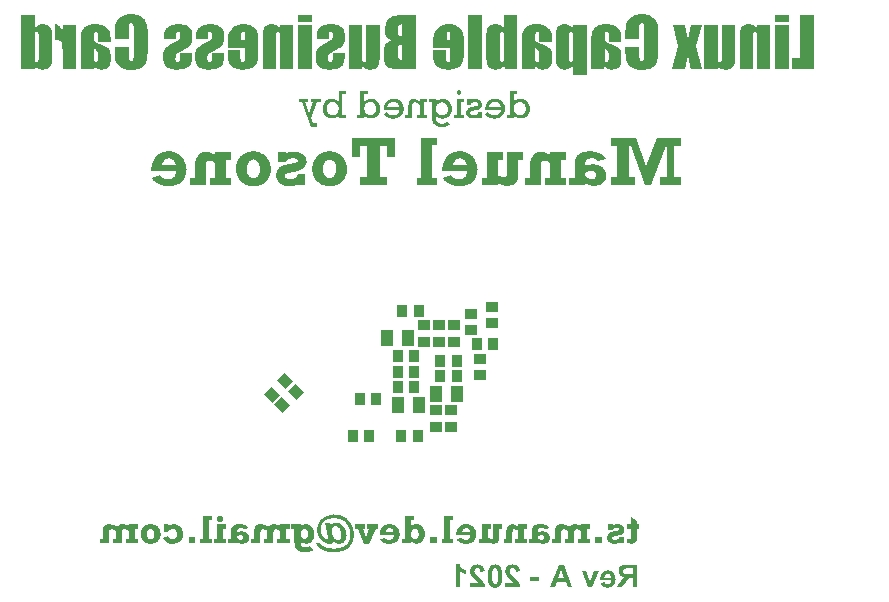
<source format=gbs>
G04*
G04 #@! TF.GenerationSoftware,Altium Limited,Altium Designer,20.0.13 (296)*
G04*
G04 Layer_Color=16711935*
%FSLAX44Y44*%
%MOMM*%
G71*
G01*
G75*
%ADD54R,1.0000X0.8500*%
%ADD55R,0.8500X1.0000*%
%ADD73R,1.0000X1.4000*%
%ADD76C,0.3750*%
%ADD77C,0.1000*%
G04:AMPARAMS|DCode=89|XSize=1mm|YSize=0.85mm|CornerRadius=0mm|HoleSize=0mm|Usage=FLASHONLY|Rotation=135.000|XOffset=0mm|YOffset=0mm|HoleType=Round|Shape=Rectangle|*
%AMROTATEDRECTD89*
4,1,4,0.6541,-0.0530,0.0530,-0.6541,-0.6541,0.0530,-0.0530,0.6541,0.6541,-0.0530,0.0*
%
%ADD89ROTATEDRECTD89*%

G36*
X743281Y518752D02*
X731620D01*
Y524680D01*
X743281D01*
Y518752D01*
D02*
G37*
G36*
X339448D02*
X327787D01*
Y524680D01*
X339448D01*
Y518752D01*
D02*
G37*
G36*
X513158Y479296D02*
X502566D01*
X501837Y482115D01*
X501302Y481483D01*
X500768Y480948D01*
X500233Y480511D01*
X499747Y480171D01*
X499359Y479879D01*
X499019Y479636D01*
X498824Y479539D01*
X498727Y479491D01*
X498047Y479199D01*
X497415Y479005D01*
X496783Y478810D01*
X496200Y478713D01*
X495714Y478665D01*
X495326Y478616D01*
X494986D01*
X493965Y478665D01*
X493091Y478859D01*
X492264Y479102D01*
X491584Y479345D01*
X491001Y479636D01*
X490564Y479831D01*
X490321Y480025D01*
X490224Y480074D01*
X489543Y480657D01*
X488960Y481240D01*
X488523Y481823D01*
X488183Y482357D01*
X487940Y482795D01*
X487746Y483184D01*
X487697Y483427D01*
X487648Y483524D01*
X487454Y484398D01*
X487308Y485322D01*
X487211Y486342D01*
X487114Y487362D01*
Y488237D01*
X487065Y488626D01*
Y488966D01*
Y489257D01*
Y489452D01*
Y489597D01*
Y489646D01*
Y506410D01*
Y507138D01*
Y507819D01*
Y508402D01*
X487114Y508985D01*
Y509471D01*
Y509908D01*
X487163Y510297D01*
Y510637D01*
X487211Y511123D01*
Y511512D01*
X487260Y511706D01*
Y511755D01*
X487357Y512240D01*
X487503Y512678D01*
X487697Y513115D01*
X487891Y513504D01*
X488086Y513844D01*
X488232Y514087D01*
X488329Y514281D01*
X488377Y514330D01*
X488717Y514816D01*
X489155Y515253D01*
X489592Y515593D01*
X489981Y515885D01*
X490369Y516128D01*
X490661Y516273D01*
X490855Y516371D01*
X490952Y516419D01*
X491633Y516662D01*
X492313Y516856D01*
X492993Y516954D01*
X493625Y517051D01*
X494160Y517099D01*
X494597Y517148D01*
X494986D01*
X495714Y517099D01*
X496443Y517002D01*
X497075Y516905D01*
X497658Y516759D01*
X498095Y516565D01*
X498484Y516468D01*
X498678Y516371D01*
X498775Y516322D01*
X499407Y515982D01*
X499990Y515593D01*
X500476Y515205D01*
X500962Y514816D01*
X501302Y514427D01*
X501594Y514136D01*
X501788Y513941D01*
X501837Y513893D01*
Y524680D01*
X513158D01*
Y479296D01*
D02*
G37*
G36*
X664662Y498684D02*
X669570Y479296D01*
X660144D01*
X659658Y481580D01*
X659172Y483815D01*
X658977Y484933D01*
X658783Y485953D01*
X658589Y486974D01*
X658394Y487897D01*
X658249Y488771D01*
X658103Y489549D01*
X657957Y490229D01*
X657860Y490861D01*
X657763Y491347D01*
X657714Y491687D01*
X657665Y491881D01*
Y491978D01*
X657325Y489889D01*
X656937Y487751D01*
X656499Y485613D01*
X656305Y484593D01*
X656111Y483621D01*
X655916Y482746D01*
X655770Y481920D01*
X655576Y481143D01*
X655479Y480511D01*
X655333Y480025D01*
X655236Y479636D01*
X655187Y479394D01*
Y479296D01*
X644157D01*
X649648Y498684D01*
X645129Y516468D01*
X655187D01*
X655382Y515739D01*
X655527Y514913D01*
X655722Y513990D01*
X655965Y512969D01*
X656159Y511949D01*
X656354Y510831D01*
X656742Y508693D01*
X656937Y507673D01*
X657131Y506701D01*
X657277Y505827D01*
X657422Y505049D01*
X657520Y504417D01*
X657617Y503932D01*
Y503737D01*
X657665Y503591D01*
Y503689D01*
X657714Y503883D01*
X657763Y504174D01*
X657811Y504515D01*
X657957Y505292D01*
X658103Y506167D01*
X658297Y507187D01*
X658492Y508305D01*
X658977Y510588D01*
X659172Y511706D01*
X659415Y512775D01*
X659609Y513795D01*
X659755Y514670D01*
X659949Y515399D01*
X659998Y515690D01*
X660046Y515982D01*
X660095Y516176D01*
Y516322D01*
X660144Y516419D01*
Y516468D01*
X669570D01*
X664662Y498684D01*
D02*
G37*
G36*
X590271Y517051D02*
X591777Y516856D01*
X592506Y516711D01*
X593138Y516565D01*
X593721Y516419D01*
X594255Y516273D01*
X594741Y516079D01*
X595130Y515933D01*
X595519Y515788D01*
X595810Y515642D01*
X596053Y515496D01*
X596199Y515447D01*
X596296Y515350D01*
X596345D01*
X597365Y514670D01*
X598240Y513941D01*
X598920Y513261D01*
X599454Y512629D01*
X599843Y512046D01*
X600135Y511609D01*
X600280Y511317D01*
X600329Y511269D01*
Y511220D01*
X600669Y510248D01*
X600912Y509179D01*
X601058Y508110D01*
X601155Y507041D01*
X601252Y506069D01*
Y505632D01*
X601301Y505292D01*
Y505000D01*
Y504758D01*
Y504612D01*
Y504563D01*
Y502085D01*
X590660D01*
Y505924D01*
Y506458D01*
Y506993D01*
Y507430D01*
X590611Y507819D01*
X590562Y508499D01*
X590514Y509034D01*
Y509374D01*
X590465Y509617D01*
X590417Y509714D01*
Y509762D01*
X590271Y510005D01*
X590076Y510200D01*
X589834Y510345D01*
X589591Y510443D01*
X589396Y510491D01*
X589202Y510540D01*
X589007D01*
X588667Y510491D01*
X588327Y510394D01*
X588084Y510248D01*
X587890Y510103D01*
X587647Y509762D01*
X587550Y509665D01*
Y509617D01*
X587404Y509228D01*
X587307Y508645D01*
X587210Y508062D01*
X587161Y507430D01*
X587113Y506847D01*
Y506361D01*
Y506167D01*
Y506021D01*
Y505924D01*
Y505875D01*
Y505098D01*
X587161Y504417D01*
X587258Y503883D01*
X587307Y503446D01*
X587404Y503154D01*
X587501Y502911D01*
X587550Y502814D01*
Y502765D01*
X587696Y502620D01*
X587938Y502425D01*
X588230Y502231D01*
X588619Y501988D01*
X589105Y501745D01*
X589591Y501502D01*
X590660Y501016D01*
X591680Y500579D01*
X592166Y500384D01*
X592603Y500190D01*
X592943Y500044D01*
X593235Y499947D01*
X593429Y499899D01*
X593478Y499850D01*
X594401Y499461D01*
X595227Y499121D01*
X596004Y498781D01*
X596685Y498441D01*
X597268Y498101D01*
X597802Y497809D01*
X598288Y497566D01*
X598677Y497323D01*
X599017Y497080D01*
X599309Y496886D01*
X599503Y496740D01*
X599697Y496594D01*
X599940Y496352D01*
X599989Y496303D01*
X600232Y496011D01*
X600426Y495623D01*
X600766Y494797D01*
X600961Y493825D01*
X601155Y492902D01*
X601252Y492027D01*
Y491638D01*
X601301Y491298D01*
Y491007D01*
Y490812D01*
Y490666D01*
Y490618D01*
Y487557D01*
X601252Y486536D01*
X601204Y485613D01*
X601058Y484787D01*
X600912Y484058D01*
X600718Y483378D01*
X600523Y482795D01*
X600329Y482260D01*
X600086Y481823D01*
X599843Y481434D01*
X599649Y481094D01*
X599454Y480803D01*
X599260Y480608D01*
X599114Y480462D01*
X598969Y480365D01*
X598920Y480268D01*
X598871D01*
X597948Y479734D01*
X596976Y479296D01*
X596053Y479005D01*
X595227Y478810D01*
X594498Y478713D01*
X594207Y478665D01*
X593915D01*
X593721Y478616D01*
X593429D01*
X592603Y478665D01*
X591874Y478762D01*
X591194Y478908D01*
X590611Y479102D01*
X590174Y479296D01*
X589834Y479442D01*
X589591Y479539D01*
X589542Y479588D01*
X588959Y480025D01*
X588424Y480511D01*
X587938Y480997D01*
X587550Y481483D01*
X587258Y481920D01*
X587015Y482260D01*
X586870Y482503D01*
X586821Y482601D01*
Y479296D01*
X575791D01*
Y497955D01*
Y499607D01*
X575840Y501113D01*
Y502474D01*
X575888Y503737D01*
X575937Y504855D01*
X575985Y505827D01*
X576034Y506701D01*
X576082Y507479D01*
X576180Y508110D01*
X576228Y508693D01*
X576277Y509131D01*
X576325Y509519D01*
X576374Y509762D01*
Y509957D01*
X576423Y510054D01*
Y510103D01*
X576568Y510637D01*
X576763Y511171D01*
X577200Y512143D01*
X577783Y512969D01*
X578366Y513698D01*
X578949Y514330D01*
X579435Y514767D01*
X579630Y514913D01*
X579775Y515010D01*
X579873Y515107D01*
X579921D01*
X580504Y515447D01*
X581136Y515788D01*
X582496Y516273D01*
X583954Y516662D01*
X585315Y516905D01*
X585995Y517002D01*
X586578Y517051D01*
X587161Y517099D01*
X587647D01*
X588036Y517148D01*
X588570D01*
X590271Y517051D01*
D02*
G37*
G36*
X531574D02*
X533080Y516856D01*
X533809Y516711D01*
X534441Y516565D01*
X535024Y516419D01*
X535558Y516273D01*
X536044Y516079D01*
X536433Y515933D01*
X536822Y515788D01*
X537113Y515642D01*
X537356Y515496D01*
X537502Y515447D01*
X537599Y515350D01*
X537648D01*
X538668Y514670D01*
X539543Y513941D01*
X540223Y513261D01*
X540757Y512629D01*
X541146Y512046D01*
X541438Y511609D01*
X541584Y511317D01*
X541632Y511269D01*
Y511220D01*
X541972Y510248D01*
X542215Y509179D01*
X542361Y508110D01*
X542458Y507041D01*
X542555Y506069D01*
Y505632D01*
X542604Y505292D01*
Y505000D01*
Y504758D01*
Y504612D01*
Y504563D01*
Y502085D01*
X531963D01*
Y505924D01*
Y506458D01*
Y506993D01*
Y507430D01*
X531914Y507819D01*
X531866Y508499D01*
X531817Y509034D01*
Y509374D01*
X531768Y509617D01*
X531720Y509714D01*
Y509762D01*
X531574Y510005D01*
X531380Y510200D01*
X531137Y510345D01*
X530894Y510443D01*
X530699Y510491D01*
X530505Y510540D01*
X530311D01*
X529970Y510491D01*
X529630Y510394D01*
X529387Y510248D01*
X529193Y510103D01*
X528950Y509762D01*
X528853Y509665D01*
Y509617D01*
X528707Y509228D01*
X528610Y508645D01*
X528513Y508062D01*
X528464Y507430D01*
X528416Y506847D01*
Y506361D01*
Y506167D01*
Y506021D01*
Y505924D01*
Y505875D01*
Y505098D01*
X528464Y504417D01*
X528561Y503883D01*
X528610Y503446D01*
X528707Y503154D01*
X528804Y502911D01*
X528853Y502814D01*
Y502765D01*
X528999Y502620D01*
X529242Y502425D01*
X529533Y502231D01*
X529922Y501988D01*
X530408Y501745D01*
X530894Y501502D01*
X531963Y501016D01*
X532983Y500579D01*
X533469Y500384D01*
X533906Y500190D01*
X534246Y500044D01*
X534538Y499947D01*
X534732Y499899D01*
X534781Y499850D01*
X535704Y499461D01*
X536530Y499121D01*
X537308Y498781D01*
X537988Y498441D01*
X538571Y498101D01*
X539105Y497809D01*
X539591Y497566D01*
X539980Y497323D01*
X540320Y497080D01*
X540612Y496886D01*
X540806Y496740D01*
X541000Y496594D01*
X541243Y496352D01*
X541292Y496303D01*
X541535Y496011D01*
X541729Y495623D01*
X542069Y494797D01*
X542264Y493825D01*
X542458Y492902D01*
X542555Y492027D01*
Y491638D01*
X542604Y491298D01*
Y491007D01*
Y490812D01*
Y490666D01*
Y490618D01*
Y487557D01*
X542555Y486536D01*
X542507Y485613D01*
X542361Y484787D01*
X542215Y484058D01*
X542021Y483378D01*
X541826Y482795D01*
X541632Y482260D01*
X541389Y481823D01*
X541146Y481434D01*
X540952Y481094D01*
X540757Y480803D01*
X540563Y480608D01*
X540417Y480462D01*
X540272Y480365D01*
X540223Y480268D01*
X540174D01*
X539251Y479734D01*
X538279Y479296D01*
X537356Y479005D01*
X536530Y478810D01*
X535801Y478713D01*
X535510Y478665D01*
X535218D01*
X535024Y478616D01*
X534732D01*
X533906Y478665D01*
X533177Y478762D01*
X532497Y478908D01*
X531914Y479102D01*
X531477Y479296D01*
X531137Y479442D01*
X530894Y479539D01*
X530845Y479588D01*
X530262Y480025D01*
X529728Y480511D01*
X529242Y480997D01*
X528853Y481483D01*
X528561Y481920D01*
X528318Y482260D01*
X528173Y482503D01*
X528124Y482601D01*
Y479296D01*
X517094D01*
Y497955D01*
Y499607D01*
X517143Y501113D01*
Y502474D01*
X517191Y503737D01*
X517240Y504855D01*
X517288Y505827D01*
X517337Y506701D01*
X517386Y507479D01*
X517483Y508110D01*
X517531Y508693D01*
X517580Y509131D01*
X517629Y509519D01*
X517677Y509762D01*
Y509957D01*
X517726Y510054D01*
Y510103D01*
X517872Y510637D01*
X518066Y511171D01*
X518503Y512143D01*
X519086Y512969D01*
X519669Y513698D01*
X520252Y514330D01*
X520738Y514767D01*
X520933Y514913D01*
X521078Y515010D01*
X521176Y515107D01*
X521224D01*
X521807Y515447D01*
X522439Y515788D01*
X523800Y516273D01*
X525257Y516662D01*
X526618Y516905D01*
X527298Y517002D01*
X527881Y517051D01*
X528464Y517099D01*
X528950D01*
X529339Y517148D01*
X529873D01*
X531574Y517051D01*
D02*
G37*
G36*
X157915D02*
X159422Y516856D01*
X160150Y516711D01*
X160782Y516565D01*
X161365Y516419D01*
X161900Y516273D01*
X162386Y516079D01*
X162774Y515933D01*
X163163Y515788D01*
X163455Y515642D01*
X163697Y515496D01*
X163843Y515447D01*
X163941Y515350D01*
X163989D01*
X165009Y514670D01*
X165884Y513941D01*
X166564Y513261D01*
X167099Y512629D01*
X167488Y512046D01*
X167779Y511609D01*
X167925Y511317D01*
X167973Y511269D01*
Y511220D01*
X168314Y510248D01*
X168556Y509179D01*
X168702Y508110D01*
X168799Y507041D01*
X168897Y506069D01*
Y505632D01*
X168945Y505292D01*
Y505000D01*
Y504758D01*
Y504612D01*
Y504563D01*
Y502085D01*
X158304D01*
Y505924D01*
Y506458D01*
Y506993D01*
Y507430D01*
X158255Y507819D01*
X158207Y508499D01*
X158158Y509034D01*
Y509374D01*
X158110Y509617D01*
X158061Y509714D01*
Y509762D01*
X157915Y510005D01*
X157721Y510200D01*
X157478Y510345D01*
X157235Y510443D01*
X157041Y510491D01*
X156846Y510540D01*
X156652D01*
X156312Y510491D01*
X155972Y510394D01*
X155729Y510248D01*
X155534Y510103D01*
X155291Y509762D01*
X155194Y509665D01*
Y509617D01*
X155049Y509228D01*
X154951Y508645D01*
X154854Y508062D01*
X154805Y507430D01*
X154757Y506847D01*
Y506361D01*
Y506167D01*
Y506021D01*
Y505924D01*
Y505875D01*
Y505098D01*
X154805Y504417D01*
X154903Y503883D01*
X154951Y503446D01*
X155049Y503154D01*
X155146Y502911D01*
X155194Y502814D01*
Y502765D01*
X155340Y502620D01*
X155583Y502425D01*
X155875Y502231D01*
X156263Y501988D01*
X156749Y501745D01*
X157235Y501502D01*
X158304Y501016D01*
X159324Y500579D01*
X159810Y500384D01*
X160248Y500190D01*
X160588Y500044D01*
X160879Y499947D01*
X161074Y499899D01*
X161122Y499850D01*
X162045Y499461D01*
X162871Y499121D01*
X163649Y498781D01*
X164329Y498441D01*
X164912Y498101D01*
X165447Y497809D01*
X165933Y497566D01*
X166321Y497323D01*
X166661Y497080D01*
X166953Y496886D01*
X167147Y496740D01*
X167342Y496594D01*
X167585Y496352D01*
X167633Y496303D01*
X167876Y496011D01*
X168071Y495623D01*
X168411Y494797D01*
X168605Y493825D01*
X168799Y492902D01*
X168897Y492027D01*
Y491638D01*
X168945Y491298D01*
Y491007D01*
Y490812D01*
Y490666D01*
Y490618D01*
Y487557D01*
X168897Y486536D01*
X168848Y485613D01*
X168702Y484787D01*
X168556Y484058D01*
X168362Y483378D01*
X168168Y482795D01*
X167973Y482260D01*
X167731Y481823D01*
X167488Y481434D01*
X167293Y481094D01*
X167099Y480803D01*
X166905Y480608D01*
X166759Y480462D01*
X166613Y480365D01*
X166564Y480268D01*
X166516D01*
X165592Y479734D01*
X164621Y479296D01*
X163697Y479005D01*
X162871Y478810D01*
X162143Y478713D01*
X161851Y478665D01*
X161560D01*
X161365Y478616D01*
X161074D01*
X160248Y478665D01*
X159519Y478762D01*
X158839Y478908D01*
X158255Y479102D01*
X157818Y479296D01*
X157478Y479442D01*
X157235Y479539D01*
X157186Y479588D01*
X156603Y480025D01*
X156069Y480511D01*
X155583Y480997D01*
X155194Y481483D01*
X154903Y481920D01*
X154660Y482260D01*
X154514Y482503D01*
X154465Y482601D01*
Y479296D01*
X143435D01*
Y497955D01*
Y499607D01*
X143484Y501113D01*
Y502474D01*
X143533Y503737D01*
X143581Y504855D01*
X143630Y505827D01*
X143678Y506701D01*
X143727Y507479D01*
X143824Y508110D01*
X143873Y508693D01*
X143921Y509131D01*
X143970Y509519D01*
X144018Y509762D01*
Y509957D01*
X144067Y510054D01*
Y510103D01*
X144213Y510637D01*
X144407Y511171D01*
X144845Y512143D01*
X145428Y512969D01*
X146011Y513698D01*
X146594Y514330D01*
X147080Y514767D01*
X147274Y514913D01*
X147420Y515010D01*
X147517Y515107D01*
X147566D01*
X148149Y515447D01*
X148780Y515788D01*
X150141Y516273D01*
X151599Y516662D01*
X152959Y516905D01*
X153639Y517002D01*
X154222Y517051D01*
X154805Y517099D01*
X155291D01*
X155680Y517148D01*
X156215D01*
X157915Y517051D01*
D02*
G37*
G36*
X620251Y525554D02*
X621514Y525408D01*
X622681Y525165D01*
X623701Y524971D01*
X624138Y524825D01*
X624527Y524728D01*
X624818Y524582D01*
X625110Y524485D01*
X625353Y524437D01*
X625499Y524339D01*
X625596Y524291D01*
X625644D01*
X626665Y523756D01*
X627588Y523173D01*
X628366Y522590D01*
X629046Y522007D01*
X629580Y521473D01*
X629969Y521084D01*
X630163Y520792D01*
X630261Y520744D01*
Y520695D01*
X630795Y519821D01*
X631281Y518994D01*
X631621Y518168D01*
X631864Y517440D01*
X632058Y516856D01*
X632156Y516371D01*
X632204Y516176D01*
X632253Y516031D01*
Y515982D01*
Y515933D01*
X632301Y515447D01*
X632350Y514913D01*
X632399Y513795D01*
X632496Y512581D01*
Y511366D01*
Y510831D01*
X632544Y510297D01*
Y509860D01*
Y509422D01*
Y509131D01*
Y508839D01*
Y508693D01*
Y508645D01*
Y495380D01*
Y494165D01*
X632496Y493047D01*
X632447Y491978D01*
X632399Y491007D01*
X632301Y490083D01*
X632204Y489257D01*
X632107Y488529D01*
X632010Y487848D01*
X631913Y487265D01*
X631815Y486779D01*
X631718Y486342D01*
X631621Y486002D01*
X631572Y485710D01*
X631524Y485516D01*
X631475Y485419D01*
Y485370D01*
X631232Y484787D01*
X630989Y484204D01*
X630309Y483184D01*
X629629Y482260D01*
X628852Y481531D01*
X628171Y480948D01*
X627588Y480511D01*
X627345Y480365D01*
X627199Y480268D01*
X627102Y480171D01*
X627054D01*
X625693Y479539D01*
X624284Y479102D01*
X622875Y478762D01*
X621514Y478568D01*
X620883Y478470D01*
X620300Y478422D01*
X619814Y478373D01*
X619376D01*
X618988Y478325D01*
X618502D01*
X617579Y478373D01*
X616704Y478422D01*
X615052Y478665D01*
X614323Y478810D01*
X613643Y479005D01*
X613011Y479199D01*
X612428Y479442D01*
X611894Y479636D01*
X611456Y479831D01*
X611019Y480025D01*
X610727Y480171D01*
X610436Y480317D01*
X610242Y480414D01*
X610144Y480511D01*
X610096D01*
X609464Y480948D01*
X608929Y481386D01*
X608444Y481823D01*
X607958Y482260D01*
X607229Y483135D01*
X606646Y483912D01*
X606208Y484641D01*
X605917Y485176D01*
X605820Y485370D01*
X605771Y485516D01*
X605723Y485613D01*
Y485662D01*
X605528Y486245D01*
X605382Y486925D01*
X605237Y487702D01*
X605140Y488480D01*
X604945Y490132D01*
X604848Y491784D01*
X604799Y492561D01*
X604751Y493290D01*
Y493971D01*
X604702Y494505D01*
Y494991D01*
Y495380D01*
Y495574D01*
Y495671D01*
Y497469D01*
X616510D01*
Y491735D01*
Y491055D01*
Y490472D01*
X616558Y489889D01*
Y489403D01*
X616607Y488966D01*
X616655Y488577D01*
X616704Y488237D01*
Y487945D01*
X616801Y487508D01*
X616898Y487216D01*
X616947Y487022D01*
Y486974D01*
X617141Y486633D01*
X617384Y486390D01*
X617676Y486245D01*
X617919Y486147D01*
X618210Y486050D01*
X618453Y486002D01*
X618648D01*
X619133Y486050D01*
X619474Y486147D01*
X619814Y486293D01*
X620008Y486488D01*
X620202Y486682D01*
X620300Y486828D01*
X620397Y486925D01*
Y486974D01*
X620445Y487168D01*
X620494Y487459D01*
X620591Y488091D01*
X620640Y488771D01*
X620688Y489500D01*
X620737Y490181D01*
Y490764D01*
Y491007D01*
Y491152D01*
Y491250D01*
Y491298D01*
Y512386D01*
Y513018D01*
Y513552D01*
X620688Y514087D01*
Y514524D01*
X620640Y514962D01*
Y515302D01*
X620543Y515933D01*
X620494Y516371D01*
X620445Y516662D01*
X620397Y516808D01*
Y516856D01*
X620202Y517197D01*
X619959Y517488D01*
X619619Y517683D01*
X619328Y517780D01*
X619036Y517877D01*
X618793Y517925D01*
X618550D01*
X618113Y517877D01*
X617773Y517780D01*
X617481Y517634D01*
X617238Y517488D01*
X617093Y517342D01*
X616996Y517197D01*
X616898Y517099D01*
Y517051D01*
X616850Y516856D01*
X616753Y516614D01*
X616655Y516031D01*
X616607Y515302D01*
X616558Y514573D01*
X616510Y513893D01*
Y513310D01*
Y513115D01*
Y512921D01*
Y512824D01*
Y512775D01*
Y504903D01*
X604702D01*
Y509179D01*
Y510345D01*
X604751Y511414D01*
X604799Y512386D01*
X604848Y513310D01*
X604945Y514184D01*
X605042Y514962D01*
X605140Y515642D01*
X605237Y516273D01*
X605334Y516808D01*
X605431Y517294D01*
X605528Y517683D01*
X605625Y517974D01*
X605674Y518217D01*
X605723Y518411D01*
X605771Y518509D01*
Y518557D01*
X606014Y519092D01*
X606257Y519626D01*
X606937Y520598D01*
X607666Y521473D01*
X608395Y522201D01*
X609124Y522785D01*
X609707Y523222D01*
X609901Y523368D01*
X610096Y523465D01*
X610193Y523562D01*
X610242D01*
X611602Y524242D01*
X613011Y524728D01*
X614469Y525117D01*
X615829Y525360D01*
X616461Y525457D01*
X616996Y525506D01*
X617530Y525554D01*
X617967D01*
X618356Y525603D01*
X618842D01*
X620251Y525554D01*
D02*
G37*
G36*
X187895D02*
X189159Y525408D01*
X190325Y525165D01*
X191345Y524971D01*
X191783Y524825D01*
X192171Y524728D01*
X192463Y524582D01*
X192754Y524485D01*
X192997Y524437D01*
X193143Y524339D01*
X193240Y524291D01*
X193289D01*
X194309Y523756D01*
X195233Y523173D01*
X196010Y522590D01*
X196690Y522007D01*
X197225Y521473D01*
X197614Y521084D01*
X197808Y520792D01*
X197905Y520744D01*
Y520695D01*
X198440Y519821D01*
X198925Y518994D01*
X199265Y518168D01*
X199508Y517440D01*
X199703Y516856D01*
X199800Y516371D01*
X199849Y516176D01*
X199897Y516031D01*
Y515982D01*
Y515933D01*
X199946Y515447D01*
X199994Y514913D01*
X200043Y513795D01*
X200140Y512581D01*
Y511366D01*
Y510831D01*
X200189Y510297D01*
Y509860D01*
Y509422D01*
Y509131D01*
Y508839D01*
Y508693D01*
Y508645D01*
Y495380D01*
Y494165D01*
X200140Y493047D01*
X200092Y491978D01*
X200043Y491007D01*
X199946Y490083D01*
X199849Y489257D01*
X199751Y488529D01*
X199654Y487848D01*
X199557Y487265D01*
X199460Y486779D01*
X199363Y486342D01*
X199265Y486002D01*
X199217Y485710D01*
X199168Y485516D01*
X199120Y485419D01*
Y485370D01*
X198877Y484787D01*
X198634Y484204D01*
X197954Y483184D01*
X197273Y482260D01*
X196496Y481531D01*
X195816Y480948D01*
X195233Y480511D01*
X194990Y480365D01*
X194844Y480268D01*
X194747Y480171D01*
X194698D01*
X193337Y479539D01*
X191928Y479102D01*
X190519Y478762D01*
X189159Y478568D01*
X188527Y478470D01*
X187944Y478422D01*
X187458Y478373D01*
X187021D01*
X186632Y478325D01*
X186146D01*
X185223Y478373D01*
X184348Y478422D01*
X182696Y478665D01*
X181967Y478810D01*
X181287Y479005D01*
X180655Y479199D01*
X180072Y479442D01*
X179538Y479636D01*
X179101Y479831D01*
X178663Y480025D01*
X178372Y480171D01*
X178080Y480317D01*
X177886Y480414D01*
X177789Y480511D01*
X177740D01*
X177108Y480948D01*
X176574Y481386D01*
X176088Y481823D01*
X175602Y482260D01*
X174873Y483135D01*
X174290Y483912D01*
X173853Y484641D01*
X173561Y485176D01*
X173464Y485370D01*
X173416Y485516D01*
X173367Y485613D01*
Y485662D01*
X173173Y486245D01*
X173027Y486925D01*
X172881Y487702D01*
X172784Y488480D01*
X172589Y490132D01*
X172492Y491784D01*
X172444Y492561D01*
X172395Y493290D01*
Y493971D01*
X172347Y494505D01*
Y494991D01*
Y495380D01*
Y495574D01*
Y495671D01*
Y497469D01*
X184154D01*
Y491735D01*
Y491055D01*
Y490472D01*
X184203Y489889D01*
Y489403D01*
X184251Y488966D01*
X184300Y488577D01*
X184348Y488237D01*
Y487945D01*
X184445Y487508D01*
X184543Y487216D01*
X184591Y487022D01*
Y486974D01*
X184786Y486633D01*
X185029Y486390D01*
X185320Y486245D01*
X185563Y486147D01*
X185855Y486050D01*
X186098Y486002D01*
X186292D01*
X186778Y486050D01*
X187118Y486147D01*
X187458Y486293D01*
X187652Y486488D01*
X187847Y486682D01*
X187944Y486828D01*
X188041Y486925D01*
Y486974D01*
X188090Y487168D01*
X188138Y487459D01*
X188236Y488091D01*
X188284Y488771D01*
X188333Y489500D01*
X188381Y490181D01*
Y490764D01*
Y491007D01*
Y491152D01*
Y491250D01*
Y491298D01*
Y512386D01*
Y513018D01*
Y513552D01*
X188333Y514087D01*
Y514524D01*
X188284Y514962D01*
Y515302D01*
X188187Y515933D01*
X188138Y516371D01*
X188090Y516662D01*
X188041Y516808D01*
Y516856D01*
X187847Y517197D01*
X187604Y517488D01*
X187264Y517683D01*
X186972Y517780D01*
X186681Y517877D01*
X186438Y517925D01*
X186195D01*
X185758Y517877D01*
X185417Y517780D01*
X185126Y517634D01*
X184883Y517488D01*
X184737Y517342D01*
X184640Y517197D01*
X184543Y517099D01*
Y517051D01*
X184494Y516856D01*
X184397Y516614D01*
X184300Y516031D01*
X184251Y515302D01*
X184203Y514573D01*
X184154Y513893D01*
Y513310D01*
Y513115D01*
Y512921D01*
Y512824D01*
Y512775D01*
Y504903D01*
X172347D01*
Y509179D01*
Y510345D01*
X172395Y511414D01*
X172444Y512386D01*
X172492Y513310D01*
X172589Y514184D01*
X172687Y514962D01*
X172784Y515642D01*
X172881Y516273D01*
X172978Y516808D01*
X173075Y517294D01*
X173173Y517683D01*
X173270Y517974D01*
X173318Y518217D01*
X173367Y518411D01*
X173416Y518509D01*
Y518557D01*
X173659Y519092D01*
X173902Y519626D01*
X174582Y520598D01*
X175311Y521473D01*
X176039Y522201D01*
X176768Y522785D01*
X177351Y523222D01*
X177546Y523368D01*
X177740Y523465D01*
X177837Y523562D01*
X177886D01*
X179246Y524242D01*
X180655Y524728D01*
X182113Y525117D01*
X183474Y525360D01*
X184105Y525457D01*
X184640Y525506D01*
X185174Y525554D01*
X185612D01*
X186000Y525603D01*
X186486D01*
X187895Y525554D01*
D02*
G37*
G36*
X697704Y491347D02*
Y490472D01*
Y489695D01*
Y489014D01*
X697655Y488334D01*
Y487751D01*
Y487265D01*
X697607Y486779D01*
Y486390D01*
Y486050D01*
X697558Y485759D01*
Y485516D01*
Y485322D01*
X697510Y485079D01*
Y484981D01*
X697412Y484398D01*
X697266Y483815D01*
X697121Y483281D01*
X696926Y482843D01*
X696781Y482455D01*
X696683Y482115D01*
X696586Y481920D01*
X696538Y481872D01*
X696198Y481337D01*
X695809Y480851D01*
X695420Y480462D01*
X694983Y480122D01*
X694643Y479831D01*
X694351Y479636D01*
X694157Y479539D01*
X694060Y479491D01*
X693379Y479199D01*
X692699Y479005D01*
X691970Y478810D01*
X691290Y478713D01*
X690707Y478665D01*
X690269Y478616D01*
X689832D01*
X689006Y478665D01*
X688277Y478762D01*
X687597Y478908D01*
X687014Y479102D01*
X686528Y479248D01*
X686188Y479394D01*
X685994Y479491D01*
X685896Y479539D01*
X685265Y479928D01*
X684682Y480365D01*
X684196Y480851D01*
X683758Y481288D01*
X683418Y481726D01*
X683127Y482066D01*
X682981Y482260D01*
X682932Y482357D01*
X683175Y479296D01*
X671611D01*
Y516468D01*
X682932D01*
Y491444D01*
Y490618D01*
Y489889D01*
Y489257D01*
X682981Y488674D01*
Y488188D01*
X683030Y487751D01*
Y487362D01*
Y487022D01*
X683078Y486779D01*
Y486536D01*
X683127Y486245D01*
X683175Y486099D01*
Y486050D01*
X683321Y485759D01*
X683515Y485564D01*
X683758Y485419D01*
X684001Y485322D01*
X684244Y485273D01*
X684487Y485224D01*
X684682D01*
X685070Y485273D01*
X685411Y485370D01*
X685653Y485467D01*
X685848Y485613D01*
X685994Y485759D01*
X686091Y485905D01*
X686139Y485953D01*
Y486002D01*
X686188Y486196D01*
X686236Y486439D01*
Y486779D01*
X686285Y487168D01*
X686334Y487994D01*
Y488869D01*
X686382Y489743D01*
Y490132D01*
Y490472D01*
Y490764D01*
Y490958D01*
Y491104D01*
Y491152D01*
Y516468D01*
X697704D01*
Y491347D01*
D02*
G37*
G36*
X456842Y517099D02*
X458154Y516905D01*
X459320Y516662D01*
X460341Y516419D01*
X460778Y516273D01*
X461167Y516128D01*
X461507Y515982D01*
X461798Y515885D01*
X462041Y515788D01*
X462187Y515690D01*
X462284Y515642D01*
X462333D01*
X463353Y515010D01*
X464228Y514330D01*
X465005Y513601D01*
X465588Y512921D01*
X466026Y512289D01*
X466366Y511803D01*
X466463Y511609D01*
X466560Y511463D01*
X466609Y511366D01*
Y511317D01*
X467046Y510200D01*
X467386Y508936D01*
X467581Y507673D01*
X467775Y506410D01*
X467824Y505875D01*
X467872Y505341D01*
Y504855D01*
X467921Y504466D01*
Y504126D01*
Y503834D01*
Y503689D01*
Y503640D01*
Y492756D01*
X467872Y491298D01*
X467824Y490035D01*
X467726Y488966D01*
X467629Y488043D01*
X467581Y487654D01*
X467532Y487362D01*
X467483Y487071D01*
X467435Y486828D01*
X467386Y486682D01*
X467338Y486536D01*
Y486488D01*
Y486439D01*
X467095Y485662D01*
X466755Y484933D01*
X466414Y484253D01*
X466074Y483669D01*
X465734Y483135D01*
X465491Y482795D01*
X465297Y482552D01*
X465248Y482455D01*
X464617Y481823D01*
X463936Y481240D01*
X463256Y480754D01*
X462576Y480365D01*
X461944Y480074D01*
X461458Y479831D01*
X461264Y479734D01*
X461118Y479685D01*
X461069Y479636D01*
X461021D01*
X459952Y479296D01*
X458834Y479053D01*
X457765Y478859D01*
X456794Y478762D01*
X455919Y478665D01*
X455579D01*
X455239Y478616D01*
X454656D01*
X453344Y478665D01*
X452129Y478762D01*
X451109Y478956D01*
X450185Y479151D01*
X449505Y479296D01*
X449213Y479394D01*
X448971Y479491D01*
X448776Y479539D01*
X448630Y479588D01*
X448582Y479636D01*
X448533D01*
X447659Y480074D01*
X446833Y480560D01*
X446152Y481094D01*
X445569Y481629D01*
X445083Y482066D01*
X444743Y482455D01*
X444500Y482698D01*
X444452Y482795D01*
X443917Y483572D01*
X443431Y484301D01*
X443091Y484981D01*
X442848Y485564D01*
X442654Y486050D01*
X442508Y486390D01*
X442411Y486633D01*
Y486731D01*
X442265Y487508D01*
X442168Y488334D01*
X442071Y489209D01*
X442022Y490083D01*
X441974Y490861D01*
Y491152D01*
Y491444D01*
Y491687D01*
Y491881D01*
Y491978D01*
Y492027D01*
Y494797D01*
X452712D01*
Y489889D01*
Y488917D01*
X452761Y488140D01*
X452858Y487508D01*
X452906Y486974D01*
X453004Y486585D01*
X453101Y486342D01*
X453149Y486196D01*
Y486147D01*
X453344Y485856D01*
X453587Y485613D01*
X453878Y485467D01*
X454170Y485322D01*
X454413Y485273D01*
X454656Y485224D01*
X454850D01*
X455239Y485273D01*
X455530Y485322D01*
X455773Y485419D01*
X455968Y485564D01*
X456113Y485710D01*
X456211Y485807D01*
X456259Y485856D01*
Y485905D01*
X456356Y486245D01*
X456454Y486731D01*
X456502Y487265D01*
X456551Y487800D01*
X456599Y488334D01*
Y488771D01*
Y489063D01*
Y489112D01*
Y489160D01*
Y497226D01*
X441974D01*
Y502134D01*
Y503106D01*
X442022Y504029D01*
X442071Y504903D01*
X442168Y505729D01*
X442265Y506458D01*
X442362Y507138D01*
X442508Y507770D01*
X442605Y508353D01*
X442702Y508839D01*
X442848Y509277D01*
X442945Y509617D01*
X443043Y509957D01*
X443140Y510200D01*
X443188Y510345D01*
X443237Y510443D01*
Y510491D01*
X443771Y511560D01*
X444452Y512532D01*
X445181Y513358D01*
X445909Y514038D01*
X446541Y514573D01*
X447124Y514962D01*
X447318Y515107D01*
X447464Y515205D01*
X447561Y515302D01*
X447610D01*
X448825Y515933D01*
X450137Y516371D01*
X451449Y516711D01*
X452663Y516905D01*
X453246Y517002D01*
X453781Y517051D01*
X454218Y517099D01*
X454656D01*
X454996Y517148D01*
X455433D01*
X456842Y517099D01*
D02*
G37*
G36*
X396639Y491347D02*
Y490472D01*
Y489695D01*
Y489014D01*
X396590Y488334D01*
Y487751D01*
Y487265D01*
X396542Y486779D01*
Y486390D01*
Y486050D01*
X396493Y485759D01*
Y485516D01*
Y485322D01*
X396445Y485079D01*
Y484981D01*
X396347Y484398D01*
X396202Y483815D01*
X396056Y483281D01*
X395862Y482843D01*
X395716Y482455D01*
X395619Y482115D01*
X395521Y481920D01*
X395473Y481872D01*
X395133Y481337D01*
X394744Y480851D01*
X394355Y480462D01*
X393918Y480122D01*
X393578Y479831D01*
X393286Y479636D01*
X393092Y479539D01*
X392995Y479491D01*
X392314Y479199D01*
X391634Y479005D01*
X390905Y478810D01*
X390225Y478713D01*
X389642Y478665D01*
X389205Y478616D01*
X388767D01*
X387941Y478665D01*
X387212Y478762D01*
X386532Y478908D01*
X385949Y479102D01*
X385463Y479248D01*
X385123Y479394D01*
X384929Y479491D01*
X384832Y479539D01*
X384200Y479928D01*
X383617Y480365D01*
X383131Y480851D01*
X382693Y481288D01*
X382353Y481726D01*
X382062Y482066D01*
X381916Y482260D01*
X381867Y482357D01*
X382110Y479296D01*
X370546D01*
Y516468D01*
X381867D01*
Y491444D01*
Y490618D01*
Y489889D01*
Y489257D01*
X381916Y488674D01*
Y488188D01*
X381965Y487751D01*
Y487362D01*
Y487022D01*
X382013Y486779D01*
Y486536D01*
X382062Y486245D01*
X382110Y486099D01*
Y486050D01*
X382256Y485759D01*
X382451Y485564D01*
X382693Y485419D01*
X382937Y485322D01*
X383179Y485273D01*
X383422Y485224D01*
X383617D01*
X384006Y485273D01*
X384346Y485370D01*
X384589Y485467D01*
X384783Y485613D01*
X384929Y485759D01*
X385026Y485905D01*
X385075Y485953D01*
Y486002D01*
X385123Y486196D01*
X385172Y486439D01*
Y486779D01*
X385220Y487168D01*
X385269Y487994D01*
Y488869D01*
X385317Y489743D01*
Y490132D01*
Y490472D01*
Y490764D01*
Y490958D01*
Y491104D01*
Y491152D01*
Y516468D01*
X396639D01*
Y491347D01*
D02*
G37*
G36*
X282938Y517099D02*
X284250Y516905D01*
X285416Y516662D01*
X286436Y516419D01*
X286874Y516273D01*
X287262Y516128D01*
X287603Y515982D01*
X287894Y515885D01*
X288137Y515788D01*
X288283Y515690D01*
X288380Y515642D01*
X288429D01*
X289449Y515010D01*
X290324Y514330D01*
X291101Y513601D01*
X291684Y512921D01*
X292121Y512289D01*
X292461Y511803D01*
X292559Y511609D01*
X292656Y511463D01*
X292705Y511366D01*
Y511317D01*
X293142Y510200D01*
X293482Y508936D01*
X293676Y507673D01*
X293871Y506410D01*
X293919Y505875D01*
X293968Y505341D01*
Y504855D01*
X294016Y504466D01*
Y504126D01*
Y503834D01*
Y503689D01*
Y503640D01*
Y492756D01*
X293968Y491298D01*
X293919Y490035D01*
X293822Y488966D01*
X293725Y488043D01*
X293676Y487654D01*
X293628Y487362D01*
X293579Y487071D01*
X293531Y486828D01*
X293482Y486682D01*
X293433Y486536D01*
Y486488D01*
Y486439D01*
X293190Y485662D01*
X292850Y484933D01*
X292510Y484253D01*
X292170Y483669D01*
X291830Y483135D01*
X291587Y482795D01*
X291393Y482552D01*
X291344Y482455D01*
X290712Y481823D01*
X290032Y481240D01*
X289352Y480754D01*
X288671Y480365D01*
X288040Y480074D01*
X287554Y479831D01*
X287360Y479734D01*
X287214Y479685D01*
X287165Y479636D01*
X287117D01*
X286048Y479296D01*
X284930Y479053D01*
X283861Y478859D01*
X282889Y478762D01*
X282015Y478665D01*
X281674D01*
X281334Y478616D01*
X280751D01*
X279439Y478665D01*
X278225Y478762D01*
X277204Y478956D01*
X276281Y479151D01*
X275601Y479296D01*
X275309Y479394D01*
X275066Y479491D01*
X274872Y479539D01*
X274726Y479588D01*
X274678Y479636D01*
X274629D01*
X273754Y480074D01*
X272928Y480560D01*
X272248Y481094D01*
X271665Y481629D01*
X271179Y482066D01*
X270839Y482455D01*
X270596Y482698D01*
X270547Y482795D01*
X270013Y483572D01*
X269527Y484301D01*
X269187Y484981D01*
X268944Y485564D01*
X268750Y486050D01*
X268604Y486390D01*
X268507Y486633D01*
Y486731D01*
X268361Y487508D01*
X268264Y488334D01*
X268166Y489209D01*
X268118Y490083D01*
X268069Y490861D01*
Y491152D01*
Y491444D01*
Y491687D01*
Y491881D01*
Y491978D01*
Y492027D01*
Y494797D01*
X278808D01*
Y489889D01*
Y488917D01*
X278856Y488140D01*
X278953Y487508D01*
X279002Y486974D01*
X279099Y486585D01*
X279196Y486342D01*
X279245Y486196D01*
Y486147D01*
X279439Y485856D01*
X279682Y485613D01*
X279974Y485467D01*
X280265Y485322D01*
X280508Y485273D01*
X280751Y485224D01*
X280946D01*
X281334Y485273D01*
X281626Y485322D01*
X281869Y485419D01*
X282063Y485564D01*
X282209Y485710D01*
X282306Y485807D01*
X282355Y485856D01*
Y485905D01*
X282452Y486245D01*
X282549Y486731D01*
X282598Y487265D01*
X282646Y487800D01*
X282695Y488334D01*
Y488771D01*
Y489063D01*
Y489112D01*
Y489160D01*
Y497226D01*
X268069D01*
Y502134D01*
Y503106D01*
X268118Y504029D01*
X268166Y504903D01*
X268264Y505729D01*
X268361Y506458D01*
X268458Y507138D01*
X268604Y507770D01*
X268701Y508353D01*
X268798Y508839D01*
X268944Y509277D01*
X269041Y509617D01*
X269138Y509957D01*
X269235Y510200D01*
X269284Y510345D01*
X269333Y510443D01*
Y510491D01*
X269867Y511560D01*
X270547Y512532D01*
X271276Y513358D01*
X272005Y514038D01*
X272637Y514573D01*
X273220Y514962D01*
X273414Y515107D01*
X273560Y515205D01*
X273657Y515302D01*
X273706D01*
X274921Y515933D01*
X276232Y516371D01*
X277544Y516711D01*
X278759Y516905D01*
X279342Y517002D01*
X279877Y517051D01*
X280314Y517099D01*
X280751D01*
X281091Y517148D01*
X281529D01*
X282938Y517099D01*
D02*
G37*
G36*
X764807Y479296D02*
X745808D01*
Y488383D01*
X752999D01*
Y524680D01*
X764807D01*
Y479296D01*
D02*
G37*
G36*
X743281D02*
X731620D01*
Y516468D01*
X743281D01*
Y479296D01*
D02*
G37*
G36*
X709949Y517099D02*
X710726Y517002D01*
X711455Y516808D01*
X712038Y516614D01*
X712572Y516419D01*
X712913Y516225D01*
X713156Y516128D01*
X713253Y516079D01*
X713884Y515642D01*
X714467Y515156D01*
X714953Y514670D01*
X715391Y514136D01*
X715731Y513698D01*
X715974Y513310D01*
X716168Y513066D01*
X716214Y513021D01*
X716022Y516468D01*
X727538D01*
Y479296D01*
X716217D01*
Y504369D01*
Y505146D01*
Y505827D01*
X716168Y506410D01*
Y506944D01*
Y507430D01*
X716120Y507867D01*
Y508256D01*
X716071Y508548D01*
X716022Y508839D01*
Y509034D01*
X715974Y509374D01*
X715925Y509519D01*
Y509568D01*
X715779Y509908D01*
X715585Y510151D01*
X715342Y510297D01*
X715051Y510443D01*
X714808Y510491D01*
X714613Y510540D01*
X714419D01*
X714030Y510491D01*
X713739Y510394D01*
X713496Y510248D01*
X713301Y510103D01*
X713204Y509957D01*
X713107Y509811D01*
X713058Y509714D01*
Y509665D01*
X713010Y509471D01*
X712961Y509228D01*
X712913Y508936D01*
X712864Y508596D01*
X712815Y507819D01*
Y507041D01*
X712767Y506264D01*
Y505924D01*
Y505632D01*
Y505341D01*
Y505146D01*
Y505049D01*
Y505000D01*
Y479296D01*
X701445D01*
Y505341D01*
Y506215D01*
Y507041D01*
X701494Y507770D01*
X701542Y508499D01*
X701591Y509131D01*
Y509665D01*
X701640Y510200D01*
X701688Y510637D01*
X701737Y511026D01*
X701785Y511366D01*
X701834Y511657D01*
X701883Y511900D01*
X701931Y512046D01*
Y512192D01*
X701980Y512289D01*
X702223Y513018D01*
X702563Y513698D01*
X702952Y514281D01*
X703389Y514816D01*
X703729Y515205D01*
X704069Y515496D01*
X704264Y515690D01*
X704361Y515739D01*
X705089Y516225D01*
X705867Y516565D01*
X706693Y516808D01*
X707422Y516954D01*
X708102Y517099D01*
X708637Y517148D01*
X709122D01*
X709949Y517099D01*
D02*
G37*
G36*
X483324Y479296D02*
X471662D01*
Y524680D01*
X483324D01*
Y479296D01*
D02*
G37*
G36*
X427834D02*
X412965D01*
X411750Y479345D01*
X410681Y479394D01*
X409758Y479442D01*
X408884Y479491D01*
X408106Y479539D01*
X407426Y479636D01*
X406843Y479685D01*
X406308Y479782D01*
X405920Y479831D01*
X405531Y479879D01*
X405288Y479977D01*
X405045Y480025D01*
X404899D01*
X404851Y480074D01*
X404802D01*
X404025Y480462D01*
X403296Y480900D01*
X402713Y481386D01*
X402275Y481872D01*
X401887Y482357D01*
X401644Y482746D01*
X401498Y482989D01*
X401449Y483086D01*
X401255Y483524D01*
X401109Y484010D01*
X400818Y485079D01*
X400623Y486245D01*
X400526Y487314D01*
X400429Y488334D01*
Y488771D01*
X400380Y489160D01*
Y489452D01*
Y489695D01*
Y489840D01*
Y489889D01*
Y494116D01*
Y494942D01*
X400429Y495671D01*
X400526Y496352D01*
X400623Y497032D01*
X400720Y497615D01*
X400866Y498149D01*
X401012Y498635D01*
X401109Y499072D01*
X401255Y499461D01*
X401401Y499753D01*
X401547Y500044D01*
X401644Y500287D01*
X401741Y500433D01*
X401838Y500579D01*
X401887Y500676D01*
X402178Y501065D01*
X402518Y501405D01*
X403344Y502037D01*
X404268Y502571D01*
X405191Y503008D01*
X406065Y503349D01*
X406454Y503446D01*
X406746Y503543D01*
X407037Y503640D01*
X407232Y503689D01*
X407377Y503737D01*
X407426D01*
X406746Y503883D01*
X406163Y504077D01*
X405628Y504272D01*
X405142Y504466D01*
X404656Y504660D01*
X404268Y504855D01*
X403587Y505243D01*
X403101Y505584D01*
X402761Y505875D01*
X402567Y506069D01*
X402518Y506118D01*
X402275Y506458D01*
X402081Y506798D01*
X401790Y507673D01*
X401547Y508596D01*
X401401Y509519D01*
X401304Y510345D01*
Y510734D01*
X401255Y511074D01*
Y511317D01*
Y511512D01*
Y511657D01*
Y511706D01*
Y512775D01*
X401352Y513747D01*
X401401Y514670D01*
X401547Y515545D01*
X401692Y516273D01*
X401838Y517002D01*
X401984Y517634D01*
X402130Y518168D01*
X402324Y518703D01*
X402470Y519092D01*
X402616Y519480D01*
X402761Y519772D01*
X402907Y519966D01*
X402956Y520112D01*
X403053Y520209D01*
Y520258D01*
X403733Y521181D01*
X404510Y521959D01*
X405288Y522542D01*
X406017Y523027D01*
X406648Y523368D01*
X407183Y523611D01*
X407377Y523708D01*
X407523Y523756D01*
X407620Y523805D01*
X407669D01*
X408252Y523951D01*
X408835Y524096D01*
X410196Y524291D01*
X411605Y524485D01*
X412965Y524582D01*
X413597Y524631D01*
X414715D01*
X415200Y524680D01*
X427834D01*
Y479296D01*
D02*
G37*
G36*
X339448D02*
X327787D01*
Y516468D01*
X339448D01*
Y479296D01*
D02*
G37*
G36*
X306115Y517099D02*
X306893Y517002D01*
X307622Y516808D01*
X308205Y516614D01*
X308739Y516419D01*
X309079Y516225D01*
X309322Y516128D01*
X309419Y516079D01*
X310051Y515642D01*
X310634Y515156D01*
X311120Y514670D01*
X311558Y514136D01*
X311898Y513698D01*
X312141Y513310D01*
X312335Y513066D01*
X312381Y513021D01*
X312189Y516468D01*
X323705D01*
Y479296D01*
X312383D01*
Y504369D01*
Y505146D01*
Y505827D01*
X312335Y506410D01*
Y506944D01*
Y507430D01*
X312286Y507867D01*
Y508256D01*
X312238Y508548D01*
X312189Y508839D01*
Y509034D01*
X312141Y509374D01*
X312092Y509519D01*
Y509568D01*
X311946Y509908D01*
X311752Y510151D01*
X311509Y510297D01*
X311217Y510443D01*
X310974Y510491D01*
X310780Y510540D01*
X310586D01*
X310197Y510491D01*
X309905Y510394D01*
X309662Y510248D01*
X309468Y510103D01*
X309371Y509957D01*
X309274Y509811D01*
X309225Y509714D01*
Y509665D01*
X309177Y509471D01*
X309128Y509228D01*
X309079Y508936D01*
X309031Y508596D01*
X308982Y507819D01*
Y507041D01*
X308934Y506264D01*
Y505924D01*
Y505632D01*
Y505341D01*
Y505146D01*
Y505049D01*
Y505000D01*
Y479296D01*
X297612D01*
Y505341D01*
Y506215D01*
Y507041D01*
X297661Y507770D01*
X297709Y508499D01*
X297758Y509131D01*
Y509665D01*
X297806Y510200D01*
X297855Y510637D01*
X297904Y511026D01*
X297952Y511366D01*
X298001Y511657D01*
X298049Y511900D01*
X298098Y512046D01*
Y512192D01*
X298147Y512289D01*
X298389Y513018D01*
X298730Y513698D01*
X299118Y514281D01*
X299556Y514816D01*
X299896Y515205D01*
X300236Y515496D01*
X300430Y515690D01*
X300527Y515739D01*
X301256Y516225D01*
X302034Y516565D01*
X302860Y516808D01*
X303589Y516954D01*
X304269Y517099D01*
X304804Y517148D01*
X305289D01*
X306115Y517099D01*
D02*
G37*
G36*
X122347Y517051D02*
X123125Y516808D01*
X123902Y516516D01*
X124582Y516128D01*
X125214Y515690D01*
X125797Y515253D01*
X126332Y514719D01*
X126818Y514233D01*
X127255Y513747D01*
X127595Y513261D01*
X127886Y512775D01*
X128178Y512386D01*
X128372Y512046D01*
X128518Y511803D01*
X128567Y511609D01*
X128615Y511560D01*
X128178Y516468D01*
X139500D01*
Y479296D01*
X128178D01*
Y493971D01*
Y494942D01*
Y495817D01*
X128130Y496594D01*
Y497323D01*
Y497955D01*
X128081Y498538D01*
Y499024D01*
X128032Y499461D01*
X127984Y499801D01*
Y500093D01*
X127935Y500336D01*
Y500530D01*
Y500676D01*
X127886Y500773D01*
Y500870D01*
X127692Y501405D01*
X127449Y501891D01*
X127158Y502280D01*
X126866Y502620D01*
X126575Y502863D01*
X126332Y503057D01*
X126137Y503154D01*
X126089Y503203D01*
X125457Y503494D01*
X124728Y503689D01*
X123999Y503883D01*
X123222Y503980D01*
X122542Y504029D01*
X122007Y504077D01*
X121473D01*
Y517148D01*
X122347Y517051D01*
D02*
G37*
G36*
X356989Y517099D02*
X358253Y516954D01*
X359370Y516759D01*
X360294Y516565D01*
X360731Y516468D01*
X361119Y516371D01*
X361411Y516273D01*
X361703Y516176D01*
X361897Y516079D01*
X362043Y516031D01*
X362140Y515982D01*
X362188D01*
X363160Y515496D01*
X363986Y514962D01*
X364667Y514427D01*
X365250Y513893D01*
X365638Y513407D01*
X365930Y513018D01*
X366124Y512775D01*
X366173Y512726D01*
Y512678D01*
X366367Y512240D01*
X366562Y511803D01*
X366853Y510783D01*
X367048Y509714D01*
X367193Y508645D01*
X367290Y507673D01*
Y507236D01*
X367339Y506896D01*
Y506604D01*
Y506361D01*
Y506215D01*
Y506167D01*
X367290Y505049D01*
X367193Y503980D01*
X366999Y503057D01*
X366805Y502280D01*
X366610Y501599D01*
X366416Y501113D01*
X366367Y500968D01*
X366319Y500822D01*
X366270Y500773D01*
Y500725D01*
X366027Y500287D01*
X365687Y499850D01*
X365298Y499413D01*
X364861Y498975D01*
X363840Y498101D01*
X362820Y497323D01*
X361800Y496643D01*
X361362Y496352D01*
X360974Y496109D01*
X360682Y495914D01*
X360391Y495768D01*
X360245Y495671D01*
X360196Y495623D01*
X359127Y495039D01*
X358204Y494505D01*
X357378Y494019D01*
X356649Y493630D01*
X356017Y493242D01*
X355483Y492950D01*
X355046Y492659D01*
X354657Y492416D01*
X354366Y492221D01*
X354123Y492076D01*
X353928Y491930D01*
X353782Y491833D01*
X353637Y491735D01*
X353588Y491687D01*
X353394Y491347D01*
X353199Y490861D01*
X353102Y490326D01*
X353054Y489743D01*
X353005Y489209D01*
X352956Y488771D01*
Y488577D01*
Y488431D01*
Y488383D01*
Y488334D01*
Y487654D01*
X353054Y487119D01*
X353102Y486682D01*
X353199Y486342D01*
X353297Y486099D01*
X353345Y485953D01*
X353442Y485856D01*
Y485807D01*
X353637Y485613D01*
X353928Y485467D01*
X354463Y485322D01*
X354754Y485273D01*
X354949Y485224D01*
X355143D01*
X355532Y485273D01*
X355872Y485370D01*
X356115Y485516D01*
X356309Y485662D01*
X356455Y485807D01*
X356552Y485953D01*
X356649Y486050D01*
Y486099D01*
X356698Y486293D01*
X356746Y486536D01*
X356844Y487071D01*
X356892Y487702D01*
X356941Y488383D01*
X356989Y488966D01*
Y489500D01*
Y489695D01*
Y489840D01*
Y489938D01*
Y489986D01*
Y492367D01*
X367048D01*
Y490569D01*
Y489743D01*
X366999Y488917D01*
X366950Y488188D01*
X366853Y487508D01*
X366805Y486876D01*
X366707Y486293D01*
X366610Y485807D01*
X366464Y485322D01*
X366367Y484933D01*
X366270Y484544D01*
X366173Y484253D01*
X366124Y484010D01*
X366027Y483815D01*
X365979Y483669D01*
X365930Y483621D01*
Y483572D01*
X365395Y482746D01*
X364764Y482017D01*
X364084Y481434D01*
X363355Y480900D01*
X362723Y480462D01*
X362188Y480171D01*
X361994Y480074D01*
X361848Y479977D01*
X361751Y479928D01*
X361703D01*
X360488Y479491D01*
X359273Y479151D01*
X358010Y478956D01*
X356844Y478762D01*
X356309Y478713D01*
X355823Y478665D01*
X355434D01*
X355046Y478616D01*
X354317D01*
X352908Y478665D01*
X351644Y478810D01*
X350478Y479005D01*
X349506Y479248D01*
X349118Y479345D01*
X348729Y479442D01*
X348438Y479539D01*
X348146Y479636D01*
X347952Y479734D01*
X347806Y479782D01*
X347709Y479831D01*
X347660D01*
X346688Y480365D01*
X345862Y480900D01*
X345182Y481531D01*
X344647Y482066D01*
X344259Y482601D01*
X343967Y482989D01*
X343773Y483281D01*
X343724Y483329D01*
Y483378D01*
X343530Y483864D01*
X343335Y484350D01*
X343044Y485419D01*
X342801Y486585D01*
X342655Y487702D01*
X342558Y488674D01*
Y489112D01*
X342509Y489500D01*
Y489792D01*
Y490035D01*
Y490181D01*
Y490229D01*
X342558Y491687D01*
X342752Y492902D01*
X342995Y493971D01*
X343287Y494894D01*
X343578Y495574D01*
X343724Y495817D01*
X343821Y496060D01*
X343919Y496206D01*
X344016Y496352D01*
X344064Y496449D01*
X344404Y496837D01*
X344793Y497226D01*
X345230Y497663D01*
X345716Y498052D01*
X346785Y498781D01*
X347854Y499510D01*
X348875Y500093D01*
X349361Y500336D01*
X349749Y500579D01*
X350041Y500725D01*
X350332Y500870D01*
X350478Y500919D01*
X350527Y500968D01*
X351207Y501308D01*
X351790Y501599D01*
X352373Y501891D01*
X352859Y502182D01*
X353345Y502425D01*
X353734Y502620D01*
X354414Y503008D01*
X354900Y503349D01*
X355240Y503543D01*
X355434Y503689D01*
X355483Y503737D01*
X355872Y504077D01*
X356212Y504417D01*
X356455Y504709D01*
X356601Y505000D01*
X356746Y505195D01*
X356844Y505341D01*
X356892Y505438D01*
Y505486D01*
X356941Y505827D01*
X356989Y506215D01*
X357038Y507041D01*
X357086Y507430D01*
Y507722D01*
Y507916D01*
Y508013D01*
Y508450D01*
X357038Y508839D01*
X356941Y509179D01*
X356844Y509422D01*
X356795Y509665D01*
X356698Y509811D01*
X356649Y509860D01*
Y509908D01*
X356455Y510103D01*
X356212Y510297D01*
X355726Y510443D01*
X355532Y510491D01*
X355337Y510540D01*
X355191D01*
X354803Y510491D01*
X354463Y510443D01*
X354220Y510297D01*
X354025Y510200D01*
X353880Y510054D01*
X353782Y509908D01*
X353734Y509860D01*
Y509811D01*
X353637Y509471D01*
X353539Y509034D01*
X353491Y508499D01*
X353442Y507965D01*
X353394Y507430D01*
Y506993D01*
Y506701D01*
Y506653D01*
Y506604D01*
Y504612D01*
X343384D01*
Y506750D01*
Y507722D01*
X343433Y508548D01*
X343481Y509277D01*
X343530Y509811D01*
X343627Y510248D01*
X343676Y510588D01*
X343724Y510783D01*
Y510831D01*
X343870Y511366D01*
X344113Y511852D01*
X344404Y512338D01*
X344696Y512775D01*
X344939Y513164D01*
X345182Y513455D01*
X345376Y513650D01*
X345425Y513698D01*
X345959Y514233D01*
X346591Y514767D01*
X347271Y515156D01*
X347903Y515545D01*
X348486Y515788D01*
X348923Y516031D01*
X349118Y516079D01*
X349263Y516128D01*
X349312Y516176D01*
X349361D01*
X350381Y516516D01*
X351401Y516759D01*
X352470Y516905D01*
X353442Y517051D01*
X354317Y517099D01*
X354706D01*
X354997Y517148D01*
X355629D01*
X356989Y517099D01*
D02*
G37*
G36*
X254853D02*
X256116Y516954D01*
X257234Y516759D01*
X258157Y516565D01*
X258594Y516468D01*
X258983Y516371D01*
X259274Y516273D01*
X259566Y516176D01*
X259760Y516079D01*
X259906Y516031D01*
X260003Y515982D01*
X260052D01*
X261024Y515496D01*
X261850Y514962D01*
X262530Y514427D01*
X263113Y513893D01*
X263502Y513407D01*
X263793Y513018D01*
X263988Y512775D01*
X264036Y512726D01*
Y512678D01*
X264231Y512240D01*
X264425Y511803D01*
X264716Y510783D01*
X264911Y509714D01*
X265057Y508645D01*
X265154Y507673D01*
Y507236D01*
X265202Y506896D01*
Y506604D01*
Y506361D01*
Y506215D01*
Y506167D01*
X265154Y505049D01*
X265057Y503980D01*
X264862Y503057D01*
X264668Y502280D01*
X264474Y501599D01*
X264279Y501113D01*
X264231Y500968D01*
X264182Y500822D01*
X264133Y500773D01*
Y500725D01*
X263890Y500287D01*
X263550Y499850D01*
X263162Y499413D01*
X262724Y498975D01*
X261704Y498101D01*
X260684Y497323D01*
X259663Y496643D01*
X259226Y496352D01*
X258837Y496109D01*
X258546Y495914D01*
X258254Y495768D01*
X258108Y495671D01*
X258060Y495623D01*
X256991Y495039D01*
X256068Y494505D01*
X255242Y494019D01*
X254513Y493630D01*
X253881Y493242D01*
X253346Y492950D01*
X252909Y492659D01*
X252520Y492416D01*
X252229Y492221D01*
X251986Y492076D01*
X251791Y491930D01*
X251646Y491833D01*
X251500Y491735D01*
X251451Y491687D01*
X251257Y491347D01*
X251063Y490861D01*
X250965Y490326D01*
X250917Y489743D01*
X250868Y489209D01*
X250820Y488771D01*
Y488577D01*
Y488431D01*
Y488383D01*
Y488334D01*
Y487654D01*
X250917Y487119D01*
X250965Y486682D01*
X251063Y486342D01*
X251160Y486099D01*
X251208Y485953D01*
X251306Y485856D01*
Y485807D01*
X251500Y485613D01*
X251791Y485467D01*
X252326Y485322D01*
X252618Y485273D01*
X252812Y485224D01*
X253006D01*
X253395Y485273D01*
X253735Y485370D01*
X253978Y485516D01*
X254172Y485662D01*
X254318Y485807D01*
X254415Y485953D01*
X254513Y486050D01*
Y486099D01*
X254561Y486293D01*
X254610Y486536D01*
X254707Y487071D01*
X254755Y487702D01*
X254804Y488383D01*
X254853Y488966D01*
Y489500D01*
Y489695D01*
Y489840D01*
Y489938D01*
Y489986D01*
Y492367D01*
X264911D01*
Y490569D01*
Y489743D01*
X264862Y488917D01*
X264814Y488188D01*
X264716Y487508D01*
X264668Y486876D01*
X264571Y486293D01*
X264474Y485807D01*
X264328Y485322D01*
X264231Y484933D01*
X264133Y484544D01*
X264036Y484253D01*
X263988Y484010D01*
X263890Y483815D01*
X263842Y483669D01*
X263793Y483621D01*
Y483572D01*
X263259Y482746D01*
X262627Y482017D01*
X261947Y481434D01*
X261218Y480900D01*
X260586Y480462D01*
X260052Y480171D01*
X259858Y480074D01*
X259712Y479977D01*
X259615Y479928D01*
X259566D01*
X258351Y479491D01*
X257136Y479151D01*
X255873Y478956D01*
X254707Y478762D01*
X254172Y478713D01*
X253687Y478665D01*
X253298D01*
X252909Y478616D01*
X252180D01*
X250771Y478665D01*
X249508Y478810D01*
X248342Y479005D01*
X247370Y479248D01*
X246981Y479345D01*
X246592Y479442D01*
X246301Y479539D01*
X246009Y479636D01*
X245815Y479734D01*
X245669Y479782D01*
X245572Y479831D01*
X245523D01*
X244552Y480365D01*
X243726Y480900D01*
X243045Y481531D01*
X242511Y482066D01*
X242122Y482601D01*
X241831Y482989D01*
X241636Y483281D01*
X241588Y483329D01*
Y483378D01*
X241393Y483864D01*
X241199Y484350D01*
X240907Y485419D01*
X240664Y486585D01*
X240519Y487702D01*
X240421Y488674D01*
Y489112D01*
X240373Y489500D01*
Y489792D01*
Y490035D01*
Y490181D01*
Y490229D01*
X240421Y491687D01*
X240616Y492902D01*
X240859Y493971D01*
X241150Y494894D01*
X241442Y495574D01*
X241588Y495817D01*
X241685Y496060D01*
X241782Y496206D01*
X241879Y496352D01*
X241928Y496449D01*
X242268Y496837D01*
X242657Y497226D01*
X243094Y497663D01*
X243580Y498052D01*
X244649Y498781D01*
X245718Y499510D01*
X246738Y500093D01*
X247224Y500336D01*
X247613Y500579D01*
X247904Y500725D01*
X248196Y500870D01*
X248342Y500919D01*
X248390Y500968D01*
X249070Y501308D01*
X249654Y501599D01*
X250237Y501891D01*
X250723Y502182D01*
X251208Y502425D01*
X251597Y502620D01*
X252277Y503008D01*
X252763Y503349D01*
X253104Y503543D01*
X253298Y503689D01*
X253346Y503737D01*
X253735Y504077D01*
X254075Y504417D01*
X254318Y504709D01*
X254464Y505000D01*
X254610Y505195D01*
X254707Y505341D01*
X254755Y505438D01*
Y505486D01*
X254804Y505827D01*
X254853Y506215D01*
X254901Y507041D01*
X254950Y507430D01*
Y507722D01*
Y507916D01*
Y508013D01*
Y508450D01*
X254901Y508839D01*
X254804Y509179D01*
X254707Y509422D01*
X254658Y509665D01*
X254561Y509811D01*
X254513Y509860D01*
Y509908D01*
X254318Y510103D01*
X254075Y510297D01*
X253589Y510443D01*
X253395Y510491D01*
X253201Y510540D01*
X253055D01*
X252666Y510491D01*
X252326Y510443D01*
X252083Y510297D01*
X251889Y510200D01*
X251743Y510054D01*
X251646Y509908D01*
X251597Y509860D01*
Y509811D01*
X251500Y509471D01*
X251403Y509034D01*
X251354Y508499D01*
X251306Y507965D01*
X251257Y507430D01*
Y506993D01*
Y506701D01*
Y506653D01*
Y506604D01*
Y504612D01*
X241248D01*
Y506750D01*
Y507722D01*
X241296Y508548D01*
X241345Y509277D01*
X241393Y509811D01*
X241490Y510248D01*
X241539Y510588D01*
X241588Y510783D01*
Y510831D01*
X241733Y511366D01*
X241976Y511852D01*
X242268Y512338D01*
X242559Y512775D01*
X242802Y513164D01*
X243045Y513455D01*
X243240Y513650D01*
X243288Y513698D01*
X243823Y514233D01*
X244454Y514767D01*
X245135Y515156D01*
X245766Y515545D01*
X246349Y515788D01*
X246787Y516031D01*
X246981Y516079D01*
X247127Y516128D01*
X247176Y516176D01*
X247224D01*
X248244Y516516D01*
X249265Y516759D01*
X250334Y516905D01*
X251306Y517051D01*
X252180Y517099D01*
X252569D01*
X252861Y517148D01*
X253492D01*
X254853Y517099D01*
D02*
G37*
G36*
X227837D02*
X229100Y516954D01*
X230217Y516759D01*
X231141Y516565D01*
X231578Y516468D01*
X231967Y516371D01*
X232258Y516273D01*
X232550Y516176D01*
X232744Y516079D01*
X232890Y516031D01*
X232987Y515982D01*
X233036D01*
X234007Y515496D01*
X234834Y514962D01*
X235514Y514427D01*
X236097Y513893D01*
X236486Y513407D01*
X236777Y513018D01*
X236971Y512775D01*
X237020Y512726D01*
Y512678D01*
X237215Y512240D01*
X237409Y511803D01*
X237700Y510783D01*
X237895Y509714D01*
X238041Y508645D01*
X238138Y507673D01*
Y507236D01*
X238186Y506896D01*
Y506604D01*
Y506361D01*
Y506215D01*
Y506167D01*
X238138Y505049D01*
X238041Y503980D01*
X237846Y503057D01*
X237652Y502280D01*
X237457Y501599D01*
X237263Y501113D01*
X237215Y500968D01*
X237166Y500822D01*
X237117Y500773D01*
Y500725D01*
X236874Y500287D01*
X236534Y499850D01*
X236145Y499413D01*
X235708Y498975D01*
X234688Y498101D01*
X233667Y497323D01*
X232647Y496643D01*
X232210Y496352D01*
X231821Y496109D01*
X231529Y495914D01*
X231238Y495768D01*
X231092Y495671D01*
X231043Y495623D01*
X229974Y495039D01*
X229051Y494505D01*
X228225Y494019D01*
X227496Y493630D01*
X226865Y493242D01*
X226330Y492950D01*
X225893Y492659D01*
X225504Y492416D01*
X225213Y492221D01*
X224970Y492076D01*
X224775Y491930D01*
X224630Y491833D01*
X224484Y491735D01*
X224435Y491687D01*
X224241Y491347D01*
X224046Y490861D01*
X223949Y490326D01*
X223901Y489743D01*
X223852Y489209D01*
X223804Y488771D01*
Y488577D01*
Y488431D01*
Y488383D01*
Y488334D01*
Y487654D01*
X223901Y487119D01*
X223949Y486682D01*
X224046Y486342D01*
X224144Y486099D01*
X224192Y485953D01*
X224289Y485856D01*
Y485807D01*
X224484Y485613D01*
X224775Y485467D01*
X225310Y485322D01*
X225601Y485273D01*
X225796Y485224D01*
X225990D01*
X226379Y485273D01*
X226719Y485370D01*
X226962Y485516D01*
X227156Y485662D01*
X227302Y485807D01*
X227399Y485953D01*
X227496Y486050D01*
Y486099D01*
X227545Y486293D01*
X227594Y486536D01*
X227691Y487071D01*
X227739Y487702D01*
X227788Y488383D01*
X227837Y488966D01*
Y489500D01*
Y489695D01*
Y489840D01*
Y489938D01*
Y489986D01*
Y492367D01*
X237895D01*
Y490569D01*
Y489743D01*
X237846Y488917D01*
X237798Y488188D01*
X237700Y487508D01*
X237652Y486876D01*
X237555Y486293D01*
X237457Y485807D01*
X237312Y485322D01*
X237215Y484933D01*
X237117Y484544D01*
X237020Y484253D01*
X236971Y484010D01*
X236874Y483815D01*
X236826Y483669D01*
X236777Y483621D01*
Y483572D01*
X236243Y482746D01*
X235611Y482017D01*
X234931Y481434D01*
X234202Y480900D01*
X233570Y480462D01*
X233036Y480171D01*
X232841Y480074D01*
X232696Y479977D01*
X232598Y479928D01*
X232550D01*
X231335Y479491D01*
X230120Y479151D01*
X228857Y478956D01*
X227691Y478762D01*
X227156Y478713D01*
X226670Y478665D01*
X226282D01*
X225893Y478616D01*
X225164D01*
X223755Y478665D01*
X222492Y478810D01*
X221325Y479005D01*
X220354Y479248D01*
X219965Y479345D01*
X219576Y479442D01*
X219285Y479539D01*
X218993Y479636D01*
X218799Y479734D01*
X218653Y479782D01*
X218556Y479831D01*
X218507D01*
X217535Y480365D01*
X216709Y480900D01*
X216029Y481531D01*
X215495Y482066D01*
X215106Y482601D01*
X214814Y482989D01*
X214620Y483281D01*
X214571Y483329D01*
Y483378D01*
X214377Y483864D01*
X214183Y484350D01*
X213891Y485419D01*
X213648Y486585D01*
X213503Y487702D01*
X213405Y488674D01*
Y489112D01*
X213357Y489500D01*
Y489792D01*
Y490035D01*
Y490181D01*
Y490229D01*
X213405Y491687D01*
X213600Y492902D01*
X213843Y493971D01*
X214134Y494894D01*
X214426Y495574D01*
X214571Y495817D01*
X214669Y496060D01*
X214766Y496206D01*
X214863Y496352D01*
X214912Y496449D01*
X215252Y496837D01*
X215640Y497226D01*
X216078Y497663D01*
X216564Y498052D01*
X217633Y498781D01*
X218702Y499510D01*
X219722Y500093D01*
X220208Y500336D01*
X220597Y500579D01*
X220888Y500725D01*
X221180Y500870D01*
X221325Y500919D01*
X221374Y500968D01*
X222054Y501308D01*
X222637Y501599D01*
X223221Y501891D01*
X223706Y502182D01*
X224192Y502425D01*
X224581Y502620D01*
X225261Y503008D01*
X225747Y503349D01*
X226087Y503543D01*
X226282Y503689D01*
X226330Y503737D01*
X226719Y504077D01*
X227059Y504417D01*
X227302Y504709D01*
X227448Y505000D01*
X227594Y505195D01*
X227691Y505341D01*
X227739Y505438D01*
Y505486D01*
X227788Y505827D01*
X227837Y506215D01*
X227885Y507041D01*
X227934Y507430D01*
Y507722D01*
Y507916D01*
Y508013D01*
Y508450D01*
X227885Y508839D01*
X227788Y509179D01*
X227691Y509422D01*
X227642Y509665D01*
X227545Y509811D01*
X227496Y509860D01*
Y509908D01*
X227302Y510103D01*
X227059Y510297D01*
X226573Y510443D01*
X226379Y510491D01*
X226185Y510540D01*
X226039D01*
X225650Y510491D01*
X225310Y510443D01*
X225067Y510297D01*
X224873Y510200D01*
X224727Y510054D01*
X224630Y509908D01*
X224581Y509860D01*
Y509811D01*
X224484Y509471D01*
X224387Y509034D01*
X224338Y508499D01*
X224289Y507965D01*
X224241Y507430D01*
Y506993D01*
Y506701D01*
Y506653D01*
Y506604D01*
Y504612D01*
X214231D01*
Y506750D01*
Y507722D01*
X214280Y508548D01*
X214328Y509277D01*
X214377Y509811D01*
X214474Y510248D01*
X214523Y510588D01*
X214571Y510783D01*
Y510831D01*
X214717Y511366D01*
X214960Y511852D01*
X215252Y512338D01*
X215543Y512775D01*
X215786Y513164D01*
X216029Y513455D01*
X216224Y513650D01*
X216272Y513698D01*
X216807Y514233D01*
X217438Y514767D01*
X218118Y515156D01*
X218750Y515545D01*
X219333Y515788D01*
X219771Y516031D01*
X219965Y516079D01*
X220111Y516128D01*
X220159Y516176D01*
X220208D01*
X221228Y516516D01*
X222249Y516759D01*
X223318Y516905D01*
X224289Y517051D01*
X225164Y517099D01*
X225553D01*
X225844Y517148D01*
X226476D01*
X227837Y517099D01*
D02*
G37*
G36*
X104515Y514087D02*
X105049Y514621D01*
X105632Y515059D01*
X106167Y515496D01*
X106653Y515788D01*
X107090Y516031D01*
X107430Y516225D01*
X107624Y516322D01*
X107722Y516371D01*
X108402Y516614D01*
X109033Y516808D01*
X109714Y516954D01*
X110297Y517051D01*
X110783Y517099D01*
X111220Y517148D01*
X111560D01*
X112532Y517099D01*
X113455Y516954D01*
X114233Y516711D01*
X114913Y516468D01*
X115496Y516225D01*
X115933Y515982D01*
X116176Y515836D01*
X116273Y515788D01*
X116954Y515253D01*
X117488Y514719D01*
X117926Y514184D01*
X118217Y513698D01*
X118460Y513261D01*
X118654Y512921D01*
X118703Y512726D01*
X118752Y512629D01*
X118849Y512289D01*
X118946Y511852D01*
X119043Y510928D01*
X119140Y509908D01*
X119237Y508936D01*
Y508013D01*
X119286Y507624D01*
Y507236D01*
Y506944D01*
Y506750D01*
Y506604D01*
Y506555D01*
Y489112D01*
Y488383D01*
X119237Y487702D01*
Y487071D01*
X119189Y486488D01*
X119140Y485953D01*
X119092Y485467D01*
X119043Y485030D01*
X118995Y484641D01*
X118897Y483961D01*
X118849Y483524D01*
X118752Y483281D01*
Y483184D01*
X118509Y482552D01*
X118120Y481920D01*
X117731Y481386D01*
X117294Y480900D01*
X116905Y480511D01*
X116565Y480219D01*
X116371Y480025D01*
X116273Y479977D01*
X115496Y479539D01*
X114719Y479199D01*
X113990Y478956D01*
X113261Y478810D01*
X112629Y478713D01*
X112143Y478616D01*
X111706D01*
X110977Y478665D01*
X110297Y478762D01*
X109665Y478859D01*
X109082Y479053D01*
X108645Y479199D01*
X108256Y479296D01*
X108062Y479394D01*
X107965Y479442D01*
X107284Y479782D01*
X106653Y480171D01*
X106069Y480608D01*
X105584Y480997D01*
X105146Y481386D01*
X104806Y481677D01*
X104612Y481872D01*
X104515Y481969D01*
Y479296D01*
X93193D01*
Y524680D01*
X104515D01*
Y514087D01*
D02*
G37*
G36*
X554023Y517099D02*
X554751Y517002D01*
X555432Y516808D01*
X556015Y516662D01*
X556549Y516468D01*
X556889Y516273D01*
X557132Y516176D01*
X557229Y516128D01*
X557910Y515739D01*
X558493Y515253D01*
X559076Y514767D01*
X559562Y514281D01*
X559951Y513844D01*
X560291Y513504D01*
X560485Y513261D01*
X560534Y513164D01*
X560339Y516468D01*
X571855D01*
Y474000D01*
X560534D01*
Y482503D01*
X559951Y481823D01*
X559416Y481240D01*
X558882Y480705D01*
X558347Y480317D01*
X557910Y479977D01*
X557570Y479782D01*
X557375Y479636D01*
X557278Y479588D01*
X556598Y479248D01*
X555918Y479005D01*
X555237Y478859D01*
X554654Y478762D01*
X554168Y478665D01*
X553731Y478616D01*
X553391D01*
X552468Y478665D01*
X551593Y478810D01*
X550816Y479005D01*
X550184Y479248D01*
X549650Y479491D01*
X549261Y479685D01*
X549018Y479831D01*
X548921Y479879D01*
X548289Y480414D01*
X547755Y480948D01*
X547317Y481531D01*
X546977Y482066D01*
X546734Y482552D01*
X546540Y482941D01*
X546491Y483184D01*
X546442Y483281D01*
X546345Y483718D01*
X546248Y484204D01*
X546054Y485322D01*
X545957Y486536D01*
X545908Y487702D01*
X545859Y488285D01*
Y488771D01*
X545811Y489257D01*
Y489695D01*
Y490035D01*
Y490278D01*
Y490472D01*
Y490521D01*
Y506167D01*
Y506944D01*
Y507722D01*
X545859Y508402D01*
X545908Y509034D01*
Y509568D01*
X545957Y510103D01*
X546005Y510540D01*
X546054Y510977D01*
X546102Y511317D01*
X546151Y511609D01*
X546200Y511852D01*
Y512095D01*
X546297Y512338D01*
Y512435D01*
X546540Y513115D01*
X546880Y513747D01*
X547269Y514281D01*
X547706Y514767D01*
X548095Y515156D01*
X548435Y515447D01*
X548629Y515642D01*
X548726Y515690D01*
X549455Y516176D01*
X550233Y516516D01*
X551010Y516808D01*
X551690Y516954D01*
X552322Y517051D01*
X552808Y517148D01*
X553245D01*
X554023Y517099D01*
D02*
G37*
G36*
X464215Y461010D02*
X464464Y460955D01*
X464714Y460844D01*
X464909Y460760D01*
X465075Y460649D01*
X465186Y460538D01*
X465270Y460483D01*
X465297Y460455D01*
X465464Y460233D01*
X465603Y460011D01*
X465686Y459789D01*
X465769Y459594D01*
X465797Y459400D01*
X465825Y459261D01*
Y459150D01*
Y459123D01*
X465797Y458845D01*
X465742Y458595D01*
X465658Y458373D01*
X465547Y458179D01*
X465436Y458012D01*
X465353Y457901D01*
X465297Y457818D01*
X465270Y457790D01*
X465047Y457596D01*
X464825Y457457D01*
X464603Y457374D01*
X464381Y457318D01*
X464187Y457262D01*
X464048Y457235D01*
X463909D01*
X463632Y457262D01*
X463382Y457318D01*
X463132Y457401D01*
X462938Y457512D01*
X462799Y457623D01*
X462688Y457707D01*
X462604Y457762D01*
X462577Y457790D01*
X462382Y458012D01*
X462244Y458234D01*
X462132Y458456D01*
X462077Y458678D01*
X462021Y458845D01*
X461994Y458984D01*
Y459095D01*
Y459123D01*
X462021Y459400D01*
X462077Y459678D01*
X462188Y459900D01*
X462271Y460094D01*
X462382Y460261D01*
X462493Y460372D01*
X462549Y460455D01*
X462577Y460483D01*
X462799Y460677D01*
X463021Y460816D01*
X463243Y460899D01*
X463437Y460983D01*
X463632Y461010D01*
X463770Y461038D01*
X463909D01*
X464215Y461010D01*
D02*
G37*
G36*
X478040Y453876D02*
X478457Y453848D01*
X479262Y453681D01*
X479623Y453598D01*
X479956Y453487D01*
X480289Y453348D01*
X480567Y453237D01*
X480816Y453098D01*
X481011Y452987D01*
X481205Y452848D01*
X481372Y452765D01*
X481483Y452682D01*
X481566Y452598D01*
X481622Y452571D01*
X481649Y452543D01*
X481927Y452293D01*
X482149Y452015D01*
X482343Y451738D01*
X482538Y451432D01*
X482815Y450877D01*
X482982Y450350D01*
X483093Y449878D01*
X483121Y449656D01*
X483148Y449489D01*
X483176Y449350D01*
Y449239D01*
Y449184D01*
Y449156D01*
X483148Y448795D01*
X483121Y448462D01*
X482954Y447823D01*
X482732Y447268D01*
X482454Y446796D01*
X482205Y446408D01*
X481982Y446130D01*
X481899Y446047D01*
X481816Y445963D01*
X481788Y445936D01*
X481760Y445908D01*
X481483Y445686D01*
X481150Y445463D01*
X480789Y445269D01*
X480428Y445103D01*
X479623Y444797D01*
X478845Y444547D01*
X478484Y444436D01*
X478151Y444353D01*
X477818Y444270D01*
X477568Y444214D01*
X477318Y444159D01*
X477152Y444131D01*
X477041Y444103D01*
X477013D01*
X476597Y444048D01*
X476236Y443964D01*
X475903Y443909D01*
X475597Y443826D01*
X475320Y443770D01*
X475070Y443687D01*
X474848Y443631D01*
X474681Y443576D01*
X474376Y443465D01*
X474154Y443381D01*
X474043Y443326D01*
X474015Y443298D01*
X473765Y443104D01*
X473571Y442909D01*
X473432Y442687D01*
X473321Y442465D01*
X473265Y442271D01*
X473237Y442104D01*
Y441993D01*
Y441965D01*
X473265Y441632D01*
X473376Y441327D01*
X473543Y441077D01*
X473709Y440883D01*
X473876Y440716D01*
X474043Y440605D01*
X474154Y440522D01*
X474181Y440494D01*
X474542Y440327D01*
X474959Y440189D01*
X475347Y440105D01*
X475736Y440022D01*
X476097Y439994D01*
X476375Y439967D01*
X476624D01*
X477152Y439994D01*
X477652Y440078D01*
X478068Y440189D01*
X478457Y440327D01*
X478762Y440466D01*
X478984Y440577D01*
X479123Y440661D01*
X479179Y440689D01*
X479539Y440966D01*
X479817Y441272D01*
X480011Y441577D01*
X480178Y441882D01*
X480261Y442132D01*
X480345Y442326D01*
X480372Y442465D01*
Y442521D01*
Y443076D01*
X483204D01*
Y437579D01*
X480372D01*
Y438467D01*
X479734Y438079D01*
X479040Y437801D01*
X478346Y437579D01*
X477679Y437440D01*
X477374Y437412D01*
X477069Y437357D01*
X476819Y437329D01*
X476597D01*
X476430Y437301D01*
X476180D01*
X475681Y437329D01*
X475209Y437357D01*
X474737Y437412D01*
X474320Y437496D01*
X473931Y437607D01*
X473571Y437718D01*
X473210Y437829D01*
X472904Y437968D01*
X472627Y438079D01*
X472405Y438190D01*
X472182Y438301D01*
X472016Y438412D01*
X471877Y438495D01*
X471794Y438551D01*
X471738Y438606D01*
X471711D01*
X471405Y438856D01*
X471128Y439134D01*
X470905Y439411D01*
X470711Y439717D01*
X470517Y440022D01*
X470378Y440300D01*
X470183Y440883D01*
X470045Y441382D01*
X470017Y441605D01*
X469989Y441799D01*
X469961Y441938D01*
Y442049D01*
Y442132D01*
Y442160D01*
X469989Y442715D01*
X470073Y443215D01*
X470211Y443659D01*
X470350Y444048D01*
X470517Y444353D01*
X470628Y444603D01*
X470739Y444742D01*
X470766Y444797D01*
X471072Y445186D01*
X471405Y445519D01*
X471738Y445797D01*
X472044Y446019D01*
X472349Y446185D01*
X472571Y446324D01*
X472710Y446380D01*
X472738Y446408D01*
X472765D01*
X473265Y446602D01*
X473820Y446768D01*
X474403Y446907D01*
X474986Y447046D01*
X475486Y447157D01*
X475708Y447185D01*
X475903Y447240D01*
X476069Y447268D01*
X476180D01*
X476264Y447296D01*
X476291D01*
X476735Y447379D01*
X477124Y447435D01*
X477485Y447518D01*
X477818Y447574D01*
X478124Y447629D01*
X478373Y447685D01*
X478596Y447740D01*
X478790Y447796D01*
X478984Y447851D01*
X479123Y447879D01*
X479317Y447962D01*
X479456Y447990D01*
X479484Y448018D01*
X479734Y448184D01*
X479900Y448379D01*
X480039Y448573D01*
X480122Y448795D01*
X480178Y448989D01*
X480206Y449156D01*
Y449267D01*
Y449295D01*
X480178Y449600D01*
X480067Y449906D01*
X479956Y450128D01*
X479789Y450350D01*
X479650Y450489D01*
X479512Y450627D01*
X479428Y450683D01*
X479401Y450711D01*
X479095Y450905D01*
X478734Y451044D01*
X478401Y451127D01*
X478096Y451210D01*
X477790Y451238D01*
X477568Y451266D01*
X477374D01*
X476930Y451238D01*
X476513Y451183D01*
X476125Y451072D01*
X475764Y450961D01*
X475431Y450822D01*
X475125Y450655D01*
X474848Y450461D01*
X474570Y450294D01*
X474348Y450100D01*
X474154Y449906D01*
X474015Y449739D01*
X473876Y449600D01*
X473765Y449489D01*
X473682Y449378D01*
X473654Y449323D01*
X473626Y449295D01*
Y448323D01*
X470822D01*
Y453653D01*
X473626D01*
Y452959D01*
X474265Y453265D01*
X474931Y453515D01*
X475597Y453681D01*
X476208Y453792D01*
X476513Y453820D01*
X476763Y453848D01*
X476985Y453876D01*
X477180Y453903D01*
X477568D01*
X478040Y453876D01*
D02*
G37*
G36*
X368046Y457901D02*
X365187D01*
Y440383D01*
X368046D01*
Y437579D01*
X362105D01*
Y439967D01*
X361800Y439606D01*
X361467Y439245D01*
X361078Y438939D01*
X360717Y438662D01*
X360356Y438412D01*
X360079Y438245D01*
X359968Y438190D01*
X359884Y438134D01*
X359857Y438107D01*
X359829D01*
X359218Y437829D01*
X358607Y437635D01*
X357996Y437496D01*
X357469Y437412D01*
X356997Y437357D01*
X356803Y437329D01*
X356636Y437301D01*
X356303D01*
X355664Y437329D01*
X355081Y437412D01*
X354498Y437524D01*
X353971Y437690D01*
X353471Y437857D01*
X352999Y438079D01*
X352583Y438301D01*
X352194Y438523D01*
X351833Y438745D01*
X351556Y438967D01*
X351278Y439189D01*
X351056Y439356D01*
X350889Y439522D01*
X350778Y439633D01*
X350695Y439717D01*
X350667Y439744D01*
X350279Y440216D01*
X349945Y440716D01*
X349640Y441216D01*
X349390Y441716D01*
X349168Y442243D01*
X348974Y442743D01*
X348835Y443215D01*
X348724Y443687D01*
X348641Y444131D01*
X348557Y444520D01*
X348502Y444880D01*
X348474Y445186D01*
X348446Y445436D01*
Y445630D01*
Y445769D01*
Y445797D01*
X348474Y446491D01*
X348530Y447129D01*
X348668Y447740D01*
X348807Y448323D01*
X348974Y448851D01*
X349168Y449350D01*
X349362Y449795D01*
X349585Y450211D01*
X349807Y450572D01*
X350001Y450905D01*
X350195Y451183D01*
X350362Y451405D01*
X350501Y451599D01*
X350612Y451710D01*
X350695Y451793D01*
X350723Y451821D01*
X351167Y452238D01*
X351611Y452571D01*
X352083Y452904D01*
X352527Y453154D01*
X352999Y453376D01*
X353471Y453570D01*
X353915Y453709D01*
X354332Y453848D01*
X354748Y453931D01*
X355109Y454014D01*
X355442Y454042D01*
X355720Y454098D01*
X355942D01*
X356136Y454125D01*
X356275D01*
X356914Y454098D01*
X357524Y454014D01*
X358107Y453876D01*
X358663Y453709D01*
X359162Y453487D01*
X359635Y453265D01*
X360079Y453015D01*
X360495Y452765D01*
X360856Y452487D01*
X361161Y452238D01*
X361439Y452015D01*
X361689Y451821D01*
X361855Y451627D01*
X361994Y451488D01*
X362077Y451405D01*
X362105Y451377D01*
Y460705D01*
X368046D01*
Y457901D01*
D02*
G37*
G36*
X450500Y453876D02*
X451055Y453792D01*
X451611Y453681D01*
X452110Y453542D01*
X452610Y453348D01*
X453054Y453154D01*
X453498Y452932D01*
X453887Y452737D01*
X454220Y452515D01*
X454553Y452293D01*
X454831Y452099D01*
X455053Y451904D01*
X455220Y451766D01*
X455359Y451655D01*
X455442Y451571D01*
X455470Y451544D01*
X455886Y451099D01*
X456247Y450600D01*
X456580Y450100D01*
X456858Y449572D01*
X457080Y449073D01*
X457274Y448545D01*
X457441Y448045D01*
X457552Y447574D01*
X457663Y447129D01*
X457718Y446713D01*
X457774Y446324D01*
X457829Y446019D01*
Y445741D01*
X457857Y445547D01*
Y445436D01*
Y445380D01*
X457829Y444742D01*
X457774Y444131D01*
X457663Y443548D01*
X457524Y442993D01*
X457357Y442465D01*
X457163Y441993D01*
X456969Y441521D01*
X456774Y441133D01*
X456580Y440772D01*
X456386Y440439D01*
X456191Y440161D01*
X456025Y439911D01*
X455886Y439744D01*
X455775Y439606D01*
X455719Y439522D01*
X455692Y439495D01*
X455275Y439078D01*
X454831Y438717D01*
X454359Y438384D01*
X453887Y438107D01*
X453415Y437884D01*
X452943Y437690D01*
X452499Y437524D01*
X452055Y437412D01*
X451638Y437301D01*
X451278Y437246D01*
X450917Y437190D01*
X450639Y437135D01*
X450389D01*
X450195Y437107D01*
X450056D01*
X449362Y437135D01*
X448723Y437246D01*
X448140Y437385D01*
X447613Y437524D01*
X447196Y437690D01*
X447002Y437746D01*
X446863Y437801D01*
X446752Y437857D01*
X446669Y437912D01*
X446613Y437940D01*
X446586D01*
X446030Y438273D01*
X445531Y438578D01*
X445142Y438884D01*
X444809Y439161D01*
X444559Y439411D01*
X444365Y439578D01*
X444254Y439717D01*
X444226Y439744D01*
Y438273D01*
Y437746D01*
X444254Y437274D01*
X444281Y436885D01*
X444309Y436580D01*
X444337Y436357D01*
X444365Y436191D01*
X444393Y436080D01*
Y436052D01*
X444476Y435802D01*
X444587Y435525D01*
X444698Y435303D01*
X444837Y435080D01*
X444948Y434886D01*
X445059Y434747D01*
X445114Y434636D01*
X445142Y434608D01*
X445392Y434331D01*
X445670Y434081D01*
X445947Y433887D01*
X446225Y433692D01*
X446502Y433526D01*
X446697Y433415D01*
X446836Y433359D01*
X446891Y433331D01*
X447335Y433165D01*
X447752Y433026D01*
X448168Y432943D01*
X448557Y432859D01*
X448890Y432832D01*
X449168Y432804D01*
X449390D01*
X449834Y432832D01*
X450306Y432887D01*
X450722Y432943D01*
X451139Y433054D01*
X451916Y433331D01*
X452277Y433470D01*
X452582Y433637D01*
X452888Y433776D01*
X453165Y433914D01*
X453387Y434053D01*
X453582Y434192D01*
X453721Y434303D01*
X453859Y434359D01*
X453915Y434414D01*
X453943Y434442D01*
X455997Y432165D01*
X455470Y431777D01*
X454914Y431444D01*
X454387Y431166D01*
X453832Y430916D01*
X453304Y430694D01*
X452777Y430527D01*
X452277Y430389D01*
X451777Y430278D01*
X451333Y430194D01*
X450944Y430111D01*
X450583Y430056D01*
X450278Y430028D01*
X450000D01*
X449834Y430000D01*
X449667D01*
X448807Y430028D01*
X448002Y430139D01*
X447280Y430278D01*
X446641Y430416D01*
X446364Y430500D01*
X446114Y430583D01*
X445919Y430639D01*
X445725Y430694D01*
X445586Y430750D01*
X445475Y430805D01*
X445420Y430833D01*
X445392D01*
X444726Y431166D01*
X444143Y431499D01*
X443643Y431860D01*
X443254Y432165D01*
X442921Y432471D01*
X442699Y432693D01*
X442588Y432832D01*
X442532Y432887D01*
X442199Y433331D01*
X441922Y433776D01*
X441727Y434192D01*
X441561Y434553D01*
X441450Y434858D01*
X441366Y435108D01*
X441311Y435247D01*
Y435303D01*
X441255Y435525D01*
X441228Y435802D01*
X441172Y436357D01*
X441116Y436941D01*
X441089Y437524D01*
X441061Y438051D01*
Y438273D01*
Y438467D01*
Y438634D01*
Y438745D01*
Y438828D01*
Y438856D01*
Y450849D01*
X438174D01*
Y453653D01*
X444226D01*
Y451349D01*
X444698Y451793D01*
X445198Y452182D01*
X445670Y452543D01*
X446169Y452821D01*
X446641Y453070D01*
X447113Y453293D01*
X447585Y453459D01*
X448002Y453598D01*
X448418Y453681D01*
X448779Y453764D01*
X449112Y453820D01*
X449390Y453876D01*
X449612D01*
X449778Y453903D01*
X449917D01*
X450500Y453876D01*
D02*
G37*
G36*
X346697Y450849D02*
X344032D01*
X338757Y437829D01*
X340673Y433109D01*
X343810D01*
Y430361D01*
X338480D01*
X330540Y450849D01*
X328124D01*
Y453653D01*
X335925D01*
Y450849D01*
X333816D01*
X337203Y441938D01*
X340673Y450849D01*
X338730D01*
Y453653D01*
X346697D01*
Y450849D01*
D02*
G37*
G36*
X495086Y454098D02*
X495669Y454014D01*
X496252Y453903D01*
X496780Y453737D01*
X497307Y453570D01*
X497779Y453376D01*
X498223Y453154D01*
X498640Y452932D01*
X499029Y452682D01*
X499362Y452487D01*
X499639Y452265D01*
X499889Y452099D01*
X500083Y451932D01*
X500222Y451821D01*
X500305Y451738D01*
X500333Y451710D01*
X500778Y451238D01*
X501166Y450766D01*
X501527Y450266D01*
X501805Y449739D01*
X502054Y449239D01*
X502277Y448740D01*
X502443Y448240D01*
X502554Y447768D01*
X502665Y447324D01*
X502749Y446907D01*
X502804Y446546D01*
X502860Y446213D01*
Y445963D01*
X502887Y445769D01*
Y445658D01*
Y445602D01*
X502860Y444880D01*
X502776Y444214D01*
X502638Y443576D01*
X502471Y442993D01*
X502277Y442438D01*
X502054Y441910D01*
X501832Y441438D01*
X501583Y441022D01*
X501333Y440661D01*
X501111Y440327D01*
X500888Y440050D01*
X500694Y439800D01*
X500528Y439633D01*
X500389Y439495D01*
X500305Y439411D01*
X500278Y439384D01*
X499778Y438995D01*
X499251Y438634D01*
X498723Y438329D01*
X498196Y438079D01*
X497668Y437857D01*
X497141Y437662D01*
X496641Y437524D01*
X496141Y437385D01*
X495697Y437301D01*
X495281Y437218D01*
X494920Y437190D01*
X494586Y437135D01*
X494337D01*
X494142Y437107D01*
X493976D01*
X493087Y437163D01*
X492254Y437274D01*
X491477Y437412D01*
X491144Y437524D01*
X490811Y437607D01*
X490505Y437690D01*
X490228Y437801D01*
X490006Y437884D01*
X489784Y437940D01*
X489645Y438023D01*
X489506Y438051D01*
X489450Y438107D01*
X489423D01*
X488645Y438551D01*
X487924Y439023D01*
X487313Y439550D01*
X486813Y440050D01*
X486397Y440522D01*
X486230Y440716D01*
X486091Y440910D01*
X485980Y441049D01*
X485897Y441160D01*
X485869Y441216D01*
X485841Y441244D01*
X488645Y442493D01*
X489034Y442021D01*
X489423Y441605D01*
X489839Y441272D01*
X490283Y440966D01*
X490728Y440689D01*
X491172Y440466D01*
X491588Y440300D01*
X492005Y440161D01*
X492393Y440050D01*
X492754Y439967D01*
X493060Y439911D01*
X493337Y439883D01*
X493587Y439856D01*
X493754Y439828D01*
X493893D01*
X494309Y439856D01*
X494698Y439883D01*
X495447Y440050D01*
X496086Y440272D01*
X496613Y440522D01*
X496863Y440633D01*
X497057Y440772D01*
X497224Y440883D01*
X497363Y440966D01*
X497501Y441077D01*
X497585Y441133D01*
X497613Y441160D01*
X497640Y441188D01*
X497890Y441466D01*
X498140Y441743D01*
X498529Y442354D01*
X498834Y442937D01*
X499056Y443520D01*
X499223Y444048D01*
X499278Y444270D01*
X499334Y444464D01*
X499362Y444603D01*
Y444714D01*
X499389Y444797D01*
Y444825D01*
X485841D01*
X485897Y445658D01*
X485980Y446435D01*
X486147Y447185D01*
X486313Y447851D01*
X486535Y448490D01*
X486758Y449045D01*
X487007Y449572D01*
X487257Y450017D01*
X487507Y450433D01*
X487757Y450794D01*
X487979Y451072D01*
X488173Y451321D01*
X488340Y451516D01*
X488479Y451655D01*
X488562Y451738D01*
X488590Y451766D01*
X489090Y452182D01*
X489589Y452543D01*
X490117Y452848D01*
X490616Y453126D01*
X491116Y453348D01*
X491616Y453542D01*
X492088Y453709D01*
X492532Y453820D01*
X492921Y453931D01*
X493310Y454014D01*
X493643Y454042D01*
X493920Y454098D01*
X494170D01*
X494337Y454125D01*
X494476D01*
X495086Y454098D01*
D02*
G37*
G36*
X409245D02*
X409828Y454014D01*
X410411Y453903D01*
X410939Y453737D01*
X411466Y453570D01*
X411938Y453376D01*
X412383Y453154D01*
X412799Y452932D01*
X413188Y452682D01*
X413521Y452487D01*
X413798Y452265D01*
X414048Y452099D01*
X414243Y451932D01*
X414381Y451821D01*
X414465Y451738D01*
X414493Y451710D01*
X414937Y451238D01*
X415325Y450766D01*
X415686Y450266D01*
X415964Y449739D01*
X416214Y449239D01*
X416436Y448740D01*
X416603Y448240D01*
X416713Y447768D01*
X416825Y447324D01*
X416908Y446907D01*
X416963Y446546D01*
X417019Y446213D01*
Y445963D01*
X417047Y445769D01*
Y445658D01*
Y445602D01*
X417019Y444880D01*
X416936Y444214D01*
X416797Y443576D01*
X416630Y442993D01*
X416436Y442438D01*
X416214Y441910D01*
X415992Y441438D01*
X415742Y441022D01*
X415492Y440661D01*
X415270Y440327D01*
X415048Y440050D01*
X414854Y439800D01*
X414687Y439633D01*
X414548Y439495D01*
X414465Y439411D01*
X414437Y439384D01*
X413937Y438995D01*
X413410Y438634D01*
X412882Y438329D01*
X412355Y438079D01*
X411827Y437857D01*
X411300Y437662D01*
X410800Y437524D01*
X410300Y437385D01*
X409856Y437301D01*
X409440Y437218D01*
X409079Y437190D01*
X408746Y437135D01*
X408496D01*
X408302Y437107D01*
X408135D01*
X407247Y437163D01*
X406414Y437274D01*
X405636Y437412D01*
X405303Y437524D01*
X404970Y437607D01*
X404665Y437690D01*
X404387Y437801D01*
X404165Y437884D01*
X403943Y437940D01*
X403804Y438023D01*
X403665Y438051D01*
X403610Y438107D01*
X403582D01*
X402805Y438551D01*
X402083Y439023D01*
X401472Y439550D01*
X400972Y440050D01*
X400556Y440522D01*
X400389Y440716D01*
X400251Y440910D01*
X400140Y441049D01*
X400056Y441160D01*
X400028Y441216D01*
X400001Y441244D01*
X402805Y442493D01*
X403193Y442021D01*
X403582Y441605D01*
X403998Y441272D01*
X404443Y440966D01*
X404887Y440689D01*
X405331Y440466D01*
X405747Y440300D01*
X406164Y440161D01*
X406553Y440050D01*
X406913Y439967D01*
X407219Y439911D01*
X407496Y439883D01*
X407746Y439856D01*
X407913Y439828D01*
X408052D01*
X408468Y439856D01*
X408857Y439883D01*
X409606Y440050D01*
X410245Y440272D01*
X410772Y440522D01*
X411022Y440633D01*
X411217Y440772D01*
X411383Y440883D01*
X411522Y440966D01*
X411661Y441077D01*
X411744Y441133D01*
X411772Y441160D01*
X411800Y441188D01*
X412049Y441466D01*
X412299Y441743D01*
X412688Y442354D01*
X412993Y442937D01*
X413215Y443520D01*
X413382Y444048D01*
X413438Y444270D01*
X413493Y444464D01*
X413521Y444603D01*
Y444714D01*
X413549Y444797D01*
Y444825D01*
X400001D01*
X400056Y445658D01*
X400140Y446435D01*
X400306Y447185D01*
X400473Y447851D01*
X400695Y448490D01*
X400917Y449045D01*
X401167Y449572D01*
X401417Y450017D01*
X401666Y450433D01*
X401916Y450794D01*
X402138Y451072D01*
X402333Y451321D01*
X402499Y451516D01*
X402638Y451655D01*
X402721Y451738D01*
X402749Y451766D01*
X403249Y452182D01*
X403749Y452543D01*
X404276Y452848D01*
X404776Y453126D01*
X405275Y453348D01*
X405775Y453542D01*
X406247Y453709D01*
X406691Y453820D01*
X407080Y453931D01*
X407469Y454014D01*
X407802Y454042D01*
X408079Y454098D01*
X408329D01*
X408496Y454125D01*
X408635D01*
X409245Y454098D01*
D02*
G37*
G36*
X467879Y450849D02*
X465381D01*
Y440383D01*
X467879D01*
Y437579D01*
X459717D01*
Y440383D01*
X462216D01*
Y453653D01*
X467879D01*
Y450849D01*
D02*
G37*
G36*
X425820Y453876D02*
X426292Y453820D01*
X426791Y453709D01*
X427263Y453570D01*
X428179Y453209D01*
X428624Y452987D01*
X429040Y452793D01*
X429429Y452598D01*
X429790Y452376D01*
X430095Y452210D01*
X430373Y452043D01*
X430567Y451877D01*
X430733Y451766D01*
X430844Y451710D01*
X430872Y451682D01*
Y453653D01*
X436869D01*
Y450849D01*
X434037D01*
Y440383D01*
X436869D01*
Y437579D01*
X428096D01*
Y440383D01*
X430872D01*
Y448962D01*
X430400Y449323D01*
X429928Y449628D01*
X429456Y449906D01*
X429040Y450155D01*
X428624Y450350D01*
X428235Y450516D01*
X427874Y450655D01*
X427541Y450766D01*
X427235Y450849D01*
X426958Y450905D01*
X426708Y450961D01*
X426514Y450988D01*
X426375Y451016D01*
X426153D01*
X425875Y450988D01*
X425625Y450933D01*
X425375Y450822D01*
X425181Y450738D01*
X425042Y450627D01*
X424931Y450516D01*
X424848Y450461D01*
X424820Y450433D01*
X424709Y450322D01*
X424626Y450183D01*
X424487Y449822D01*
X424404Y449434D01*
X424320Y449045D01*
X424293Y448684D01*
X424265Y448379D01*
Y448240D01*
Y448157D01*
Y448101D01*
Y448073D01*
Y437579D01*
X418379D01*
Y440383D01*
X421100D01*
Y448212D01*
Y448934D01*
X421156Y449572D01*
X421211Y450100D01*
X421267Y450544D01*
X421322Y450877D01*
X421378Y451127D01*
X421405Y451266D01*
X421433Y451321D01*
X421572Y451710D01*
X421766Y452071D01*
X421988Y452376D01*
X422211Y452654D01*
X422433Y452848D01*
X422599Y453015D01*
X422710Y453126D01*
X422766Y453154D01*
X423182Y453404D01*
X423599Y453598D01*
X424043Y453709D01*
X424431Y453820D01*
X424792Y453876D01*
X425098Y453903D01*
X425348D01*
X425820Y453876D01*
D02*
G37*
G36*
X513326Y457901D02*
X510244D01*
Y451516D01*
X510716Y451988D01*
X511188Y452376D01*
X511688Y452737D01*
X512160Y453015D01*
X512660Y453265D01*
X513132Y453487D01*
X513576Y453653D01*
X513992Y453792D01*
X514409Y453903D01*
X514770Y453987D01*
X515103Y454042D01*
X515380Y454098D01*
X515630D01*
X515797Y454125D01*
X515936D01*
X516491Y454098D01*
X517046Y454014D01*
X517601Y453903D01*
X518101Y453764D01*
X518573Y453598D01*
X519045Y453404D01*
X519461Y453181D01*
X519850Y452987D01*
X520211Y452765D01*
X520516Y452543D01*
X520794Y452349D01*
X521016Y452182D01*
X521211Y452043D01*
X521349Y451932D01*
X521433Y451849D01*
X521460Y451821D01*
X521877Y451377D01*
X522265Y450877D01*
X522571Y450378D01*
X522848Y449878D01*
X523098Y449350D01*
X523293Y448823D01*
X523431Y448323D01*
X523570Y447823D01*
X523681Y447351D01*
X523737Y446935D01*
X523792Y446546D01*
X523848Y446213D01*
Y445936D01*
X523876Y445713D01*
Y445602D01*
Y445547D01*
X523848Y444825D01*
X523765Y444159D01*
X523653Y443520D01*
X523515Y442909D01*
X523320Y442382D01*
X523126Y441882D01*
X522904Y441410D01*
X522682Y440994D01*
X522487Y440633D01*
X522265Y440327D01*
X522071Y440050D01*
X521877Y439828D01*
X521738Y439661D01*
X521627Y439550D01*
X521544Y439467D01*
X521516Y439439D01*
X521072Y439050D01*
X520600Y438745D01*
X520128Y438440D01*
X519656Y438218D01*
X519184Y437995D01*
X518712Y437829D01*
X518268Y437690D01*
X517851Y437579D01*
X517463Y437468D01*
X517102Y437412D01*
X516796Y437357D01*
X516519Y437329D01*
X516297D01*
X516130Y437301D01*
X515991D01*
X515380Y437329D01*
X514770Y437412D01*
X514214Y437551D01*
X513659Y437718D01*
X513159Y437912D01*
X512687Y438134D01*
X512243Y438356D01*
X511855Y438606D01*
X511494Y438856D01*
X511161Y439078D01*
X510883Y439300D01*
X510661Y439495D01*
X510494Y439661D01*
X510355Y439800D01*
X510272Y439883D01*
X510244Y439911D01*
Y437579D01*
X504192D01*
Y440383D01*
X507080D01*
Y460705D01*
X513326D01*
Y457901D01*
D02*
G37*
G36*
X386703D02*
X383621D01*
Y451516D01*
X384093Y451988D01*
X384565Y452376D01*
X385065Y452737D01*
X385537Y453015D01*
X386036Y453265D01*
X386508Y453487D01*
X386953Y453653D01*
X387369Y453792D01*
X387785Y453903D01*
X388146Y453987D01*
X388479Y454042D01*
X388757Y454098D01*
X389007D01*
X389173Y454125D01*
X389312D01*
X389868Y454098D01*
X390423Y454014D01*
X390978Y453903D01*
X391478Y453764D01*
X391950Y453598D01*
X392422Y453404D01*
X392838Y453181D01*
X393227Y452987D01*
X393588Y452765D01*
X393893Y452543D01*
X394171Y452349D01*
X394393Y452182D01*
X394587Y452043D01*
X394726Y451932D01*
X394809Y451849D01*
X394837Y451821D01*
X395253Y451377D01*
X395642Y450877D01*
X395947Y450378D01*
X396225Y449878D01*
X396475Y449350D01*
X396669Y448823D01*
X396808Y448323D01*
X396947Y447823D01*
X397058Y447351D01*
X397113Y446935D01*
X397169Y446546D01*
X397225Y446213D01*
Y445936D01*
X397252Y445713D01*
Y445602D01*
Y445547D01*
X397225Y444825D01*
X397141Y444159D01*
X397030Y443520D01*
X396891Y442909D01*
X396697Y442382D01*
X396503Y441882D01*
X396281Y441410D01*
X396059Y440994D01*
X395864Y440633D01*
X395642Y440327D01*
X395448Y440050D01*
X395253Y439828D01*
X395115Y439661D01*
X395004Y439550D01*
X394920Y439467D01*
X394893Y439439D01*
X394448Y439050D01*
X393976Y438745D01*
X393504Y438440D01*
X393032Y438218D01*
X392560Y437995D01*
X392089Y437829D01*
X391644Y437690D01*
X391228Y437579D01*
X390839Y437468D01*
X390478Y437412D01*
X390173Y437357D01*
X389895Y437329D01*
X389673D01*
X389507Y437301D01*
X389368D01*
X388757Y437329D01*
X388146Y437412D01*
X387591Y437551D01*
X387036Y437718D01*
X386536Y437912D01*
X386064Y438134D01*
X385620Y438356D01*
X385231Y438606D01*
X384870Y438856D01*
X384537Y439078D01*
X384259Y439300D01*
X384037Y439495D01*
X383871Y439661D01*
X383732Y439800D01*
X383649Y439883D01*
X383621Y439911D01*
Y437579D01*
X377569D01*
Y440383D01*
X380456D01*
Y460705D01*
X386703D01*
Y457901D01*
D02*
G37*
G36*
X261765Y100927D02*
X262154Y100816D01*
X262487Y100705D01*
X262792Y100538D01*
X263015Y100400D01*
X263209Y100261D01*
X263320Y100150D01*
X263348Y100122D01*
X263625Y99789D01*
X263820Y99456D01*
X263958Y99123D01*
X264042Y98817D01*
X264097Y98540D01*
X264153Y98317D01*
Y98179D01*
Y98123D01*
X264125Y97707D01*
X264014Y97346D01*
X263903Y97013D01*
X263736Y96707D01*
X263598Y96485D01*
X263459Y96291D01*
X263375Y96180D01*
X263348Y96152D01*
X263015Y95874D01*
X262681Y95680D01*
X262348Y95541D01*
X262043Y95458D01*
X261765Y95402D01*
X261543Y95347D01*
X261349D01*
X260932Y95375D01*
X260571Y95486D01*
X260211Y95597D01*
X259933Y95763D01*
X259711Y95902D01*
X259517Y96041D01*
X259405Y96124D01*
X259378Y96152D01*
X259100Y96457D01*
X258906Y96791D01*
X258739Y97124D01*
X258656Y97429D01*
X258600Y97707D01*
X258545Y97929D01*
Y98068D01*
Y98123D01*
X258573Y98540D01*
X258684Y98928D01*
X258795Y99261D01*
X258961Y99567D01*
X259100Y99789D01*
X259239Y99983D01*
X259350Y100094D01*
X259378Y100122D01*
X259683Y100400D01*
X260016Y100594D01*
X260349Y100760D01*
X260655Y100844D01*
X260932Y100899D01*
X261154Y100955D01*
X261349D01*
X261765Y100927D01*
D02*
G37*
G36*
X598549Y93764D02*
X599021Y93737D01*
X599437Y93653D01*
X599853Y93570D01*
X600242Y93459D01*
X600603Y93348D01*
X600936Y93237D01*
X601214Y93098D01*
X601491Y92959D01*
X601713Y92848D01*
X601908Y92737D01*
X602074Y92626D01*
X602213Y92543D01*
X602296Y92460D01*
X602352Y92432D01*
X602380Y92404D01*
X602657Y92154D01*
X602907Y91877D01*
X603129Y91599D01*
X603296Y91294D01*
X603462Y91016D01*
X603601Y90738D01*
X603796Y90211D01*
X603907Y89739D01*
X603934Y89545D01*
X603962Y89378D01*
X603990Y89239D01*
Y89128D01*
Y89073D01*
Y89045D01*
X603962Y88656D01*
X603907Y88295D01*
X603823Y87934D01*
X603712Y87629D01*
X603435Y87046D01*
X603129Y86546D01*
X602824Y86158D01*
X602546Y85880D01*
X602435Y85769D01*
X602352Y85686D01*
X602296Y85658D01*
X602269Y85630D01*
X601908Y85408D01*
X601519Y85186D01*
X601103Y84992D01*
X600658Y84797D01*
X599715Y84464D01*
X598798Y84186D01*
X598382Y84075D01*
X597966Y83992D01*
X597605Y83909D01*
X597271Y83826D01*
X596994Y83770D01*
X596800Y83742D01*
X596688Y83715D01*
X596633D01*
X596300Y83659D01*
X595994Y83603D01*
X595439Y83492D01*
X594995Y83381D01*
X594662Y83270D01*
X594412Y83187D01*
X594245Y83104D01*
X594134Y83076D01*
X594107Y83048D01*
X593885Y82909D01*
X593718Y82771D01*
X593607Y82604D01*
X593524Y82437D01*
X593468Y82299D01*
X593440Y82188D01*
Y82104D01*
Y82077D01*
X593468Y81827D01*
X593551Y81605D01*
X593662Y81410D01*
X593801Y81244D01*
X593940Y81105D01*
X594051Y81022D01*
X594134Y80966D01*
X594162Y80938D01*
X594440Y80800D01*
X594773Y80688D01*
X595078Y80633D01*
X595411Y80577D01*
X595689Y80550D01*
X595911Y80522D01*
X596133D01*
X596661Y80550D01*
X597133Y80633D01*
X597549Y80744D01*
X597910Y80855D01*
X598215Y80966D01*
X598438Y81077D01*
X598549Y81160D01*
X598604Y81188D01*
X598937Y81466D01*
X599187Y81743D01*
X599354Y82049D01*
X599492Y82354D01*
X599576Y82604D01*
X599604Y82798D01*
X599631Y82937D01*
Y82993D01*
X603379D01*
Y77468D01*
X599631D01*
Y78273D01*
X599409Y78079D01*
X599159Y77884D01*
X598882Y77746D01*
X598576Y77607D01*
X597938Y77385D01*
X597271Y77246D01*
X596688Y77163D01*
X596411Y77135D01*
X596189D01*
X595994Y77107D01*
X595717D01*
X595162Y77135D01*
X594606Y77163D01*
X594107Y77246D01*
X593662Y77329D01*
X593218Y77468D01*
X592830Y77579D01*
X592469Y77718D01*
X592136Y77857D01*
X591858Y77996D01*
X591608Y78134D01*
X591414Y78273D01*
X591219Y78384D01*
X591081Y78467D01*
X590997Y78551D01*
X590942Y78579D01*
X590914Y78606D01*
X590608Y78884D01*
X590359Y79217D01*
X590137Y79522D01*
X589942Y79856D01*
X589776Y80161D01*
X589637Y80494D01*
X589442Y81105D01*
X589304Y81632D01*
X589276Y81882D01*
X589248Y82077D01*
X589220Y82243D01*
Y82354D01*
Y82437D01*
Y82465D01*
X589248Y83076D01*
X589359Y83603D01*
X589498Y84103D01*
X589665Y84520D01*
X589831Y84853D01*
X589970Y85103D01*
X590081Y85269D01*
X590109Y85325D01*
X590470Y85741D01*
X590858Y86102D01*
X591247Y86380D01*
X591636Y86630D01*
X591969Y86796D01*
X592247Y86935D01*
X592358Y86963D01*
X592441Y86990D01*
X592469Y87018D01*
X592496D01*
X592774Y87129D01*
X593107Y87213D01*
X593801Y87407D01*
X594551Y87573D01*
X595273Y87740D01*
X595606Y87796D01*
X595911Y87851D01*
X596217Y87907D01*
X596439Y87962D01*
X596661Y87990D01*
X596800Y88018D01*
X596911Y88045D01*
X596938D01*
X597271Y88101D01*
X597577Y88156D01*
X597854Y88212D01*
X598104Y88267D01*
X598326Y88323D01*
X598493Y88379D01*
X598798Y88462D01*
X599021Y88517D01*
X599159Y88573D01*
X599243Y88601D01*
X599270D01*
X599409Y88712D01*
X599520Y88823D01*
X599604Y88934D01*
X599659Y89045D01*
X599715Y89212D01*
Y89267D01*
Y89295D01*
X599687Y89517D01*
X599631Y89711D01*
X599520Y89878D01*
X599354Y90017D01*
X599021Y90239D01*
X598604Y90378D01*
X598188Y90489D01*
X597827Y90516D01*
X597688Y90544D01*
X597494D01*
X596966Y90516D01*
X596466Y90461D01*
X596050Y90378D01*
X595661Y90294D01*
X595328Y90155D01*
X595051Y90017D01*
X594801Y89878D01*
X594606Y89711D01*
X594412Y89545D01*
X594273Y89406D01*
X594162Y89267D01*
X594079Y89128D01*
X594023Y89045D01*
X593996Y88962D01*
X593968Y88906D01*
Y88878D01*
X590303D01*
Y93542D01*
X593968D01*
Y92959D01*
X594690Y93237D01*
X595411Y93431D01*
X596105Y93598D01*
X596716Y93681D01*
X596994Y93737D01*
X597271D01*
X597494Y93764D01*
X597688Y93792D01*
X598049D01*
X598549Y93764D01*
D02*
G37*
G36*
X222843D02*
X223398Y93709D01*
X223953Y93598D01*
X224481Y93459D01*
X224980Y93265D01*
X225452Y93098D01*
X225896Y92876D01*
X226285Y92682D01*
X226646Y92487D01*
X226979Y92265D01*
X227257Y92099D01*
X227479Y91932D01*
X227673Y91766D01*
X227812Y91655D01*
X227895Y91599D01*
X227923Y91571D01*
X228340Y91127D01*
X228728Y90683D01*
X229061Y90183D01*
X229339Y89683D01*
X229561Y89184D01*
X229755Y88684D01*
X229922Y88184D01*
X230061Y87712D01*
X230172Y87268D01*
X230227Y86852D01*
X230283Y86463D01*
X230338Y86158D01*
Y85880D01*
X230366Y85686D01*
Y85575D01*
Y85519D01*
X230338Y84825D01*
X230255Y84159D01*
X230144Y83520D01*
X229978Y82937D01*
X229783Y82410D01*
X229589Y81882D01*
X229367Y81438D01*
X229117Y81022D01*
X228895Y80633D01*
X228673Y80328D01*
X228478Y80022D01*
X228284Y79800D01*
X228118Y79633D01*
X228006Y79495D01*
X227923Y79411D01*
X227895Y79384D01*
X227396Y78995D01*
X226896Y78634D01*
X226341Y78329D01*
X225786Y78079D01*
X225230Y77857D01*
X224675Y77662D01*
X224120Y77524D01*
X223592Y77385D01*
X223092Y77302D01*
X222648Y77218D01*
X222232Y77190D01*
X221871Y77135D01*
X221593D01*
X221371Y77107D01*
X221177D01*
X220677Y77135D01*
X220177Y77163D01*
X219234Y77329D01*
X218401Y77551D01*
X217623Y77857D01*
X216902Y78218D01*
X216263Y78634D01*
X215708Y79078D01*
X215180Y79522D01*
X214764Y79967D01*
X214375Y80411D01*
X214070Y80827D01*
X213820Y81188D01*
X213626Y81494D01*
X213487Y81743D01*
X213403Y81882D01*
X213376Y81938D01*
X217374Y83715D01*
X217651Y83298D01*
X217929Y82937D01*
X218234Y82604D01*
X218512Y82326D01*
X218762Y82104D01*
X218956Y81966D01*
X219095Y81854D01*
X219150Y81827D01*
X219567Y81605D01*
X219955Y81438D01*
X220344Y81299D01*
X220705Y81216D01*
X221010Y81160D01*
X221232Y81133D01*
X221455D01*
X222010Y81188D01*
X222509Y81299D01*
X222954Y81466D01*
X223315Y81688D01*
X223620Y81882D01*
X223842Y82049D01*
X223981Y82160D01*
X224037Y82215D01*
X224231Y82437D01*
X224397Y82660D01*
X224647Y83187D01*
X224842Y83742D01*
X224953Y84298D01*
X225036Y84797D01*
X225064Y85019D01*
Y85214D01*
X225091Y85352D01*
Y85464D01*
Y85547D01*
Y85575D01*
X225036Y86241D01*
X224925Y86852D01*
X224786Y87351D01*
X224592Y87796D01*
X224397Y88129D01*
X224259Y88379D01*
X224147Y88517D01*
X224092Y88573D01*
X223703Y88962D01*
X223259Y89239D01*
X222815Y89434D01*
X222371Y89572D01*
X222010Y89656D01*
X221704Y89683D01*
X221593Y89711D01*
X221427D01*
X220955Y89683D01*
X220483Y89600D01*
X220067Y89461D01*
X219678Y89295D01*
X219345Y89100D01*
X219011Y88850D01*
X218734Y88628D01*
X218456Y88379D01*
X218234Y88101D01*
X218040Y87879D01*
X217873Y87657D01*
X217734Y87435D01*
X217651Y87268D01*
X217568Y87129D01*
X217512Y87046D01*
Y87018D01*
X213848D01*
Y93542D01*
X217346D01*
Y92182D01*
X217762Y92460D01*
X218206Y92710D01*
X218651Y92932D01*
X219067Y93126D01*
X219484Y93265D01*
X219900Y93404D01*
X220650Y93598D01*
X220983Y93653D01*
X221288Y93709D01*
X221566Y93737D01*
X221788Y93764D01*
X221982Y93792D01*
X222232D01*
X222843Y93764D01*
D02*
G37*
G36*
X562458D02*
X562957Y93737D01*
X563873Y93542D01*
X564762Y93293D01*
X565178Y93154D01*
X565539Y93015D01*
X565900Y92876D01*
X566206Y92737D01*
X566483Y92598D01*
X566733Y92487D01*
X566927Y92376D01*
X567066Y92293D01*
X567150Y92265D01*
X567177Y92238D01*
Y93542D01*
X574978D01*
Y89822D01*
X572313D01*
Y81188D01*
X574978D01*
Y77468D01*
X564512D01*
Y81188D01*
X567177D01*
Y88295D01*
X566428Y88656D01*
X565706Y88934D01*
X565095Y89128D01*
X564540Y89267D01*
X564290Y89323D01*
X564096Y89350D01*
X563901Y89378D01*
X563735D01*
X563624Y89406D01*
X563457D01*
X563096Y89378D01*
X562763Y89295D01*
X562485Y89156D01*
X562236Y88989D01*
X562041Y88795D01*
X561875Y88545D01*
X561708Y88323D01*
X561597Y88073D01*
X561458Y87573D01*
X561403Y87351D01*
X561375Y87129D01*
X561347Y86963D01*
Y86824D01*
Y86741D01*
Y86713D01*
Y77468D01*
X553546D01*
Y81188D01*
X556211D01*
Y88295D01*
X555489Y88656D01*
X554795Y88934D01*
X554184Y89128D01*
X553629Y89267D01*
X553157Y89350D01*
X552991Y89378D01*
X552824D01*
X552685Y89406D01*
X552519D01*
X552130Y89378D01*
X551797Y89295D01*
X551492Y89184D01*
X551242Y89017D01*
X551047Y88823D01*
X550853Y88601D01*
X550714Y88379D01*
X550603Y88156D01*
X550437Y87684D01*
X550381Y87462D01*
X550353Y87268D01*
X550326Y87101D01*
Y86990D01*
Y86907D01*
Y86879D01*
Y77468D01*
X542524D01*
Y81188D01*
X545190D01*
Y87296D01*
Y87768D01*
X545217Y88184D01*
X545245Y88573D01*
X545273Y88962D01*
X545301Y89295D01*
X545328Y89600D01*
X545384Y89878D01*
X545412Y90128D01*
X545467Y90350D01*
X545523Y90516D01*
X545550Y90683D01*
X545578Y90822D01*
X545606Y90905D01*
X545634Y90988D01*
X545662Y91044D01*
X545884Y91488D01*
X546133Y91877D01*
X546411Y92238D01*
X546689Y92515D01*
X546966Y92737D01*
X547188Y92904D01*
X547327Y93015D01*
X547355Y93043D01*
X547383D01*
X547882Y93293D01*
X548410Y93487D01*
X548965Y93598D01*
X549493Y93709D01*
X549937Y93764D01*
X550159D01*
X550326Y93792D01*
X550659D01*
X551297Y93764D01*
X551908Y93709D01*
X552519Y93598D01*
X553102Y93459D01*
X553657Y93265D01*
X554212Y93098D01*
X554712Y92876D01*
X555184Y92682D01*
X555600Y92487D01*
X555989Y92265D01*
X556322Y92099D01*
X556628Y91932D01*
X556850Y91766D01*
X557016Y91655D01*
X557127Y91599D01*
X557155Y91571D01*
X557488Y91960D01*
X557849Y92293D01*
X558238Y92598D01*
X558627Y92848D01*
X559043Y93070D01*
X559432Y93265D01*
X559820Y93404D01*
X560209Y93515D01*
X560570Y93598D01*
X560903Y93681D01*
X561208Y93737D01*
X561458Y93764D01*
X561680Y93792D01*
X561986D01*
X562458Y93764D01*
D02*
G37*
G36*
X307878D02*
X308378Y93737D01*
X309294Y93542D01*
X310183Y93293D01*
X310599Y93154D01*
X310960Y93015D01*
X311321Y92876D01*
X311626Y92737D01*
X311904Y92598D01*
X312154Y92487D01*
X312348Y92376D01*
X312487Y92293D01*
X312570Y92265D01*
X312598Y92238D01*
Y93542D01*
X320399D01*
Y89822D01*
X317734D01*
Y81188D01*
X320399D01*
Y77468D01*
X309933D01*
Y81188D01*
X312598D01*
Y88295D01*
X311848Y88656D01*
X311126Y88934D01*
X310516Y89128D01*
X309960Y89267D01*
X309711Y89323D01*
X309516Y89350D01*
X309322Y89378D01*
X309155D01*
X309044Y89406D01*
X308878D01*
X308517Y89378D01*
X308184Y89295D01*
X307906Y89156D01*
X307656Y88989D01*
X307462Y88795D01*
X307295Y88545D01*
X307129Y88323D01*
X307018Y88073D01*
X306879Y87573D01*
X306823Y87351D01*
X306796Y87129D01*
X306768Y86963D01*
Y86824D01*
Y86741D01*
Y86713D01*
Y77468D01*
X298967D01*
Y81188D01*
X301632D01*
Y88295D01*
X300910Y88656D01*
X300216Y88934D01*
X299605Y89128D01*
X299050Y89267D01*
X298578Y89350D01*
X298411Y89378D01*
X298245D01*
X298106Y89406D01*
X297939D01*
X297551Y89378D01*
X297218Y89295D01*
X296912Y89184D01*
X296662Y89017D01*
X296468Y88823D01*
X296274Y88601D01*
X296135Y88379D01*
X296024Y88156D01*
X295857Y87684D01*
X295802Y87462D01*
X295774Y87268D01*
X295746Y87101D01*
Y86990D01*
Y86907D01*
Y86879D01*
Y77468D01*
X287945D01*
Y81188D01*
X290610D01*
Y87296D01*
Y87768D01*
X290638Y88184D01*
X290666Y88573D01*
X290693Y88962D01*
X290721Y89295D01*
X290749Y89600D01*
X290805Y89878D01*
X290832Y90128D01*
X290888Y90350D01*
X290943Y90516D01*
X290971Y90683D01*
X290999Y90822D01*
X291027Y90905D01*
X291054Y90988D01*
X291082Y91044D01*
X291304Y91488D01*
X291554Y91877D01*
X291832Y92238D01*
X292109Y92515D01*
X292387Y92737D01*
X292609Y92904D01*
X292748Y93015D01*
X292776Y93043D01*
X292803D01*
X293303Y93293D01*
X293831Y93487D01*
X294386Y93598D01*
X294913Y93709D01*
X295357Y93764D01*
X295580D01*
X295746Y93792D01*
X296079D01*
X296718Y93764D01*
X297329Y93709D01*
X297939Y93598D01*
X298522Y93459D01*
X299078Y93265D01*
X299633Y93098D01*
X300133Y92876D01*
X300605Y92682D01*
X301021Y92487D01*
X301410Y92265D01*
X301743Y92099D01*
X302048Y91932D01*
X302270Y91766D01*
X302437Y91655D01*
X302548Y91599D01*
X302576Y91571D01*
X302909Y91960D01*
X303270Y92293D01*
X303658Y92598D01*
X304047Y92848D01*
X304464Y93070D01*
X304852Y93265D01*
X305241Y93404D01*
X305630Y93515D01*
X305991Y93598D01*
X306324Y93681D01*
X306629Y93737D01*
X306879Y93764D01*
X307101Y93792D01*
X307406D01*
X307878Y93764D01*
D02*
G37*
G36*
X179506D02*
X180006Y93737D01*
X180922Y93542D01*
X181810Y93293D01*
X182227Y93154D01*
X182588Y93015D01*
X182948Y92876D01*
X183254Y92737D01*
X183531Y92598D01*
X183781Y92487D01*
X183976Y92376D01*
X184114Y92293D01*
X184198Y92265D01*
X184226Y92238D01*
Y93542D01*
X192027D01*
Y89822D01*
X189361D01*
Y81188D01*
X192027D01*
Y77468D01*
X181560D01*
Y81188D01*
X184226D01*
Y88295D01*
X183476Y88656D01*
X182754Y88934D01*
X182143Y89128D01*
X181588Y89267D01*
X181338Y89323D01*
X181144Y89350D01*
X180949Y89378D01*
X180783D01*
X180672Y89406D01*
X180505D01*
X180144Y89378D01*
X179811Y89295D01*
X179534Y89156D01*
X179284Y88989D01*
X179090Y88795D01*
X178923Y88545D01*
X178756Y88323D01*
X178645Y88073D01*
X178507Y87573D01*
X178451Y87351D01*
X178423Y87129D01*
X178395Y86963D01*
Y86824D01*
Y86741D01*
Y86713D01*
Y77468D01*
X170594D01*
Y81188D01*
X173259D01*
Y88295D01*
X172538Y88656D01*
X171843Y88934D01*
X171233Y89128D01*
X170678Y89267D01*
X170206Y89350D01*
X170039Y89378D01*
X169872D01*
X169734Y89406D01*
X169567D01*
X169178Y89378D01*
X168845Y89295D01*
X168540Y89184D01*
X168290Y89017D01*
X168096Y88823D01*
X167901Y88601D01*
X167763Y88379D01*
X167651Y88156D01*
X167485Y87684D01*
X167429Y87462D01*
X167402Y87268D01*
X167374Y87101D01*
Y86990D01*
Y86907D01*
Y86879D01*
Y77468D01*
X159573D01*
Y81188D01*
X162238D01*
Y87296D01*
Y87768D01*
X162266Y88184D01*
X162293Y88573D01*
X162321Y88962D01*
X162349Y89295D01*
X162377Y89600D01*
X162432Y89878D01*
X162460Y90128D01*
X162515Y90350D01*
X162571Y90516D01*
X162599Y90683D01*
X162626Y90822D01*
X162654Y90905D01*
X162682Y90988D01*
X162710Y91044D01*
X162932Y91488D01*
X163182Y91877D01*
X163459Y92238D01*
X163737Y92515D01*
X164015Y92737D01*
X164237Y92904D01*
X164375Y93015D01*
X164403Y93043D01*
X164431D01*
X164931Y93293D01*
X165458Y93487D01*
X166014Y93598D01*
X166541Y93709D01*
X166985Y93764D01*
X167207D01*
X167374Y93792D01*
X167707D01*
X168346Y93764D01*
X168956Y93709D01*
X169567Y93598D01*
X170150Y93459D01*
X170705Y93265D01*
X171261Y93098D01*
X171760Y92876D01*
X172232Y92682D01*
X172649Y92487D01*
X173037Y92265D01*
X173370Y92099D01*
X173676Y91932D01*
X173898Y91766D01*
X174065Y91655D01*
X174175Y91599D01*
X174203Y91571D01*
X174536Y91960D01*
X174897Y92293D01*
X175286Y92598D01*
X175675Y92848D01*
X176091Y93070D01*
X176480Y93265D01*
X176868Y93404D01*
X177257Y93515D01*
X177618Y93598D01*
X177951Y93681D01*
X178257Y93737D01*
X178507Y93764D01*
X178729Y93792D01*
X179034D01*
X179506Y93764D01*
D02*
G37*
G36*
X334891D02*
X335418Y93681D01*
X335918Y93570D01*
X336390Y93431D01*
X336806Y93265D01*
X337223Y93043D01*
X337612Y92848D01*
X337945Y92626D01*
X338250Y92404D01*
X338528Y92210D01*
X338778Y92015D01*
X338972Y91821D01*
X339138Y91682D01*
X339250Y91571D01*
X339305Y91488D01*
X339333Y91460D01*
X339694Y91016D01*
X339999Y90544D01*
X340249Y90044D01*
X340499Y89572D01*
X340693Y89073D01*
X340832Y88573D01*
X340971Y88101D01*
X341082Y87629D01*
X341165Y87185D01*
X341221Y86796D01*
X341276Y86435D01*
X341304Y86130D01*
Y85880D01*
X341332Y85686D01*
Y85575D01*
Y85519D01*
X341304Y84853D01*
X341249Y84214D01*
X341165Y83631D01*
X341026Y83048D01*
X340888Y82521D01*
X340721Y82021D01*
X340527Y81577D01*
X340360Y81160D01*
X340166Y80800D01*
X339999Y80494D01*
X339833Y80217D01*
X339694Y79967D01*
X339555Y79800D01*
X339472Y79661D01*
X339416Y79578D01*
X339388Y79550D01*
X339000Y79134D01*
X338611Y78801D01*
X338222Y78495D01*
X337806Y78218D01*
X337417Y77996D01*
X337001Y77801D01*
X336640Y77662D01*
X336251Y77524D01*
X335918Y77440D01*
X335613Y77357D01*
X335335Y77329D01*
X335085Y77274D01*
X334891D01*
X334724Y77246D01*
X334613D01*
X334169Y77274D01*
X333725Y77329D01*
X333281Y77440D01*
X332864Y77607D01*
X332031Y77940D01*
X331282Y78356D01*
X330949Y78551D01*
X330643Y78773D01*
X330393Y78939D01*
X330171Y79134D01*
X329977Y79273D01*
X329838Y79384D01*
X329755Y79439D01*
X329727Y79467D01*
Y78245D01*
Y77801D01*
X329783Y77385D01*
X329838Y76996D01*
X329921Y76635D01*
X330005Y76330D01*
X330116Y76052D01*
X330199Y75802D01*
X330310Y75580D01*
X330421Y75414D01*
X330532Y75247D01*
X330727Y74997D01*
X330865Y74886D01*
X330893Y74831D01*
X330921D01*
X331365Y74525D01*
X331865Y74331D01*
X332337Y74164D01*
X332781Y74053D01*
X333170Y73998D01*
X333503Y73970D01*
X333614Y73942D01*
X333780D01*
X334141Y73970D01*
X334502Y73998D01*
X335224Y74137D01*
X335890Y74331D01*
X336473Y74553D01*
X336751Y74664D01*
X336973Y74747D01*
X337195Y74858D01*
X337362Y74942D01*
X337501Y75025D01*
X337612Y75080D01*
X337667Y75136D01*
X337695D01*
X340166Y71749D01*
X339694Y71444D01*
X339194Y71166D01*
X338639Y70944D01*
X338056Y70750D01*
X337473Y70583D01*
X336862Y70416D01*
X335696Y70222D01*
X335168Y70139D01*
X334641Y70083D01*
X334197Y70055D01*
X333780Y70028D01*
X333475Y70000D01*
X333003D01*
X332226Y70028D01*
X331532Y70083D01*
X330838Y70194D01*
X330227Y70333D01*
X329644Y70528D01*
X329089Y70722D01*
X328589Y70972D01*
X328145Y71249D01*
X327701Y71527D01*
X327312Y71832D01*
X326979Y72165D01*
X326646Y72526D01*
X326340Y72860D01*
X326090Y73220D01*
X325646Y73970D01*
X325285Y74720D01*
X325035Y75441D01*
X324841Y76108D01*
X324730Y76691D01*
X324674Y76968D01*
X324647Y77218D01*
X324619Y77413D01*
Y77607D01*
X324591Y77746D01*
Y77857D01*
Y77912D01*
Y77940D01*
Y89822D01*
X321926D01*
Y93542D01*
X329727D01*
Y91544D01*
X330088Y91932D01*
X330449Y92293D01*
X330838Y92598D01*
X331226Y92848D01*
X331615Y93070D01*
X332004Y93237D01*
X332365Y93404D01*
X332725Y93515D01*
X333059Y93598D01*
X333392Y93681D01*
X333669Y93737D01*
X333891Y93764D01*
X334086D01*
X334225Y93792D01*
X334363D01*
X334891Y93764D01*
D02*
G37*
G36*
X534057Y93903D02*
X535029Y93792D01*
X535917Y93598D01*
X536722Y93348D01*
X537444Y93070D01*
X538055Y92737D01*
X538638Y92404D01*
X539110Y92043D01*
X539526Y91682D01*
X539859Y91349D01*
X540165Y91016D01*
X540387Y90738D01*
X540553Y90489D01*
X540664Y90294D01*
X540720Y90183D01*
X540748Y90128D01*
X536639Y89406D01*
X536417Y89628D01*
X536167Y89822D01*
X535667Y90128D01*
X535167Y90350D01*
X534696Y90489D01*
X534279Y90600D01*
X533946Y90627D01*
X533835Y90655D01*
X533668D01*
X533169Y90627D01*
X532724Y90544D01*
X532364Y90405D01*
X532030Y90266D01*
X531780Y90100D01*
X531586Y89989D01*
X531475Y89878D01*
X531447Y89850D01*
X531170Y89545D01*
X530975Y89212D01*
X530809Y88878D01*
X530726Y88545D01*
X530670Y88267D01*
X530614Y88045D01*
Y87879D01*
Y87851D01*
Y87823D01*
Y86852D01*
X531392Y87129D01*
X532086Y87324D01*
X532724Y87490D01*
X533252Y87573D01*
X533502Y87629D01*
X533724D01*
X533890Y87657D01*
X534057Y87684D01*
X534335D01*
X534862Y87657D01*
X535362Y87629D01*
X535834Y87546D01*
X536278Y87435D01*
X536694Y87324D01*
X537083Y87185D01*
X537444Y87046D01*
X537777Y86907D01*
X538055Y86741D01*
X538332Y86602D01*
X538527Y86463D01*
X538721Y86352D01*
X538860Y86241D01*
X538971Y86158D01*
X539026Y86130D01*
X539054Y86102D01*
X539360Y85797D01*
X539637Y85491D01*
X539887Y85158D01*
X540109Y84853D01*
X540276Y84520D01*
X540415Y84186D01*
X540637Y83603D01*
X540775Y83048D01*
X540803Y82826D01*
X540831Y82632D01*
X540859Y82465D01*
Y82354D01*
Y82271D01*
Y82243D01*
X540831Y81827D01*
X540775Y81438D01*
X540692Y81049D01*
X540581Y80716D01*
X540303Y80105D01*
X539998Y79578D01*
X539832Y79356D01*
X539693Y79162D01*
X539526Y78995D01*
X539415Y78856D01*
X539304Y78745D01*
X539221Y78662D01*
X539165Y78634D01*
X539137Y78606D01*
X538804Y78356D01*
X538443Y78162D01*
X538110Y77968D01*
X537749Y77829D01*
X537055Y77579D01*
X536417Y77413D01*
X536111Y77357D01*
X535862Y77329D01*
X535612Y77302D01*
X535390Y77274D01*
X535223Y77246D01*
X535001D01*
X534584Y77274D01*
X534140Y77302D01*
X533335Y77468D01*
X532613Y77718D01*
X531947Y77996D01*
X531642Y78134D01*
X531392Y78273D01*
X531170Y78412D01*
X530975Y78523D01*
X530809Y78606D01*
X530698Y78690D01*
X530642Y78717D01*
X530614Y78745D01*
Y77468D01*
X522896D01*
Y81188D01*
X525478D01*
Y87046D01*
Y87462D01*
Y87823D01*
X525506Y88156D01*
X525534Y88490D01*
X525589Y89045D01*
X525645Y89489D01*
X525700Y89822D01*
X525756Y90044D01*
X525784Y90183D01*
X525812Y90239D01*
X525950Y90600D01*
X526117Y90961D01*
X526283Y91266D01*
X526450Y91544D01*
X526617Y91766D01*
X526755Y91932D01*
X526839Y92043D01*
X526866Y92071D01*
X527172Y92376D01*
X527533Y92626D01*
X527894Y92876D01*
X528255Y93070D01*
X528588Y93209D01*
X528865Y93348D01*
X528977Y93376D01*
X529060Y93404D01*
X529087Y93431D01*
X529115D01*
X529726Y93598D01*
X530365Y93737D01*
X531003Y93820D01*
X531614Y93903D01*
X532141Y93931D01*
X532391D01*
X532585Y93959D01*
X532974D01*
X534057Y93903D01*
D02*
G37*
G36*
X279478D02*
X280449Y93792D01*
X281338Y93598D01*
X282143Y93348D01*
X282865Y93070D01*
X283475Y92737D01*
X284058Y92404D01*
X284530Y92043D01*
X284947Y91682D01*
X285280Y91349D01*
X285585Y91016D01*
X285807Y90738D01*
X285974Y90489D01*
X286085Y90294D01*
X286140Y90183D01*
X286168Y90128D01*
X282059Y89406D01*
X281837Y89628D01*
X281588Y89822D01*
X281088Y90128D01*
X280588Y90350D01*
X280116Y90489D01*
X279700Y90600D01*
X279366Y90627D01*
X279256Y90655D01*
X279089D01*
X278589Y90627D01*
X278145Y90544D01*
X277784Y90405D01*
X277451Y90266D01*
X277201Y90100D01*
X277007Y89989D01*
X276896Y89878D01*
X276868Y89850D01*
X276590Y89545D01*
X276396Y89212D01*
X276229Y88878D01*
X276146Y88545D01*
X276091Y88267D01*
X276035Y88045D01*
Y87879D01*
Y87851D01*
Y87823D01*
Y86852D01*
X276812Y87129D01*
X277507Y87324D01*
X278145Y87490D01*
X278673Y87573D01*
X278922Y87629D01*
X279144D01*
X279311Y87657D01*
X279478Y87684D01*
X279755D01*
X280283Y87657D01*
X280782Y87629D01*
X281254Y87546D01*
X281698Y87435D01*
X282115Y87324D01*
X282504Y87185D01*
X282865Y87046D01*
X283198Y86907D01*
X283475Y86741D01*
X283753Y86602D01*
X283947Y86463D01*
X284142Y86352D01*
X284280Y86241D01*
X284391Y86158D01*
X284447Y86130D01*
X284475Y86102D01*
X284780Y85797D01*
X285058Y85491D01*
X285308Y85158D01*
X285530Y84853D01*
X285696Y84520D01*
X285835Y84186D01*
X286057Y83603D01*
X286196Y83048D01*
X286224Y82826D01*
X286252Y82632D01*
X286279Y82465D01*
Y82354D01*
Y82271D01*
Y82243D01*
X286252Y81827D01*
X286196Y81438D01*
X286113Y81049D01*
X286002Y80716D01*
X285724Y80105D01*
X285419Y79578D01*
X285252Y79356D01*
X285113Y79162D01*
X284947Y78995D01*
X284836Y78856D01*
X284725Y78745D01*
X284641Y78662D01*
X284586Y78634D01*
X284558Y78606D01*
X284225Y78356D01*
X283864Y78162D01*
X283531Y77968D01*
X283170Y77829D01*
X282476Y77579D01*
X281837Y77413D01*
X281532Y77357D01*
X281282Y77329D01*
X281032Y77302D01*
X280810Y77274D01*
X280644Y77246D01*
X280422D01*
X280005Y77274D01*
X279561Y77302D01*
X278756Y77468D01*
X278034Y77718D01*
X277368Y77996D01*
X277062Y78134D01*
X276812Y78273D01*
X276590Y78412D01*
X276396Y78523D01*
X276229Y78606D01*
X276118Y78690D01*
X276063Y78717D01*
X276035Y78745D01*
Y77468D01*
X268317D01*
Y81188D01*
X270899D01*
Y87046D01*
Y87462D01*
Y87823D01*
X270927Y88156D01*
X270955Y88490D01*
X271010Y89045D01*
X271066Y89489D01*
X271121Y89822D01*
X271177Y90044D01*
X271204Y90183D01*
X271232Y90239D01*
X271371Y90600D01*
X271538Y90961D01*
X271704Y91266D01*
X271871Y91544D01*
X272037Y91766D01*
X272176Y91932D01*
X272259Y92043D01*
X272287Y92071D01*
X272593Y92376D01*
X272953Y92626D01*
X273314Y92876D01*
X273675Y93070D01*
X274008Y93209D01*
X274286Y93348D01*
X274397Y93376D01*
X274480Y93404D01*
X274508Y93431D01*
X274536D01*
X275147Y93598D01*
X275785Y93737D01*
X276424Y93820D01*
X277034Y93903D01*
X277562Y93931D01*
X277812D01*
X278006Y93959D01*
X278395D01*
X279478Y93903D01*
D02*
G37*
G36*
X395551Y89822D02*
X393219D01*
X387778Y77246D01*
X383419D01*
X378172Y89822D01*
X375868D01*
Y93542D01*
X384391D01*
Y89822D01*
X382281D01*
X385252Y82521D01*
X387806Y89822D01*
X385779D01*
Y93542D01*
X395551D01*
Y89822D01*
D02*
G37*
G36*
X500492D02*
X498077D01*
Y82215D01*
X498049Y81771D01*
X498022Y81383D01*
X497883Y80633D01*
X497661Y79994D01*
X497550Y79717D01*
X497411Y79467D01*
X497300Y79245D01*
X497189Y79050D01*
X497078Y78912D01*
X496967Y78773D01*
X496883Y78662D01*
X496828Y78579D01*
X496772Y78551D01*
Y78523D01*
X496522Y78301D01*
X496245Y78107D01*
X495634Y77773D01*
X495023Y77551D01*
X494440Y77413D01*
X493913Y77302D01*
X493691Y77274D01*
X493496D01*
X493330Y77246D01*
X493108D01*
X492663Y77274D01*
X492219Y77302D01*
X491803Y77385D01*
X491386Y77496D01*
X490581Y77746D01*
X489887Y78051D01*
X489554Y78190D01*
X489277Y78329D01*
X489027Y78467D01*
X488805Y78579D01*
X488638Y78690D01*
X488527Y78773D01*
X488444Y78801D01*
X488416Y78828D01*
Y77468D01*
X480698D01*
Y81188D01*
X483280D01*
Y93542D01*
X490887D01*
Y89822D01*
X488416D01*
Y82604D01*
X488971Y82215D01*
X489526Y81938D01*
X489998Y81743D01*
X490415Y81605D01*
X490776Y81521D01*
X491053Y81494D01*
X491220Y81466D01*
X491275D01*
X491609Y81494D01*
X491886Y81521D01*
X492136Y81605D01*
X492303Y81688D01*
X492441Y81743D01*
X492525Y81827D01*
X492580Y81854D01*
X492608Y81882D01*
X492719Y82077D01*
X492802Y82326D01*
X492913Y82882D01*
X492941Y83132D01*
X492969Y83326D01*
Y83465D01*
Y83520D01*
Y93542D01*
X500492D01*
Y89822D01*
D02*
G37*
G36*
X614373Y96041D02*
Y93542D01*
X616427D01*
Y89822D01*
X614373D01*
Y81410D01*
X614318Y80688D01*
X614179Y80050D01*
X613984Y79467D01*
X613707Y78995D01*
X613401Y78606D01*
X613040Y78273D01*
X612652Y77996D01*
X612263Y77773D01*
X611874Y77607D01*
X611486Y77468D01*
X611125Y77385D01*
X610819Y77302D01*
X610542Y77274D01*
X610320Y77246D01*
X610153D01*
X609431Y77274D01*
X608737Y77385D01*
X608099Y77496D01*
X607488Y77662D01*
X607238Y77718D01*
X606988Y77801D01*
X606794Y77857D01*
X606600Y77940D01*
X606461Y77968D01*
X606350Y78023D01*
X606294Y78051D01*
X606266D01*
Y81577D01*
X606600Y81466D01*
X606905Y81410D01*
X607183Y81355D01*
X607432Y81299D01*
X607627D01*
X607766Y81271D01*
X607904D01*
X608210Y81299D01*
X608432Y81327D01*
X608626Y81383D01*
X608793Y81438D01*
X608876Y81494D01*
X608959Y81521D01*
X609015Y81577D01*
X609098Y81716D01*
X609154Y81910D01*
X609209Y82354D01*
X609237Y82549D01*
Y82715D01*
Y82826D01*
Y82854D01*
Y89822D01*
X606266D01*
Y93542D01*
X609237D01*
Y99761D01*
X614373Y96041D01*
D02*
G37*
G36*
X470537Y93931D02*
X471203Y93848D01*
X471842Y93737D01*
X472425Y93570D01*
X472980Y93376D01*
X473508Y93181D01*
X473979Y92932D01*
X474396Y92710D01*
X474785Y92487D01*
X475146Y92265D01*
X475423Y92043D01*
X475673Y91849D01*
X475867Y91682D01*
X476006Y91571D01*
X476090Y91488D01*
X476117Y91460D01*
X476534Y90988D01*
X476922Y90489D01*
X477256Y89961D01*
X477533Y89434D01*
X477755Y88906D01*
X477949Y88406D01*
X478116Y87907D01*
X478255Y87407D01*
X478366Y86963D01*
X478422Y86546D01*
X478477Y86185D01*
X478532Y85852D01*
Y85602D01*
X478560Y85408D01*
Y85297D01*
Y85241D01*
X478532Y84575D01*
X478449Y83937D01*
X478338Y83326D01*
X478199Y82771D01*
X478005Y82243D01*
X477811Y81771D01*
X477589Y81327D01*
X477366Y80911D01*
X477172Y80550D01*
X476950Y80244D01*
X476756Y79967D01*
X476561Y79745D01*
X476423Y79550D01*
X476312Y79439D01*
X476228Y79356D01*
X476200Y79328D01*
X475729Y78939D01*
X475229Y78606D01*
X474701Y78301D01*
X474146Y78051D01*
X473591Y77829D01*
X473036Y77662D01*
X472508Y77496D01*
X471981Y77385D01*
X471481Y77302D01*
X471009Y77218D01*
X470593Y77163D01*
X470232Y77135D01*
X469954D01*
X469732Y77107D01*
X469538D01*
X468566Y77163D01*
X467677Y77274D01*
X466845Y77468D01*
X466067Y77718D01*
X465345Y78023D01*
X464707Y78356D01*
X464124Y78690D01*
X463596Y79078D01*
X463152Y79439D01*
X462764Y79772D01*
X462430Y80105D01*
X462153Y80411D01*
X461959Y80661D01*
X461792Y80855D01*
X461709Y80966D01*
X461681Y81022D01*
X465679Y82326D01*
X466040Y81993D01*
X466373Y81716D01*
X466734Y81466D01*
X467067Y81244D01*
X467372Y81049D01*
X467705Y80911D01*
X468260Y80688D01*
X468732Y80550D01*
X468927Y80494D01*
X469093Y80466D01*
X469232Y80439D01*
X469426D01*
X469954Y80466D01*
X470454Y80577D01*
X470898Y80716D01*
X471314Y80883D01*
X471647Y81049D01*
X471897Y81188D01*
X472064Y81299D01*
X472092Y81327D01*
X472119D01*
X472342Y81521D01*
X472536Y81716D01*
X472869Y82215D01*
X473091Y82715D01*
X473258Y83243D01*
X473369Y83715D01*
X473424Y83909D01*
X473452Y84103D01*
Y84242D01*
X473480Y84381D01*
Y84436D01*
Y84464D01*
X461487D01*
X461514Y85408D01*
X461598Y86269D01*
X461736Y87046D01*
X461820Y87407D01*
X461875Y87740D01*
X461959Y88018D01*
X462042Y88295D01*
X462097Y88517D01*
X462153Y88712D01*
X462208Y88878D01*
X462264Y88989D01*
X462292Y89045D01*
Y89073D01*
X462458Y89461D01*
X462625Y89822D01*
X463069Y90489D01*
X463513Y91099D01*
X463985Y91599D01*
X464402Y91988D01*
X464596Y92154D01*
X464762Y92293D01*
X464901Y92404D01*
X465012Y92487D01*
X465068Y92515D01*
X465096Y92543D01*
X465484Y92793D01*
X465873Y93015D01*
X466262Y93209D01*
X466678Y93376D01*
X467483Y93626D01*
X468205Y93792D01*
X468566Y93848D01*
X468871Y93876D01*
X469149Y93903D01*
X469371Y93931D01*
X469565Y93959D01*
X469843D01*
X470537Y93931D01*
D02*
G37*
G36*
X405657D02*
X406323Y93848D01*
X406962Y93737D01*
X407545Y93570D01*
X408100Y93376D01*
X408627Y93181D01*
X409099Y92932D01*
X409516Y92710D01*
X409904Y92487D01*
X410265Y92265D01*
X410543Y92043D01*
X410793Y91849D01*
X410987Y91682D01*
X411126Y91571D01*
X411209Y91488D01*
X411237Y91460D01*
X411653Y90988D01*
X412042Y90489D01*
X412375Y89961D01*
X412653Y89434D01*
X412875Y88906D01*
X413069Y88406D01*
X413236Y87907D01*
X413375Y87407D01*
X413486Y86963D01*
X413541Y86546D01*
X413597Y86185D01*
X413652Y85852D01*
Y85602D01*
X413680Y85408D01*
Y85297D01*
Y85241D01*
X413652Y84575D01*
X413569Y83937D01*
X413458Y83326D01*
X413319Y82771D01*
X413125Y82243D01*
X412930Y81771D01*
X412708Y81327D01*
X412486Y80911D01*
X412292Y80550D01*
X412070Y80244D01*
X411875Y79967D01*
X411681Y79745D01*
X411542Y79550D01*
X411431Y79439D01*
X411348Y79356D01*
X411320Y79328D01*
X410848Y78939D01*
X410349Y78606D01*
X409821Y78301D01*
X409266Y78051D01*
X408711Y77829D01*
X408155Y77662D01*
X407628Y77496D01*
X407100Y77385D01*
X406601Y77302D01*
X406129Y77218D01*
X405712Y77163D01*
X405351Y77135D01*
X405074D01*
X404852Y77107D01*
X404657D01*
X403686Y77163D01*
X402797Y77274D01*
X401964Y77468D01*
X401187Y77718D01*
X400465Y78023D01*
X399827Y78356D01*
X399244Y78690D01*
X398716Y79078D01*
X398272Y79439D01*
X397883Y79772D01*
X397550Y80105D01*
X397273Y80411D01*
X397078Y80661D01*
X396912Y80855D01*
X396828Y80966D01*
X396801Y81022D01*
X400798Y82326D01*
X401159Y81993D01*
X401492Y81716D01*
X401853Y81466D01*
X402187Y81244D01*
X402492Y81049D01*
X402825Y80911D01*
X403380Y80688D01*
X403852Y80550D01*
X404047Y80494D01*
X404213Y80466D01*
X404352Y80439D01*
X404546D01*
X405074Y80466D01*
X405574Y80577D01*
X406018Y80716D01*
X406434Y80883D01*
X406767Y81049D01*
X407017Y81188D01*
X407184Y81299D01*
X407211Y81327D01*
X407239D01*
X407461Y81521D01*
X407656Y81716D01*
X407989Y82215D01*
X408211Y82715D01*
X408377Y83243D01*
X408489Y83715D01*
X408544Y83909D01*
X408572Y84103D01*
Y84242D01*
X408600Y84381D01*
Y84436D01*
Y84464D01*
X396606D01*
X396634Y85408D01*
X396717Y86269D01*
X396856Y87046D01*
X396939Y87407D01*
X396995Y87740D01*
X397078Y88018D01*
X397161Y88295D01*
X397217Y88517D01*
X397273Y88712D01*
X397328Y88878D01*
X397384Y88989D01*
X397411Y89045D01*
Y89073D01*
X397578Y89461D01*
X397744Y89822D01*
X398189Y90489D01*
X398633Y91099D01*
X399105Y91599D01*
X399521Y91988D01*
X399716Y92154D01*
X399882Y92293D01*
X400021Y92404D01*
X400132Y92487D01*
X400188Y92515D01*
X400215Y92543D01*
X400604Y92793D01*
X400993Y93015D01*
X401381Y93209D01*
X401798Y93376D01*
X402603Y93626D01*
X403325Y93792D01*
X403686Y93848D01*
X403991Y93876D01*
X404269Y93903D01*
X404491Y93931D01*
X404685Y93959D01*
X404963D01*
X405657Y93931D01*
D02*
G37*
G36*
X584751Y77468D02*
X579198D01*
Y83048D01*
X584751D01*
Y77468D01*
D02*
G37*
G36*
X509349Y93764D02*
X509793Y93709D01*
X510209Y93626D01*
X510653Y93515D01*
X511431Y93237D01*
X511792Y93070D01*
X512153Y92932D01*
X512458Y92765D01*
X512736Y92598D01*
X512985Y92460D01*
X513208Y92321D01*
X513374Y92210D01*
X513485Y92127D01*
X513568Y92071D01*
X513596Y92043D01*
Y93542D01*
X521203D01*
Y89822D01*
X518732D01*
Y81188D01*
X521203D01*
Y77468D01*
X511125D01*
Y81188D01*
X513596D01*
Y88406D01*
X513041Y88767D01*
X512514Y89017D01*
X512014Y89212D01*
X511597Y89323D01*
X511209Y89406D01*
X510931Y89434D01*
X510820Y89461D01*
X510681D01*
X510404Y89434D01*
X510154Y89378D01*
X509959Y89295D01*
X509793Y89212D01*
X509682Y89128D01*
X509571Y89045D01*
X509543Y88989D01*
X509515Y88962D01*
X509404Y88740D01*
X509293Y88490D01*
X509238Y88184D01*
X509210Y87907D01*
X509182Y87629D01*
X509154Y87407D01*
Y87240D01*
Y87213D01*
Y87185D01*
Y77468D01*
X501603D01*
Y81188D01*
X504018D01*
Y87573D01*
Y88129D01*
X504074Y88656D01*
X504129Y89156D01*
X504240Y89628D01*
X504351Y90044D01*
X504462Y90461D01*
X504629Y90822D01*
X504768Y91183D01*
X505157Y91766D01*
X505573Y92265D01*
X506017Y92682D01*
X506461Y93015D01*
X506906Y93265D01*
X507350Y93459D01*
X507766Y93598D01*
X508127Y93709D01*
X508460Y93764D01*
X508682Y93792D01*
X508904D01*
X509349Y93764D01*
D02*
G37*
G36*
X459099Y96874D02*
X456573D01*
Y81188D01*
X459099D01*
Y77468D01*
X449132D01*
Y81188D01*
X451437D01*
Y100594D01*
X459099D01*
Y96874D01*
D02*
G37*
G36*
X445051Y77468D02*
X439499D01*
Y83048D01*
X445051D01*
Y77468D01*
D02*
G37*
G36*
X266402Y89822D02*
X263958D01*
Y81188D01*
X266402D01*
Y77468D01*
X256435D01*
Y81188D01*
X258822D01*
Y93542D01*
X266402D01*
Y89822D01*
D02*
G37*
G36*
X254519Y96874D02*
X251993D01*
Y81188D01*
X254519D01*
Y77468D01*
X244553D01*
Y81188D01*
X246857D01*
Y100594D01*
X254519D01*
Y96874D01*
D02*
G37*
G36*
X240472Y77468D02*
X234919D01*
Y83048D01*
X240472D01*
Y77468D01*
D02*
G37*
G36*
X425868Y96874D02*
X423369D01*
Y91738D01*
X423730Y92127D01*
X424091Y92460D01*
X424479Y92765D01*
X424868Y93015D01*
X425257Y93237D01*
X425646Y93431D01*
X426007Y93570D01*
X426367Y93681D01*
X426701Y93764D01*
X427034Y93848D01*
X427311Y93903D01*
X427533Y93931D01*
X427728Y93959D01*
X428005D01*
X428533Y93931D01*
X429060Y93848D01*
X429560Y93737D01*
X430032Y93570D01*
X430448Y93404D01*
X430865Y93181D01*
X431254Y92959D01*
X431587Y92737D01*
X431892Y92515D01*
X432170Y92293D01*
X432420Y92071D01*
X432614Y91904D01*
X432780Y91738D01*
X432892Y91627D01*
X432947Y91544D01*
X432975Y91516D01*
X433336Y91044D01*
X433641Y90572D01*
X433891Y90072D01*
X434141Y89572D01*
X434335Y89073D01*
X434474Y88573D01*
X434613Y88101D01*
X434724Y87657D01*
X434807Y87240D01*
X434863Y86824D01*
X434918Y86491D01*
X434946Y86185D01*
Y85935D01*
X434974Y85769D01*
Y85630D01*
Y85602D01*
X434946Y84964D01*
X434890Y84353D01*
X434779Y83742D01*
X434668Y83187D01*
X434529Y82687D01*
X434363Y82188D01*
X434169Y81743D01*
X433974Y81327D01*
X433808Y80938D01*
X433613Y80633D01*
X433447Y80328D01*
X433308Y80105D01*
X433197Y79911D01*
X433086Y79772D01*
X433030Y79689D01*
X433003Y79661D01*
X432614Y79245D01*
X432225Y78856D01*
X431809Y78551D01*
X431392Y78273D01*
X430976Y78023D01*
X430560Y77829D01*
X430171Y77690D01*
X429782Y77551D01*
X429421Y77440D01*
X429088Y77385D01*
X428783Y77329D01*
X428533Y77274D01*
X428311D01*
X428172Y77246D01*
X428033D01*
X427561Y77274D01*
X427117Y77329D01*
X426673Y77440D01*
X426256Y77579D01*
X425451Y77912D01*
X425090Y78107D01*
X424757Y78329D01*
X424452Y78523D01*
X424174Y78717D01*
X423952Y78884D01*
X423758Y79050D01*
X423591Y79189D01*
X423452Y79300D01*
X423397Y79356D01*
X423369Y79384D01*
Y77468D01*
X415596D01*
Y81188D01*
X418233D01*
Y100594D01*
X425868D01*
Y96874D01*
D02*
G37*
G36*
X203409Y93931D02*
X204048Y93876D01*
X204631Y93737D01*
X205214Y93598D01*
X205741Y93431D01*
X206241Y93237D01*
X206685Y93043D01*
X207101Y92821D01*
X207462Y92598D01*
X207796Y92404D01*
X208101Y92210D01*
X208323Y92043D01*
X208517Y91904D01*
X208656Y91793D01*
X208739Y91710D01*
X208767Y91682D01*
X209184Y91238D01*
X209572Y90766D01*
X209905Y90266D01*
X210183Y89767D01*
X210405Y89267D01*
X210600Y88740D01*
X210766Y88240D01*
X210905Y87768D01*
X211016Y87296D01*
X211071Y86879D01*
X211127Y86491D01*
X211183Y86158D01*
Y85908D01*
X211210Y85686D01*
Y85575D01*
Y85519D01*
X211183Y84797D01*
X211099Y84131D01*
X210988Y83492D01*
X210822Y82909D01*
X210655Y82354D01*
X210433Y81854D01*
X210211Y81383D01*
X209989Y80966D01*
X209767Y80605D01*
X209545Y80272D01*
X209322Y79994D01*
X209156Y79772D01*
X208989Y79578D01*
X208878Y79467D01*
X208795Y79384D01*
X208767Y79356D01*
X208295Y78967D01*
X207796Y78606D01*
X207296Y78301D01*
X206796Y78051D01*
X206296Y77829D01*
X205797Y77662D01*
X205325Y77496D01*
X204853Y77385D01*
X204409Y77302D01*
X204020Y77218D01*
X203659Y77190D01*
X203354Y77135D01*
X203104D01*
X202937Y77107D01*
X202771D01*
X202104Y77135D01*
X201466Y77218D01*
X200883Y77329D01*
X200300Y77468D01*
X199772Y77635D01*
X199273Y77829D01*
X198828Y78023D01*
X198412Y78245D01*
X198023Y78467D01*
X197690Y78662D01*
X197412Y78856D01*
X197190Y79023D01*
X196996Y79162D01*
X196857Y79300D01*
X196774Y79356D01*
X196746Y79384D01*
X196302Y79828D01*
X195941Y80300D01*
X195608Y80800D01*
X195330Y81299D01*
X195108Y81827D01*
X194886Y82326D01*
X194747Y82826D01*
X194608Y83298D01*
X194498Y83770D01*
X194442Y84186D01*
X194386Y84547D01*
X194331Y84881D01*
Y85158D01*
X194303Y85352D01*
Y85464D01*
Y85519D01*
X194331Y86241D01*
X194414Y86907D01*
X194525Y87546D01*
X194692Y88129D01*
X194858Y88684D01*
X195081Y89184D01*
X195303Y89656D01*
X195525Y90072D01*
X195747Y90433D01*
X195969Y90766D01*
X196191Y91044D01*
X196357Y91266D01*
X196524Y91460D01*
X196635Y91571D01*
X196719Y91655D01*
X196746Y91682D01*
X197218Y92071D01*
X197718Y92432D01*
X198218Y92737D01*
X198717Y92987D01*
X199217Y93209D01*
X199717Y93404D01*
X200217Y93542D01*
X200661Y93681D01*
X201105Y93764D01*
X201521Y93848D01*
X201854Y93903D01*
X202160Y93931D01*
X202410D01*
X202604Y93959D01*
X202771D01*
X203409Y93931D01*
D02*
G37*
G36*
X358794Y101926D02*
X359710Y101871D01*
X360571Y101760D01*
X361376Y101621D01*
X362153Y101482D01*
X362875Y101288D01*
X363569Y101121D01*
X364180Y100927D01*
X364763Y100733D01*
X365263Y100538D01*
X365679Y100344D01*
X366068Y100205D01*
X366345Y100066D01*
X366568Y99955D01*
X366679Y99900D01*
X366734Y99872D01*
X367428Y99456D01*
X368094Y99039D01*
X368705Y98567D01*
X369288Y98068D01*
X369816Y97568D01*
X370316Y97068D01*
X370760Y96568D01*
X371148Y96096D01*
X371509Y95652D01*
X371842Y95236D01*
X372092Y94847D01*
X372314Y94514D01*
X372509Y94264D01*
X372620Y94042D01*
X372703Y93931D01*
X372731Y93876D01*
X373120Y93126D01*
X373453Y92376D01*
X373758Y91599D01*
X374008Y90849D01*
X374202Y90100D01*
X374397Y89378D01*
X374535Y88684D01*
X374646Y88018D01*
X374730Y87407D01*
X374813Y86852D01*
X374869Y86352D01*
X374896Y85935D01*
Y85602D01*
X374924Y85352D01*
Y85186D01*
Y85158D01*
Y85130D01*
X374869Y83881D01*
X374730Y82715D01*
X374508Y81605D01*
X374230Y80577D01*
X373897Y79606D01*
X373536Y78690D01*
X373120Y77857D01*
X372703Y77135D01*
X372314Y76441D01*
X371898Y75858D01*
X371537Y75358D01*
X371204Y74942D01*
X370926Y74608D01*
X370704Y74386D01*
X370565Y74248D01*
X370510Y74192D01*
X369621Y73443D01*
X368677Y72804D01*
X367650Y72249D01*
X366595Y71777D01*
X365485Y71360D01*
X364374Y71027D01*
X363292Y70750D01*
X362237Y70528D01*
X361237Y70361D01*
X360321Y70222D01*
X359460Y70139D01*
X359100Y70083D01*
X358739Y70055D01*
X358433D01*
X358128Y70028D01*
X357878D01*
X357684Y70000D01*
X357295D01*
X356379Y70028D01*
X355490Y70083D01*
X354630Y70167D01*
X353825Y70305D01*
X353047Y70444D01*
X352326Y70611D01*
X351632Y70805D01*
X351021Y70972D01*
X350438Y71166D01*
X349938Y71333D01*
X349522Y71499D01*
X349133Y71638D01*
X348855Y71777D01*
X348633Y71860D01*
X348522Y71916D01*
X348467Y71943D01*
X347773Y72332D01*
X347106Y72721D01*
X346523Y73165D01*
X345968Y73609D01*
X345468Y74081D01*
X344996Y74525D01*
X344580Y74997D01*
X344219Y75414D01*
X343886Y75830D01*
X343608Y76219D01*
X343386Y76580D01*
X343192Y76885D01*
X343053Y77135D01*
X342942Y77302D01*
X342886Y77440D01*
X342859Y77468D01*
X346412D01*
X347106Y76691D01*
X347884Y76024D01*
X348744Y75414D01*
X349633Y74914D01*
X350577Y74497D01*
X351548Y74137D01*
X352492Y73831D01*
X353436Y73609D01*
X354324Y73415D01*
X355157Y73276D01*
X355907Y73193D01*
X356240Y73165D01*
X356573Y73137D01*
X356851Y73109D01*
X357101Y73082D01*
X357323D01*
X357517Y73054D01*
X357878D01*
X359100Y73082D01*
X360266Y73193D01*
X361348Y73359D01*
X362348Y73581D01*
X363292Y73831D01*
X364152Y74109D01*
X364930Y74386D01*
X365624Y74720D01*
X366234Y75025D01*
X366790Y75303D01*
X367234Y75580D01*
X367623Y75830D01*
X367900Y76052D01*
X368122Y76219D01*
X368233Y76330D01*
X368289Y76358D01*
X368927Y76996D01*
X369483Y77662D01*
X369955Y78384D01*
X370371Y79106D01*
X370732Y79800D01*
X371009Y80522D01*
X371259Y81216D01*
X371454Y81882D01*
X371593Y82521D01*
X371704Y83104D01*
X371787Y83603D01*
X371842Y84048D01*
X371870Y84436D01*
X371898Y84714D01*
Y84797D01*
Y84881D01*
Y84908D01*
Y84936D01*
X371870Y85658D01*
X371815Y86352D01*
X371731Y87046D01*
X371620Y87712D01*
X371482Y88323D01*
X371343Y88934D01*
X371176Y89489D01*
X371009Y90017D01*
X370871Y90489D01*
X370704Y90933D01*
X370565Y91294D01*
X370426Y91627D01*
X370316Y91877D01*
X370232Y92043D01*
X370177Y92182D01*
X370149Y92210D01*
X369788Y92848D01*
X369427Y93404D01*
X369038Y93959D01*
X368622Y94459D01*
X368206Y94903D01*
X367817Y95319D01*
X367401Y95708D01*
X367012Y96041D01*
X366651Y96319D01*
X366290Y96568D01*
X365985Y96791D01*
X365735Y96957D01*
X365513Y97096D01*
X365346Y97179D01*
X365235Y97235D01*
X365207Y97262D01*
X364596Y97540D01*
X363986Y97818D01*
X363375Y98012D01*
X362736Y98206D01*
X362126Y98373D01*
X361543Y98512D01*
X360960Y98623D01*
X360404Y98706D01*
X359905Y98762D01*
X359433Y98817D01*
X359016Y98845D01*
X358683Y98873D01*
X358378Y98900D01*
X357989D01*
X356990Y98873D01*
X356046Y98789D01*
X355157Y98651D01*
X354352Y98456D01*
X353603Y98234D01*
X352909Y97984D01*
X352270Y97734D01*
X351715Y97485D01*
X351243Y97207D01*
X350799Y96957D01*
X350438Y96707D01*
X350132Y96485D01*
X349910Y96319D01*
X349744Y96152D01*
X349633Y96069D01*
X349605Y96041D01*
X349105Y95486D01*
X348661Y94930D01*
X348272Y94347D01*
X347939Y93764D01*
X347662Y93209D01*
X347439Y92654D01*
X347245Y92099D01*
X347106Y91571D01*
X346995Y91099D01*
X346884Y90655D01*
X346829Y90266D01*
X346801Y89933D01*
X346773Y89656D01*
X346745Y89434D01*
Y89323D01*
Y89267D01*
X346801Y88379D01*
X346912Y87518D01*
X347106Y86768D01*
X347217Y86407D01*
X347301Y86102D01*
X347412Y85797D01*
X347523Y85519D01*
X347606Y85297D01*
X347717Y85103D01*
X347773Y84964D01*
X347828Y84825D01*
X347884Y84769D01*
Y84742D01*
X348300Y84020D01*
X348744Y83381D01*
X349161Y82854D01*
X349549Y82410D01*
X349910Y82049D01*
X350160Y81799D01*
X350271Y81716D01*
X350354Y81660D01*
X350382Y81605D01*
X350410D01*
X350910Y81244D01*
X351326Y80994D01*
X351715Y80800D01*
X352020Y80688D01*
X352270Y80605D01*
X352464Y80577D01*
X352575Y80550D01*
X352603D01*
X352825Y80577D01*
X352964Y80688D01*
X353075Y80800D01*
X353158Y80966D01*
X353214Y81105D01*
X353242Y81244D01*
Y81327D01*
Y81355D01*
Y81521D01*
X353214Y81716D01*
X353158Y81966D01*
X353131Y82215D01*
X353075Y82437D01*
X353047Y82632D01*
X353020Y82771D01*
Y82826D01*
X350493Y94764D01*
X354880D01*
X355324Y92904D01*
X355602Y93293D01*
X355907Y93653D01*
X356240Y93959D01*
X356601Y94209D01*
X356962Y94431D01*
X357323Y94597D01*
X357684Y94764D01*
X358045Y94875D01*
X358378Y94958D01*
X358683Y95042D01*
X358961Y95097D01*
X359211Y95125D01*
X359433D01*
X359571Y95153D01*
X359710D01*
X360432Y95125D01*
X361098Y95014D01*
X361765Y94819D01*
X362375Y94625D01*
X362931Y94347D01*
X363458Y94042D01*
X363958Y93737D01*
X364402Y93431D01*
X364791Y93098D01*
X365152Y92793D01*
X365457Y92487D01*
X365707Y92238D01*
X365901Y92015D01*
X366040Y91821D01*
X366123Y91710D01*
X366151Y91682D01*
X366595Y91044D01*
X366984Y90378D01*
X367317Y89711D01*
X367595Y89073D01*
X367845Y88434D01*
X368039Y87823D01*
X368206Y87240D01*
X368344Y86685D01*
X368428Y86158D01*
X368511Y85686D01*
X368567Y85269D01*
X368622Y84908D01*
Y84631D01*
X368650Y84409D01*
Y84298D01*
Y84242D01*
X368622Y83659D01*
X368567Y83104D01*
X368483Y82604D01*
X368372Y82104D01*
X368261Y81660D01*
X368094Y81216D01*
X367956Y80827D01*
X367789Y80494D01*
X367623Y80161D01*
X367484Y79911D01*
X367317Y79661D01*
X367206Y79467D01*
X367095Y79300D01*
X367012Y79189D01*
X366956Y79134D01*
X366928Y79106D01*
X366595Y78773D01*
X366234Y78467D01*
X365846Y78218D01*
X365485Y77996D01*
X365096Y77801D01*
X364707Y77635D01*
X364347Y77496D01*
X363986Y77413D01*
X363653Y77329D01*
X363347Y77274D01*
X363070Y77218D01*
X362820Y77190D01*
X362625Y77163D01*
X362348D01*
X361848Y77190D01*
X361376Y77246D01*
X360932Y77329D01*
X360515Y77468D01*
X360099Y77607D01*
X359738Y77773D01*
X359377Y77940D01*
X359044Y78107D01*
X358766Y78273D01*
X358517Y78467D01*
X358294Y78606D01*
X358100Y78745D01*
X357961Y78884D01*
X357850Y78967D01*
X357795Y79023D01*
X357767Y79050D01*
X357656Y78717D01*
X357489Y78440D01*
X357295Y78190D01*
X357073Y77968D01*
X356823Y77773D01*
X356573Y77635D01*
X356046Y77413D01*
X355518Y77274D01*
X355296Y77218D01*
X355074Y77190D01*
X354907Y77163D01*
X354658D01*
X353825Y77190D01*
X353020Y77329D01*
X352242Y77496D01*
X351521Y77718D01*
X350854Y77996D01*
X350216Y78301D01*
X349633Y78634D01*
X349077Y78967D01*
X348605Y79300D01*
X348189Y79633D01*
X347800Y79939D01*
X347495Y80217D01*
X347273Y80439D01*
X347079Y80605D01*
X346968Y80744D01*
X346940Y80772D01*
X346385Y81466D01*
X345885Y82188D01*
X345468Y82909D01*
X345080Y83631D01*
X344774Y84353D01*
X344524Y85047D01*
X344302Y85713D01*
X344136Y86380D01*
X344025Y86963D01*
X343914Y87518D01*
X343830Y88018D01*
X343803Y88434D01*
X343775Y88767D01*
X343747Y89017D01*
Y89184D01*
Y89239D01*
X343803Y90239D01*
X343914Y91210D01*
X344108Y92127D01*
X344358Y92987D01*
X344636Y93792D01*
X344969Y94542D01*
X345330Y95236D01*
X345690Y95847D01*
X346051Y96430D01*
X346412Y96902D01*
X346718Y97346D01*
X347023Y97707D01*
X347273Y97984D01*
X347467Y98179D01*
X347578Y98317D01*
X347634Y98345D01*
X348383Y98984D01*
X349188Y99539D01*
X350021Y100011D01*
X350882Y100427D01*
X351743Y100788D01*
X352575Y101066D01*
X353408Y101316D01*
X354213Y101510D01*
X354963Y101649D01*
X355657Y101760D01*
X356296Y101843D01*
X356823Y101899D01*
X357267Y101926D01*
X357434Y101954D01*
X357878D01*
X358794Y101926D01*
D02*
G37*
G36*
X325312Y409154D02*
X326138Y409105D01*
X326867Y408960D01*
X327596Y408814D01*
X328276Y408620D01*
X328908Y408425D01*
X329491Y408231D01*
X329977Y407988D01*
X330463Y407745D01*
X330851Y407551D01*
X331191Y407356D01*
X331483Y407162D01*
X331726Y407016D01*
X331872Y406870D01*
X331969Y406822D01*
X332017Y406773D01*
X332503Y406336D01*
X332941Y405850D01*
X333329Y405364D01*
X333621Y404830D01*
X333913Y404344D01*
X334155Y403858D01*
X334496Y402935D01*
X334690Y402108D01*
X334739Y401768D01*
X334787Y401477D01*
X334836Y401234D01*
Y401040D01*
Y400942D01*
Y400894D01*
X334787Y400214D01*
X334690Y399582D01*
X334544Y398950D01*
X334350Y398416D01*
X333864Y397395D01*
X333329Y396521D01*
X332795Y395840D01*
X332309Y395354D01*
X332115Y395160D01*
X331969Y395014D01*
X331872Y394966D01*
X331823Y394917D01*
X331191Y394529D01*
X330511Y394140D01*
X329782Y393800D01*
X329005Y393460D01*
X327353Y392876D01*
X325749Y392391D01*
X325020Y392196D01*
X324292Y392050D01*
X323660Y391905D01*
X323077Y391759D01*
X322591Y391662D01*
X322251Y391613D01*
X322057Y391564D01*
X321959D01*
X321376Y391467D01*
X320842Y391370D01*
X319870Y391176D01*
X319093Y390981D01*
X318509Y390787D01*
X318072Y390641D01*
X317780Y390495D01*
X317586Y390447D01*
X317538Y390398D01*
X317149Y390155D01*
X316857Y389912D01*
X316663Y389621D01*
X316517Y389329D01*
X316420Y389086D01*
X316371Y388892D01*
Y388746D01*
Y388698D01*
X316420Y388260D01*
X316566Y387872D01*
X316760Y387532D01*
X317003Y387240D01*
X317246Y386997D01*
X317440Y386851D01*
X317586Y386754D01*
X317635Y386705D01*
X318121Y386463D01*
X318704Y386268D01*
X319238Y386171D01*
X319821Y386074D01*
X320307Y386025D01*
X320696Y385977D01*
X321085D01*
X322008Y386025D01*
X322834Y386171D01*
X323563Y386365D01*
X324194Y386560D01*
X324729Y386754D01*
X325118Y386948D01*
X325312Y387094D01*
X325409Y387143D01*
X325992Y387629D01*
X326430Y388115D01*
X326721Y388649D01*
X326964Y389184D01*
X327110Y389621D01*
X327158Y389961D01*
X327207Y390204D01*
Y390301D01*
X333767D01*
Y380632D01*
X327207D01*
Y382041D01*
X326818Y381701D01*
X326381Y381361D01*
X325895Y381118D01*
X325361Y380875D01*
X324243Y380486D01*
X323077Y380243D01*
X322057Y380097D01*
X321571Y380049D01*
X321182D01*
X320842Y380000D01*
X320356D01*
X319384Y380049D01*
X318412Y380097D01*
X317538Y380243D01*
X316760Y380389D01*
X315983Y380632D01*
X315302Y380826D01*
X314671Y381069D01*
X314088Y381312D01*
X313602Y381555D01*
X313164Y381798D01*
X312824Y382041D01*
X312484Y382235D01*
X312241Y382381D01*
X312096Y382527D01*
X311998Y382575D01*
X311950Y382624D01*
X311415Y383110D01*
X310978Y383693D01*
X310589Y384227D01*
X310249Y384810D01*
X309958Y385345D01*
X309715Y385928D01*
X309374Y386997D01*
X309132Y387920D01*
X309083Y388358D01*
X309034Y388698D01*
X308986Y388989D01*
Y389184D01*
Y389329D01*
Y389378D01*
X309034Y390447D01*
X309229Y391370D01*
X309472Y392245D01*
X309763Y392974D01*
X310055Y393557D01*
X310298Y393994D01*
X310492Y394286D01*
X310541Y394383D01*
X311172Y395112D01*
X311852Y395743D01*
X312533Y396229D01*
X313213Y396666D01*
X313796Y396958D01*
X314282Y397201D01*
X314476Y397249D01*
X314622Y397298D01*
X314671Y397347D01*
X314719D01*
X315205Y397541D01*
X315788Y397687D01*
X317003Y398027D01*
X318315Y398318D01*
X319578Y398610D01*
X320161Y398707D01*
X320696Y398804D01*
X321230Y398902D01*
X321619Y398999D01*
X322008Y399047D01*
X322251Y399096D01*
X322445Y399145D01*
X322494D01*
X323077Y399242D01*
X323611Y399339D01*
X324097Y399436D01*
X324535Y399533D01*
X324923Y399630D01*
X325215Y399728D01*
X325749Y399873D01*
X326138Y399971D01*
X326381Y400068D01*
X326527Y400116D01*
X326575D01*
X326818Y400311D01*
X327013Y400505D01*
X327158Y400699D01*
X327256Y400894D01*
X327353Y401185D01*
Y401283D01*
Y401331D01*
X327304Y401720D01*
X327207Y402060D01*
X327013Y402351D01*
X326721Y402594D01*
X326138Y402983D01*
X325409Y403226D01*
X324680Y403420D01*
X324049Y403469D01*
X323806Y403518D01*
X323466D01*
X322542Y403469D01*
X321668Y403372D01*
X320939Y403226D01*
X320259Y403080D01*
X319676Y402837D01*
X319190Y402594D01*
X318752Y402351D01*
X318412Y402060D01*
X318072Y401768D01*
X317829Y401525D01*
X317635Y401283D01*
X317489Y401040D01*
X317392Y400894D01*
X317343Y400748D01*
X317295Y400651D01*
Y400602D01*
X310881D01*
Y408765D01*
X317295D01*
Y407745D01*
X318558Y408231D01*
X319821Y408571D01*
X321036Y408863D01*
X322105Y409008D01*
X322591Y409105D01*
X323077D01*
X323466Y409154D01*
X323806Y409203D01*
X324437D01*
X325312Y409154D01*
D02*
G37*
G36*
X409859Y404830D02*
X402910D01*
Y414256D01*
X396837D01*
Y387483D01*
X402910D01*
Y380632D01*
X380219D01*
Y387483D01*
X386293D01*
Y414256D01*
X380025D01*
Y404830D01*
X373173D01*
Y421107D01*
X409859D01*
Y404830D01*
D02*
G37*
G36*
X576718Y409397D02*
X578418Y409203D01*
X579973Y408863D01*
X581382Y408425D01*
X582646Y407939D01*
X583715Y407356D01*
X584735Y406773D01*
X585561Y406142D01*
X586290Y405510D01*
X586873Y404927D01*
X587407Y404344D01*
X587796Y403858D01*
X588088Y403420D01*
X588282Y403080D01*
X588379Y402886D01*
X588428Y402789D01*
X581237Y401525D01*
X580848Y401914D01*
X580410Y402254D01*
X579536Y402789D01*
X578661Y403177D01*
X577835Y403420D01*
X577106Y403615D01*
X576523Y403663D01*
X576329Y403712D01*
X576037D01*
X575163Y403663D01*
X574385Y403518D01*
X573754Y403275D01*
X573171Y403032D01*
X572733Y402740D01*
X572393Y402546D01*
X572199Y402351D01*
X572150Y402303D01*
X571664Y401768D01*
X571324Y401185D01*
X571033Y400602D01*
X570887Y400019D01*
X570790Y399533D01*
X570692Y399145D01*
Y398853D01*
Y398804D01*
Y398756D01*
Y397055D01*
X572053Y397541D01*
X573268Y397881D01*
X574385Y398173D01*
X575309Y398318D01*
X575746Y398416D01*
X576135D01*
X576426Y398464D01*
X576718Y398513D01*
X577204D01*
X578127Y398464D01*
X579001Y398416D01*
X579827Y398270D01*
X580605Y398076D01*
X581334Y397881D01*
X582014Y397638D01*
X582646Y397395D01*
X583229Y397152D01*
X583715Y396861D01*
X584201Y396618D01*
X584541Y396375D01*
X584881Y396180D01*
X585124Y395986D01*
X585318Y395840D01*
X585415Y395792D01*
X585464Y395743D01*
X585998Y395209D01*
X586484Y394674D01*
X586922Y394091D01*
X587310Y393557D01*
X587602Y392974D01*
X587845Y392391D01*
X588234Y391370D01*
X588476Y390398D01*
X588525Y390010D01*
X588574Y389669D01*
X588622Y389378D01*
Y389184D01*
Y389038D01*
Y388989D01*
X588574Y388260D01*
X588476Y387580D01*
X588331Y386900D01*
X588136Y386317D01*
X587650Y385248D01*
X587116Y384324D01*
X586824Y383936D01*
X586581Y383596D01*
X586290Y383304D01*
X586096Y383061D01*
X585901Y382867D01*
X585756Y382721D01*
X585658Y382673D01*
X585610Y382624D01*
X585027Y382187D01*
X584395Y381846D01*
X583812Y381506D01*
X583180Y381263D01*
X581965Y380826D01*
X580848Y380535D01*
X580313Y380437D01*
X579876Y380389D01*
X579439Y380340D01*
X579050Y380291D01*
X578759Y380243D01*
X578370D01*
X577641Y380291D01*
X576864Y380340D01*
X575454Y380632D01*
X574191Y381069D01*
X573025Y381555D01*
X572490Y381798D01*
X572053Y382041D01*
X571664Y382284D01*
X571324Y382478D01*
X571033Y382624D01*
X570838Y382770D01*
X570741Y382818D01*
X570692Y382867D01*
Y380632D01*
X557184D01*
Y387143D01*
X561703D01*
Y397395D01*
Y398124D01*
Y398756D01*
X561752Y399339D01*
X561800Y399922D01*
X561898Y400894D01*
X561995Y401671D01*
X562092Y402254D01*
X562189Y402643D01*
X562238Y402886D01*
X562286Y402983D01*
X562529Y403615D01*
X562821Y404246D01*
X563112Y404781D01*
X563404Y405267D01*
X563695Y405656D01*
X563938Y405947D01*
X564084Y406142D01*
X564133Y406190D01*
X564667Y406725D01*
X565299Y407162D01*
X565931Y407599D01*
X566562Y407939D01*
X567145Y408182D01*
X567631Y408425D01*
X567826Y408474D01*
X567971Y408522D01*
X568020Y408571D01*
X568069D01*
X569138Y408863D01*
X570255Y409105D01*
X571373Y409251D01*
X572442Y409397D01*
X573365Y409446D01*
X573802D01*
X574142Y409494D01*
X574823D01*
X576718Y409397D01*
D02*
G37*
G36*
X651498Y414256D02*
X646250D01*
Y387483D01*
X651498D01*
Y380632D01*
X634394D01*
Y387483D01*
X639691D01*
Y414256D01*
X638767D01*
X626085Y380632D01*
X621712D01*
X609176Y414256D01*
X608204D01*
Y387483D01*
X613112D01*
Y380632D01*
X592704D01*
Y387483D01*
X597952D01*
Y414256D01*
X592704D01*
Y421107D01*
X613452D01*
X622344Y397395D01*
X631236Y421107D01*
X651498D01*
Y414256D01*
D02*
G37*
G36*
X517972Y402254D02*
X513745D01*
Y388941D01*
X513696Y388163D01*
X513648Y387483D01*
X513405Y386171D01*
X513016Y385053D01*
X512822Y384567D01*
X512579Y384130D01*
X512384Y383741D01*
X512190Y383401D01*
X511996Y383158D01*
X511801Y382915D01*
X511655Y382721D01*
X511558Y382575D01*
X511461Y382527D01*
Y382478D01*
X511024Y382089D01*
X510538Y381749D01*
X509469Y381166D01*
X508400Y380777D01*
X507379Y380535D01*
X506456Y380340D01*
X506068Y380291D01*
X505727D01*
X505436Y380243D01*
X505047D01*
X504270Y380291D01*
X503492Y380340D01*
X502763Y380486D01*
X502035Y380680D01*
X500625Y381118D01*
X499411Y381652D01*
X498828Y381895D01*
X498342Y382138D01*
X497904Y382381D01*
X497516Y382575D01*
X497224Y382770D01*
X497030Y382915D01*
X496884Y382964D01*
X496835Y383013D01*
Y380632D01*
X483327D01*
Y387143D01*
X487846D01*
Y408765D01*
X501160D01*
Y402254D01*
X496835D01*
Y389621D01*
X497807Y388941D01*
X498779Y388455D01*
X499605Y388115D01*
X500334Y387872D01*
X500966Y387726D01*
X501451Y387677D01*
X501743Y387629D01*
X501840D01*
X502423Y387677D01*
X502909Y387726D01*
X503346Y387872D01*
X503638Y388017D01*
X503881Y388115D01*
X504027Y388260D01*
X504124Y388309D01*
X504173Y388358D01*
X504367Y388698D01*
X504513Y389135D01*
X504707Y390107D01*
X504756Y390544D01*
X504804Y390884D01*
Y391127D01*
Y391224D01*
Y408765D01*
X517972D01*
Y402254D01*
D02*
G37*
G36*
X465543Y409446D02*
X466710Y409300D01*
X467827Y409105D01*
X468847Y408814D01*
X469819Y408474D01*
X470742Y408134D01*
X471568Y407696D01*
X472297Y407308D01*
X472978Y406919D01*
X473609Y406530D01*
X474095Y406142D01*
X474533Y405801D01*
X474873Y405510D01*
X475116Y405316D01*
X475261Y405170D01*
X475310Y405121D01*
X476039Y404295D01*
X476719Y403420D01*
X477302Y402497D01*
X477788Y401574D01*
X478177Y400651D01*
X478517Y399776D01*
X478808Y398902D01*
X479051Y398027D01*
X479246Y397249D01*
X479343Y396521D01*
X479440Y395889D01*
X479537Y395306D01*
Y394869D01*
X479586Y394529D01*
Y394334D01*
Y394237D01*
X479537Y393071D01*
X479392Y391953D01*
X479197Y390884D01*
X478954Y389912D01*
X478614Y388989D01*
X478274Y388163D01*
X477885Y387386D01*
X477496Y386657D01*
X477156Y386025D01*
X476768Y385491D01*
X476427Y385005D01*
X476087Y384616D01*
X475844Y384276D01*
X475650Y384082D01*
X475504Y383936D01*
X475456Y383887D01*
X474630Y383207D01*
X473755Y382624D01*
X472832Y382089D01*
X471860Y381652D01*
X470888Y381263D01*
X469916Y380972D01*
X468993Y380680D01*
X468070Y380486D01*
X467195Y380340D01*
X466369Y380194D01*
X465640Y380097D01*
X465009Y380049D01*
X464523D01*
X464134Y380000D01*
X463794D01*
X462093Y380097D01*
X460538Y380291D01*
X459081Y380632D01*
X457720Y381069D01*
X456457Y381604D01*
X455339Y382187D01*
X454319Y382770D01*
X453396Y383450D01*
X452618Y384082D01*
X451938Y384665D01*
X451355Y385248D01*
X450869Y385782D01*
X450529Y386219D01*
X450237Y386560D01*
X450092Y386754D01*
X450043Y386851D01*
X457040Y389135D01*
X457672Y388552D01*
X458255Y388066D01*
X458886Y387629D01*
X459469Y387240D01*
X460004Y386900D01*
X460587Y386657D01*
X461559Y386268D01*
X462385Y386025D01*
X462725Y385928D01*
X463017Y385879D01*
X463260Y385831D01*
X463600D01*
X464523Y385879D01*
X465397Y386074D01*
X466175Y386317D01*
X466904Y386608D01*
X467487Y386900D01*
X467924Y387143D01*
X468216Y387337D01*
X468264Y387386D01*
X468313D01*
X468702Y387726D01*
X469042Y388066D01*
X469625Y388941D01*
X470014Y389815D01*
X470305Y390738D01*
X470499Y391564D01*
X470597Y391905D01*
X470645Y392245D01*
Y392488D01*
X470694Y392731D01*
Y392828D01*
Y392876D01*
X449703D01*
X449752Y394529D01*
X449897Y396035D01*
X450140Y397395D01*
X450286Y398027D01*
X450383Y398610D01*
X450529Y399096D01*
X450675Y399582D01*
X450772Y399971D01*
X450869Y400311D01*
X450966Y400602D01*
X451063Y400797D01*
X451112Y400894D01*
Y400942D01*
X451404Y401623D01*
X451695Y402254D01*
X452473Y403420D01*
X453250Y404490D01*
X454076Y405364D01*
X454805Y406044D01*
X455145Y406336D01*
X455437Y406579D01*
X455680Y406773D01*
X455874Y406919D01*
X455971Y406968D01*
X456020Y407016D01*
X456700Y407453D01*
X457380Y407842D01*
X458060Y408182D01*
X458789Y408474D01*
X460198Y408911D01*
X461462Y409203D01*
X462093Y409300D01*
X462628Y409348D01*
X463114Y409397D01*
X463503Y409446D01*
X463843Y409494D01*
X464329D01*
X465543Y409446D01*
D02*
G37*
G36*
X219142D02*
X220309Y409300D01*
X221426Y409105D01*
X222446Y408814D01*
X223418Y408474D01*
X224342Y408134D01*
X225168Y407696D01*
X225896Y407308D01*
X226577Y406919D01*
X227208Y406530D01*
X227694Y406142D01*
X228132Y405801D01*
X228472Y405510D01*
X228715Y405316D01*
X228860Y405170D01*
X228909Y405121D01*
X229638Y404295D01*
X230318Y403420D01*
X230901Y402497D01*
X231387Y401574D01*
X231776Y400651D01*
X232116Y399776D01*
X232407Y398902D01*
X232651Y398027D01*
X232845Y397249D01*
X232942Y396521D01*
X233039Y395889D01*
X233136Y395306D01*
Y394869D01*
X233185Y394529D01*
Y394334D01*
Y394237D01*
X233136Y393071D01*
X232991Y391953D01*
X232796Y390884D01*
X232553Y389912D01*
X232213Y388989D01*
X231873Y388163D01*
X231484Y387386D01*
X231096Y386657D01*
X230756Y386025D01*
X230367Y385491D01*
X230027Y385005D01*
X229687Y384616D01*
X229443Y384276D01*
X229249Y384082D01*
X229103Y383936D01*
X229055Y383887D01*
X228229Y383207D01*
X227354Y382624D01*
X226431Y382089D01*
X225459Y381652D01*
X224487Y381263D01*
X223515Y380972D01*
X222592Y380680D01*
X221669Y380486D01*
X220795Y380340D01*
X219968Y380194D01*
X219240Y380097D01*
X218608Y380049D01*
X218122D01*
X217733Y380000D01*
X217393D01*
X215693Y380097D01*
X214138Y380291D01*
X212680Y380632D01*
X211319Y381069D01*
X210056Y381604D01*
X208939Y382187D01*
X207918Y382770D01*
X206995Y383450D01*
X206217Y384082D01*
X205537Y384665D01*
X204954Y385248D01*
X204468Y385782D01*
X204128Y386219D01*
X203836Y386560D01*
X203691Y386754D01*
X203642Y386851D01*
X210639Y389135D01*
X211271Y388552D01*
X211854Y388066D01*
X212486Y387629D01*
X213069Y387240D01*
X213603Y386900D01*
X214186Y386657D01*
X215158Y386268D01*
X215984Y386025D01*
X216324Y385928D01*
X216616Y385879D01*
X216859Y385831D01*
X217199D01*
X218122Y385879D01*
X218997Y386074D01*
X219774Y386317D01*
X220503Y386608D01*
X221086Y386900D01*
X221523Y387143D01*
X221815Y387337D01*
X221863Y387386D01*
X221912D01*
X222301Y387726D01*
X222641Y388066D01*
X223224Y388941D01*
X223613Y389815D01*
X223904Y390738D01*
X224099Y391564D01*
X224196Y391905D01*
X224244Y392245D01*
Y392488D01*
X224293Y392731D01*
Y392828D01*
Y392876D01*
X203302D01*
X203351Y394529D01*
X203496Y396035D01*
X203739Y397395D01*
X203885Y398027D01*
X203982Y398610D01*
X204128Y399096D01*
X204274Y399582D01*
X204371Y399971D01*
X204468Y400311D01*
X204565Y400602D01*
X204662Y400797D01*
X204711Y400894D01*
Y400942D01*
X205003Y401623D01*
X205294Y402254D01*
X206072Y403420D01*
X206849Y404490D01*
X207675Y405364D01*
X208404Y406044D01*
X208744Y406336D01*
X209036Y406579D01*
X209279Y406773D01*
X209473Y406919D01*
X209570Y406968D01*
X209619Y407016D01*
X210299Y407453D01*
X210979Y407842D01*
X211660Y408182D01*
X212388Y408474D01*
X213797Y408911D01*
X215061Y409203D01*
X215693Y409300D01*
X216227Y409348D01*
X216713Y409397D01*
X217102Y409446D01*
X217442Y409494D01*
X217928D01*
X219142Y409446D01*
D02*
G37*
G36*
X533472Y409154D02*
X534250Y409057D01*
X534979Y408911D01*
X535756Y408717D01*
X537117Y408231D01*
X537748Y407939D01*
X538380Y407696D01*
X538914Y407405D01*
X539400Y407113D01*
X539838Y406870D01*
X540227Y406627D01*
X540518Y406433D01*
X540712Y406287D01*
X540858Y406190D01*
X540907Y406142D01*
Y408765D01*
X554220D01*
Y402254D01*
X549896D01*
Y387143D01*
X554220D01*
Y380632D01*
X536582D01*
Y387143D01*
X540907D01*
Y399776D01*
X539935Y400408D01*
X539012Y400845D01*
X538137Y401185D01*
X537408Y401380D01*
X536728Y401525D01*
X536242Y401574D01*
X536048Y401623D01*
X535805D01*
X535319Y401574D01*
X534882Y401477D01*
X534541Y401331D01*
X534250Y401185D01*
X534055Y401040D01*
X533861Y400894D01*
X533812Y400797D01*
X533764Y400748D01*
X533570Y400359D01*
X533375Y399922D01*
X533278Y399388D01*
X533229Y398902D01*
X533181Y398416D01*
X533132Y398027D01*
Y397735D01*
Y397687D01*
Y397638D01*
Y380632D01*
X519916D01*
Y387143D01*
X524143D01*
Y398318D01*
Y399290D01*
X524240Y400214D01*
X524338Y401088D01*
X524532Y401914D01*
X524726Y402643D01*
X524921Y403372D01*
X525212Y404004D01*
X525455Y404635D01*
X526135Y405656D01*
X526864Y406530D01*
X527642Y407259D01*
X528419Y407842D01*
X529197Y408279D01*
X529974Y408620D01*
X530703Y408863D01*
X531334Y409057D01*
X531917Y409154D01*
X532306Y409203D01*
X532695D01*
X533472Y409154D01*
D02*
G37*
G36*
X445524Y414596D02*
X441102D01*
Y387143D01*
X445524D01*
Y380632D01*
X428080D01*
Y387143D01*
X432113D01*
Y421107D01*
X445524D01*
Y414596D01*
D02*
G37*
G36*
X249851Y409154D02*
X250629Y409057D01*
X251358Y408911D01*
X252135Y408717D01*
X253496Y408231D01*
X254127Y407939D01*
X254759Y407696D01*
X255294Y407405D01*
X255779Y407113D01*
X256217Y406870D01*
X256605Y406627D01*
X256897Y406433D01*
X257091Y406287D01*
X257237Y406190D01*
X257286Y406142D01*
Y408765D01*
X270599D01*
Y402254D01*
X266275D01*
Y387143D01*
X270599D01*
Y380632D01*
X252961D01*
Y387143D01*
X257286D01*
Y399776D01*
X256314Y400408D01*
X255391Y400845D01*
X254516Y401185D01*
X253787Y401380D01*
X253107Y401525D01*
X252621Y401574D01*
X252427Y401623D01*
X252184D01*
X251698Y401574D01*
X251261Y401477D01*
X250920Y401331D01*
X250629Y401185D01*
X250434Y401040D01*
X250240Y400894D01*
X250191Y400797D01*
X250143Y400748D01*
X249949Y400359D01*
X249754Y399922D01*
X249657Y399388D01*
X249608Y398902D01*
X249560Y398416D01*
X249511Y398027D01*
Y397735D01*
Y397687D01*
Y397638D01*
Y380632D01*
X236295D01*
Y387143D01*
X240522D01*
Y398318D01*
Y399290D01*
X240619Y400214D01*
X240716Y401088D01*
X240911Y401914D01*
X241105Y402643D01*
X241299Y403372D01*
X241591Y404004D01*
X241834Y404635D01*
X242514Y405656D01*
X243243Y406530D01*
X244021Y407259D01*
X244798Y407842D01*
X245576Y408279D01*
X246353Y408620D01*
X247082Y408863D01*
X247713Y409057D01*
X248297Y409154D01*
X248685Y409203D01*
X249074D01*
X249851Y409154D01*
D02*
G37*
G36*
X355438Y409446D02*
X356555Y409348D01*
X357576Y409105D01*
X358596Y408863D01*
X359520Y408571D01*
X360394Y408231D01*
X361172Y407891D01*
X361900Y407502D01*
X362532Y407113D01*
X363115Y406773D01*
X363650Y406433D01*
X364038Y406142D01*
X364379Y405899D01*
X364622Y405704D01*
X364767Y405558D01*
X364816Y405510D01*
X365545Y404732D01*
X366225Y403906D01*
X366808Y403032D01*
X367294Y402157D01*
X367683Y401283D01*
X368023Y400359D01*
X368314Y399485D01*
X368557Y398659D01*
X368752Y397833D01*
X368849Y397104D01*
X368946Y396423D01*
X369043Y395840D01*
Y395403D01*
X369092Y395014D01*
Y394820D01*
Y394723D01*
X369043Y393460D01*
X368897Y392293D01*
X368703Y391176D01*
X368411Y390155D01*
X368120Y389184D01*
X367731Y388309D01*
X367342Y387483D01*
X366954Y386754D01*
X366565Y386122D01*
X366176Y385539D01*
X365788Y385053D01*
X365496Y384665D01*
X365205Y384324D01*
X365010Y384130D01*
X364864Y383984D01*
X364816Y383936D01*
X363990Y383256D01*
X363115Y382624D01*
X362241Y382089D01*
X361366Y381652D01*
X360491Y381263D01*
X359617Y380972D01*
X358791Y380680D01*
X357965Y380486D01*
X357187Y380340D01*
X356507Y380194D01*
X355875Y380146D01*
X355341Y380049D01*
X354903D01*
X354612Y380000D01*
X354320D01*
X353154Y380049D01*
X352037Y380194D01*
X351016Y380389D01*
X349996Y380632D01*
X349073Y380923D01*
X348198Y381263D01*
X347421Y381604D01*
X346692Y381992D01*
X346011Y382381D01*
X345428Y382721D01*
X344942Y383061D01*
X344554Y383353D01*
X344214Y383596D01*
X343971Y383839D01*
X343825Y383936D01*
X343776Y383984D01*
X342999Y384762D01*
X342367Y385588D01*
X341784Y386463D01*
X341298Y387337D01*
X340910Y388260D01*
X340521Y389135D01*
X340278Y390010D01*
X340035Y390836D01*
X339841Y391662D01*
X339743Y392391D01*
X339646Y393022D01*
X339549Y393605D01*
Y394091D01*
X339500Y394431D01*
Y394626D01*
Y394723D01*
X339549Y395986D01*
X339695Y397152D01*
X339889Y398270D01*
X340181Y399290D01*
X340472Y400262D01*
X340861Y401137D01*
X341250Y401963D01*
X341638Y402692D01*
X342027Y403323D01*
X342416Y403906D01*
X342804Y404392D01*
X343096Y404781D01*
X343388Y405121D01*
X343582Y405316D01*
X343728Y405461D01*
X343776Y405510D01*
X344602Y406190D01*
X345477Y406822D01*
X346352Y407356D01*
X347226Y407794D01*
X348101Y408182D01*
X348975Y408522D01*
X349850Y408765D01*
X350628Y409008D01*
X351405Y409154D01*
X352134Y409300D01*
X352717Y409397D01*
X353251Y409446D01*
X353689D01*
X354029Y409494D01*
X354320D01*
X355438Y409446D01*
D02*
G37*
G36*
X290910D02*
X292028Y409348D01*
X293048Y409105D01*
X294069Y408863D01*
X294992Y408571D01*
X295866Y408231D01*
X296644Y407891D01*
X297373Y407502D01*
X298004Y407113D01*
X298587Y406773D01*
X299122Y406433D01*
X299511Y406142D01*
X299851Y405899D01*
X300094Y405704D01*
X300240Y405558D01*
X300288Y405510D01*
X301017Y404732D01*
X301697Y403906D01*
X302280Y403032D01*
X302766Y402157D01*
X303155Y401283D01*
X303495Y400359D01*
X303787Y399485D01*
X304030Y398659D01*
X304224Y397833D01*
X304321Y397104D01*
X304418Y396423D01*
X304515Y395840D01*
Y395403D01*
X304564Y395014D01*
Y394820D01*
Y394723D01*
X304515Y393460D01*
X304370Y392293D01*
X304175Y391176D01*
X303884Y390155D01*
X303592Y389184D01*
X303204Y388309D01*
X302815Y387483D01*
X302426Y386754D01*
X302037Y386122D01*
X301649Y385539D01*
X301260Y385053D01*
X300968Y384665D01*
X300677Y384324D01*
X300482Y384130D01*
X300337Y383984D01*
X300288Y383936D01*
X299462Y383256D01*
X298587Y382624D01*
X297713Y382089D01*
X296838Y381652D01*
X295963Y381263D01*
X295089Y380972D01*
X294263Y380680D01*
X293437Y380486D01*
X292659Y380340D01*
X291979Y380194D01*
X291347Y380146D01*
X290813Y380049D01*
X290376D01*
X290084Y380000D01*
X289793D01*
X288626Y380049D01*
X287509Y380194D01*
X286488Y380389D01*
X285468Y380632D01*
X284545Y380923D01*
X283670Y381263D01*
X282893Y381604D01*
X282164Y381992D01*
X281484Y382381D01*
X280901Y382721D01*
X280415Y383061D01*
X280026Y383353D01*
X279686Y383596D01*
X279443Y383839D01*
X279297Y383936D01*
X279249Y383984D01*
X278471Y384762D01*
X277839Y385588D01*
X277256Y386463D01*
X276770Y387337D01*
X276382Y388260D01*
X275993Y389135D01*
X275750Y390010D01*
X275507Y390836D01*
X275313Y391662D01*
X275215Y392391D01*
X275118Y393022D01*
X275021Y393605D01*
Y394091D01*
X274973Y394431D01*
Y394626D01*
Y394723D01*
X275021Y395986D01*
X275167Y397152D01*
X275361Y398270D01*
X275653Y399290D01*
X275944Y400262D01*
X276333Y401137D01*
X276722Y401963D01*
X277111Y402692D01*
X277499Y403323D01*
X277888Y403906D01*
X278277Y404392D01*
X278568Y404781D01*
X278860Y405121D01*
X279054Y405316D01*
X279200Y405461D01*
X279249Y405510D01*
X280075Y406190D01*
X280949Y406822D01*
X281824Y407356D01*
X282698Y407794D01*
X283573Y408182D01*
X284448Y408522D01*
X285322Y408765D01*
X286100Y409008D01*
X286877Y409154D01*
X287606Y409300D01*
X288189Y409397D01*
X288724Y409446D01*
X289161D01*
X289501Y409494D01*
X289793D01*
X290910Y409446D01*
D02*
G37*
G36*
X509684Y59620D02*
X510143Y59578D01*
X510580Y59516D01*
X510976Y59433D01*
X511371Y59328D01*
X511726Y59224D01*
X512038Y59099D01*
X512350Y58974D01*
X512621Y58849D01*
X512850Y58724D01*
X513059Y58620D01*
X513225Y58516D01*
X513350Y58433D01*
X513454Y58370D01*
X513517Y58329D01*
X513537Y58308D01*
X513850Y58037D01*
X514121Y57745D01*
X514371Y57412D01*
X514579Y57058D01*
X514766Y56704D01*
X514933Y56329D01*
X515079Y55975D01*
X515204Y55621D01*
X515308Y55288D01*
X515391Y54975D01*
X515454Y54684D01*
X515495Y54434D01*
X515537Y54226D01*
X515558Y54059D01*
X515579Y53976D01*
Y53934D01*
X511913Y53580D01*
X511892Y53871D01*
X511850Y54142D01*
X511746Y54621D01*
X511621Y55017D01*
X511496Y55329D01*
X511351Y55579D01*
X511246Y55746D01*
X511163Y55829D01*
X511142Y55871D01*
X510872Y56100D01*
X510559Y56287D01*
X510247Y56413D01*
X509955Y56496D01*
X509684Y56537D01*
X509476Y56579D01*
X509289D01*
X508872Y56558D01*
X508518Y56475D01*
X508205Y56371D01*
X507935Y56246D01*
X507727Y56121D01*
X507581Y56017D01*
X507477Y55933D01*
X507456Y55913D01*
X507227Y55642D01*
X507060Y55329D01*
X506956Y55017D01*
X506872Y54725D01*
X506831Y54434D01*
X506789Y54226D01*
Y54142D01*
Y54080D01*
Y54038D01*
Y54017D01*
X506831Y53601D01*
X506914Y53184D01*
X507039Y52809D01*
X507164Y52476D01*
X507310Y52184D01*
X507435Y51955D01*
X507497Y51872D01*
X507518Y51810D01*
X507560Y51789D01*
Y51768D01*
X507685Y51601D01*
X507851Y51393D01*
X508060Y51164D01*
X508268Y50935D01*
X508768Y50414D01*
X509309Y49893D01*
X509559Y49643D01*
X509809Y49393D01*
X510018Y49185D01*
X510226Y48998D01*
X510392Y48852D01*
X510517Y48727D01*
X510601Y48644D01*
X510622Y48623D01*
X511184Y48102D01*
X511684Y47602D01*
X512163Y47123D01*
X512579Y46686D01*
X512954Y46290D01*
X513288Y45894D01*
X513600Y45561D01*
X513850Y45249D01*
X514079Y44957D01*
X514267Y44728D01*
X514433Y44499D01*
X514558Y44332D01*
X514641Y44207D01*
X514725Y44103D01*
X514745Y44041D01*
X514766Y44020D01*
X515120Y43374D01*
X515391Y42729D01*
X515620Y42104D01*
X515787Y41541D01*
X515849Y41291D01*
X515891Y41062D01*
X515933Y40854D01*
X515974Y40687D01*
X515995Y40542D01*
Y40437D01*
X516016Y40375D01*
Y40354D01*
X503103D01*
Y43770D01*
X510434D01*
X510184Y44124D01*
X510059Y44291D01*
X509955Y44457D01*
X509851Y44582D01*
X509768Y44686D01*
X509705Y44749D01*
X509684Y44770D01*
X509580Y44874D01*
X509455Y45019D01*
X509309Y45165D01*
X509143Y45332D01*
X508789Y45686D01*
X508414Y46040D01*
X508060Y46373D01*
X507893Y46519D01*
X507747Y46644D01*
X507643Y46748D01*
X507560Y46832D01*
X507497Y46873D01*
X507477Y46894D01*
X507164Y47186D01*
X506872Y47456D01*
X506602Y47727D01*
X506352Y47956D01*
X506144Y48185D01*
X505935Y48373D01*
X505769Y48560D01*
X505602Y48727D01*
X505373Y48998D01*
X505186Y49185D01*
X505102Y49310D01*
X505061Y49352D01*
X504706Y49831D01*
X504394Y50289D01*
X504144Y50706D01*
X503936Y51060D01*
X503790Y51372D01*
X503727Y51497D01*
X503665Y51601D01*
X503623Y51684D01*
X503602Y51768D01*
X503582Y51789D01*
Y51810D01*
X503415Y52247D01*
X503311Y52684D01*
X503228Y53101D01*
X503165Y53496D01*
X503124Y53809D01*
Y53955D01*
X503103Y54059D01*
Y54163D01*
Y54226D01*
Y54267D01*
Y54288D01*
X503124Y54705D01*
X503165Y55100D01*
X503248Y55475D01*
X503353Y55850D01*
X503478Y56183D01*
X503623Y56496D01*
X503769Y56787D01*
X503915Y57037D01*
X504082Y57287D01*
X504227Y57495D01*
X504373Y57683D01*
X504498Y57829D01*
X504602Y57933D01*
X504686Y58037D01*
X504727Y58079D01*
X504748Y58099D01*
X505061Y58370D01*
X505415Y58599D01*
X505769Y58808D01*
X506123Y58995D01*
X506498Y59141D01*
X506872Y59266D01*
X507227Y59370D01*
X507581Y59453D01*
X507914Y59516D01*
X508226Y59557D01*
X508497Y59599D01*
X508726Y59620D01*
X508935Y59641D01*
X509205D01*
X509684Y59620D01*
D02*
G37*
G36*
X479817D02*
X480275Y59578D01*
X480713Y59516D01*
X481108Y59433D01*
X481504Y59328D01*
X481858Y59224D01*
X482170Y59099D01*
X482483Y58974D01*
X482754Y58849D01*
X482983Y58724D01*
X483191Y58620D01*
X483358Y58516D01*
X483483Y58433D01*
X483587Y58370D01*
X483649Y58329D01*
X483670Y58308D01*
X483983Y58037D01*
X484253Y57745D01*
X484503Y57412D01*
X484712Y57058D01*
X484899Y56704D01*
X485066Y56329D01*
X485211Y55975D01*
X485336Y55621D01*
X485440Y55288D01*
X485524Y54975D01*
X485586Y54684D01*
X485628Y54434D01*
X485670Y54226D01*
X485690Y54059D01*
X485711Y53976D01*
Y53934D01*
X482046Y53580D01*
X482025Y53871D01*
X481983Y54142D01*
X481879Y54621D01*
X481754Y55017D01*
X481629Y55329D01*
X481483Y55579D01*
X481379Y55746D01*
X481296Y55829D01*
X481275Y55871D01*
X481004Y56100D01*
X480692Y56287D01*
X480379Y56413D01*
X480088Y56496D01*
X479817Y56537D01*
X479609Y56579D01*
X479421D01*
X479005Y56558D01*
X478651Y56475D01*
X478338Y56371D01*
X478067Y56246D01*
X477859Y56121D01*
X477713Y56017D01*
X477609Y55933D01*
X477588Y55913D01*
X477359Y55642D01*
X477193Y55329D01*
X477089Y55017D01*
X477005Y54725D01*
X476964Y54434D01*
X476922Y54226D01*
Y54142D01*
Y54080D01*
Y54038D01*
Y54017D01*
X476964Y53601D01*
X477047Y53184D01*
X477172Y52809D01*
X477297Y52476D01*
X477443Y52184D01*
X477567Y51955D01*
X477630Y51872D01*
X477651Y51810D01*
X477692Y51789D01*
Y51768D01*
X477817Y51601D01*
X477984Y51393D01*
X478192Y51164D01*
X478401Y50935D01*
X478900Y50414D01*
X479442Y49893D01*
X479692Y49643D01*
X479942Y49393D01*
X480150Y49185D01*
X480359Y48998D01*
X480525Y48852D01*
X480650Y48727D01*
X480733Y48644D01*
X480754Y48623D01*
X481317Y48102D01*
X481816Y47602D01*
X482295Y47123D01*
X482712Y46686D01*
X483087Y46290D01*
X483420Y45894D01*
X483733Y45561D01*
X483983Y45249D01*
X484212Y44957D01*
X484399Y44728D01*
X484566Y44499D01*
X484691Y44332D01*
X484774Y44207D01*
X484857Y44103D01*
X484878Y44041D01*
X484899Y44020D01*
X485253Y43374D01*
X485524Y42729D01*
X485753Y42104D01*
X485920Y41541D01*
X485982Y41291D01*
X486024Y41062D01*
X486065Y40854D01*
X486107Y40687D01*
X486128Y40542D01*
Y40437D01*
X486149Y40375D01*
Y40354D01*
X473235D01*
Y43770D01*
X480567D01*
X480317Y44124D01*
X480192Y44291D01*
X480088Y44457D01*
X479984Y44582D01*
X479900Y44686D01*
X479838Y44749D01*
X479817Y44770D01*
X479713Y44874D01*
X479588Y45019D01*
X479442Y45165D01*
X479275Y45332D01*
X478921Y45686D01*
X478546Y46040D01*
X478192Y46373D01*
X478026Y46519D01*
X477880Y46644D01*
X477776Y46748D01*
X477692Y46832D01*
X477630Y46873D01*
X477609Y46894D01*
X477297Y47186D01*
X477005Y47456D01*
X476734Y47727D01*
X476484Y47956D01*
X476276Y48185D01*
X476068Y48373D01*
X475901Y48560D01*
X475735Y48727D01*
X475506Y48998D01*
X475318Y49185D01*
X475235Y49310D01*
X475193Y49352D01*
X474839Y49831D01*
X474527Y50289D01*
X474277Y50706D01*
X474068Y51060D01*
X473923Y51372D01*
X473860Y51497D01*
X473798Y51601D01*
X473756Y51684D01*
X473735Y51768D01*
X473714Y51789D01*
Y51810D01*
X473548Y52247D01*
X473444Y52684D01*
X473360Y53101D01*
X473298Y53496D01*
X473256Y53809D01*
Y53955D01*
X473235Y54059D01*
Y54163D01*
Y54226D01*
Y54267D01*
Y54288D01*
X473256Y54705D01*
X473298Y55100D01*
X473381Y55475D01*
X473485Y55850D01*
X473610Y56183D01*
X473756Y56496D01*
X473902Y56787D01*
X474048Y57037D01*
X474214Y57287D01*
X474360Y57495D01*
X474506Y57683D01*
X474631Y57829D01*
X474735Y57933D01*
X474818Y58037D01*
X474860Y58079D01*
X474881Y58099D01*
X475193Y58370D01*
X475547Y58599D01*
X475901Y58808D01*
X476255Y58995D01*
X476630Y59141D01*
X477005Y59266D01*
X477359Y59370D01*
X477713Y59453D01*
X478047Y59516D01*
X478359Y59557D01*
X478630Y59599D01*
X478859Y59620D01*
X479067Y59641D01*
X479338D01*
X479817Y59620D01*
D02*
G37*
G36*
X464446Y59308D02*
X464592Y58995D01*
X464946Y58412D01*
X465321Y57891D01*
X465716Y57433D01*
X465904Y57225D01*
X466071Y57058D01*
X466216Y56891D01*
X466362Y56767D01*
X466466Y56662D01*
X466549Y56600D01*
X466612Y56558D01*
X466633Y56537D01*
X467258Y56079D01*
X467841Y55704D01*
X468362Y55392D01*
X468820Y55163D01*
X469028Y55059D01*
X469216Y54975D01*
X469361Y54913D01*
X469507Y54850D01*
X469611Y54809D01*
X469695Y54788D01*
X469736Y54767D01*
X469757D01*
Y51414D01*
X469257Y51601D01*
X468778Y51789D01*
X468299Y51997D01*
X467862Y52226D01*
X467445Y52455D01*
X467049Y52684D01*
X466695Y52913D01*
X466362Y53142D01*
X466050Y53351D01*
X465800Y53559D01*
X465550Y53747D01*
X465362Y53892D01*
X465216Y54017D01*
X465092Y54121D01*
X465029Y54184D01*
X465008Y54205D01*
Y40354D01*
X461322D01*
Y59641D01*
X464321D01*
X464446Y59308D01*
D02*
G37*
G36*
X531575Y45478D02*
X524326D01*
Y49164D01*
X531575D01*
Y45478D01*
D02*
G37*
G36*
X576584Y40354D02*
X573272D01*
X567732Y54288D01*
X571523D01*
X574168Y47165D01*
X574314Y46727D01*
X574376Y46540D01*
X574439Y46353D01*
X574501Y46207D01*
X574522Y46082D01*
X574563Y45999D01*
Y45978D01*
X574605Y45853D01*
X574647Y45686D01*
X574709Y45478D01*
X574772Y45290D01*
X574834Y45103D01*
X574897Y44936D01*
X574918Y44832D01*
X574938Y44811D01*
Y44790D01*
X575688Y47165D01*
X578313Y54288D01*
X582187D01*
X576584Y40354D01*
D02*
G37*
G36*
X590518Y54580D02*
X591018Y54517D01*
X591476Y54413D01*
X591892Y54288D01*
X592309Y54142D01*
X592684Y53976D01*
X593038Y53788D01*
X593350Y53622D01*
X593621Y53434D01*
X593871Y53247D01*
X594100Y53080D01*
X594267Y52934D01*
X594413Y52809D01*
X594517Y52705D01*
X594579Y52643D01*
X594600Y52622D01*
X594912Y52247D01*
X595183Y51830D01*
X595433Y51393D01*
X595642Y50956D01*
X595808Y50497D01*
X595954Y50039D01*
X596079Y49602D01*
X596162Y49185D01*
X596245Y48769D01*
X596287Y48415D01*
X596329Y48060D01*
X596371Y47769D01*
Y47540D01*
X596391Y47352D01*
Y47248D01*
Y47207D01*
X596371Y46686D01*
X596329Y46165D01*
X596266Y45686D01*
X596183Y45228D01*
X596079Y44811D01*
X595954Y44415D01*
X595829Y44041D01*
X595704Y43707D01*
X595579Y43416D01*
X595454Y43145D01*
X595329Y42937D01*
X595225Y42749D01*
X595142Y42583D01*
X595079Y42478D01*
X595037Y42416D01*
X595017Y42395D01*
X594663Y41979D01*
X594288Y41625D01*
X593871Y41312D01*
X593455Y41041D01*
X592996Y40812D01*
X592559Y40625D01*
X592122Y40458D01*
X591684Y40333D01*
X591268Y40229D01*
X590893Y40167D01*
X590539Y40104D01*
X590247Y40083D01*
X589997Y40062D01*
X589810Y40042D01*
X589643D01*
X589226Y40062D01*
X588831Y40083D01*
X588435Y40146D01*
X588081Y40208D01*
X587748Y40292D01*
X587435Y40375D01*
X587144Y40458D01*
X586873Y40562D01*
X586644Y40666D01*
X586436Y40750D01*
X586248Y40833D01*
X586102Y40916D01*
X585977Y40979D01*
X585894Y41041D01*
X585852Y41062D01*
X585831Y41083D01*
X585561Y41291D01*
X585290Y41520D01*
X584832Y42020D01*
X584436Y42520D01*
X584124Y43020D01*
X583999Y43249D01*
X583895Y43478D01*
X583790Y43666D01*
X583707Y43832D01*
X583665Y43978D01*
X583624Y44082D01*
X583582Y44145D01*
Y44166D01*
X587248Y44790D01*
X587373Y44415D01*
X587519Y44103D01*
X587664Y43832D01*
X587831Y43624D01*
X587956Y43457D01*
X588060Y43333D01*
X588143Y43270D01*
X588164Y43249D01*
X588393Y43103D01*
X588643Y42978D01*
X588872Y42895D01*
X589101Y42853D01*
X589310Y42812D01*
X589456Y42791D01*
X589601D01*
X589831Y42812D01*
X590060Y42833D01*
X590476Y42937D01*
X590851Y43082D01*
X591163Y43249D01*
X591413Y43395D01*
X591601Y43541D01*
X591705Y43645D01*
X591726Y43687D01*
X591747D01*
X592038Y44061D01*
X592247Y44478D01*
X592392Y44915D01*
X592496Y45332D01*
X592559Y45686D01*
X592580Y45853D01*
X592601Y45999D01*
X592621Y46103D01*
Y46207D01*
Y46248D01*
Y46269D01*
X583395D01*
Y47040D01*
X583457Y47748D01*
X583540Y48415D01*
X583645Y49039D01*
X583769Y49602D01*
X583915Y50102D01*
X584061Y50581D01*
X584228Y50997D01*
X584394Y51351D01*
X584561Y51664D01*
X584707Y51934D01*
X584853Y52164D01*
X584957Y52330D01*
X585040Y52434D01*
X585103Y52518D01*
X585123Y52538D01*
X585477Y52892D01*
X585852Y53226D01*
X586248Y53496D01*
X586644Y53726D01*
X587060Y53934D01*
X587456Y54101D01*
X587852Y54226D01*
X588247Y54351D01*
X588602Y54434D01*
X588935Y54496D01*
X589247Y54538D01*
X589497Y54559D01*
X589726Y54580D01*
X589872Y54600D01*
X590018D01*
X590518Y54580D01*
D02*
G37*
G36*
X614678Y40354D02*
X610804D01*
Y48373D01*
X609555D01*
X609159Y48331D01*
X608826Y48310D01*
X608555Y48269D01*
X608347Y48227D01*
X608201Y48185D01*
X608097Y48165D01*
X608076Y48144D01*
X607847Y48060D01*
X607638Y47936D01*
X607430Y47811D01*
X607263Y47665D01*
X607118Y47540D01*
X606993Y47456D01*
X606930Y47373D01*
X606909Y47352D01*
X606785Y47227D01*
X606660Y47061D01*
X606514Y46873D01*
X606347Y46665D01*
X606014Y46207D01*
X605660Y45728D01*
X605347Y45269D01*
X605201Y45082D01*
X605097Y44895D01*
X604993Y44749D01*
X604910Y44645D01*
X604868Y44561D01*
X604847Y44541D01*
X602036Y40354D01*
X597391D01*
X599745Y44082D01*
X599995Y44499D01*
X600244Y44853D01*
X600474Y45207D01*
X600682Y45519D01*
X600869Y45811D01*
X601057Y46061D01*
X601223Y46290D01*
X601369Y46498D01*
X601494Y46665D01*
X601619Y46811D01*
X601723Y46936D01*
X601807Y47040D01*
X601869Y47102D01*
X601911Y47165D01*
X601952Y47207D01*
X602265Y47519D01*
X602619Y47831D01*
X602973Y48102D01*
X603306Y48331D01*
X603598Y48540D01*
X603827Y48685D01*
X603910Y48748D01*
X603973Y48769D01*
X604014Y48810D01*
X604035D01*
X603577Y48894D01*
X603140Y48998D01*
X602744Y49123D01*
X602369Y49248D01*
X602015Y49393D01*
X601702Y49539D01*
X601432Y49685D01*
X601182Y49852D01*
X600953Y49997D01*
X600765Y50143D01*
X600598Y50268D01*
X600453Y50372D01*
X600349Y50476D01*
X600286Y50539D01*
X600244Y50581D01*
X600224Y50601D01*
X599995Y50872D01*
X599807Y51164D01*
X599641Y51455D01*
X599495Y51768D01*
X599370Y52059D01*
X599266Y52351D01*
X599120Y52934D01*
X599057Y53184D01*
X599016Y53434D01*
X598995Y53642D01*
X598974Y53830D01*
X598953Y53976D01*
Y54080D01*
Y54163D01*
Y54184D01*
X598995Y54809D01*
X599078Y55371D01*
X599224Y55892D01*
X599370Y56329D01*
X599453Y56517D01*
X599536Y56704D01*
X599599Y56850D01*
X599682Y56975D01*
X599724Y57079D01*
X599765Y57141D01*
X599807Y57183D01*
Y57204D01*
X600140Y57662D01*
X600515Y58058D01*
X600869Y58370D01*
X601223Y58641D01*
X601557Y58829D01*
X601682Y58891D01*
X601807Y58953D01*
X601911Y58995D01*
X601973Y59037D01*
X602015Y59058D01*
X602036D01*
X602306Y59141D01*
X602619Y59224D01*
X602973Y59308D01*
X603327Y59349D01*
X604056Y59453D01*
X604806Y59516D01*
X605139Y59537D01*
X605472Y59557D01*
X605764D01*
X606014Y59578D01*
X614678D01*
Y40354D01*
D02*
G37*
G36*
X559921D02*
X555818D01*
X554215Y44728D01*
X546529D01*
X544842Y40354D01*
X540614D01*
X548320Y59578D01*
X552444D01*
X559921Y40354D01*
D02*
G37*
G36*
X494896Y59620D02*
X495376Y59557D01*
X495834Y59453D01*
X496250Y59328D01*
X496646Y59183D01*
X497000Y59016D01*
X497333Y58829D01*
X497625Y58662D01*
X497875Y58474D01*
X498104Y58287D01*
X498291Y58120D01*
X498458Y57975D01*
X498583Y57850D01*
X498666Y57745D01*
X498729Y57683D01*
X498750Y57662D01*
X499083Y57183D01*
X499375Y56642D01*
X499624Y56058D01*
X499833Y55434D01*
X500020Y54788D01*
X500166Y54142D01*
X500291Y53496D01*
X500395Y52851D01*
X500457Y52247D01*
X500520Y51684D01*
X500562Y51185D01*
X500603Y50726D01*
Y50539D01*
Y50372D01*
X500624Y50226D01*
Y50081D01*
Y49997D01*
Y49914D01*
Y49872D01*
Y49852D01*
X500603Y48852D01*
X500541Y47936D01*
X500457Y47081D01*
X500353Y46311D01*
X500228Y45603D01*
X500083Y44978D01*
X499937Y44415D01*
X499770Y43916D01*
X499604Y43499D01*
X499458Y43124D01*
X499312Y42812D01*
X499187Y42562D01*
X499083Y42374D01*
X498979Y42249D01*
X498937Y42166D01*
X498916Y42145D01*
X498583Y41770D01*
X498229Y41437D01*
X497854Y41146D01*
X497479Y40896D01*
X497104Y40708D01*
X496729Y40521D01*
X496375Y40375D01*
X496021Y40271D01*
X495688Y40187D01*
X495376Y40104D01*
X495105Y40062D01*
X494855Y40042D01*
X494667Y40021D01*
X494521Y40000D01*
X494397D01*
X493897Y40021D01*
X493418Y40083D01*
X492959Y40187D01*
X492543Y40312D01*
X492147Y40458D01*
X491793Y40625D01*
X491460Y40792D01*
X491168Y40979D01*
X490918Y41166D01*
X490689Y41333D01*
X490481Y41500D01*
X490335Y41645D01*
X490210Y41770D01*
X490106Y41874D01*
X490064Y41937D01*
X490043Y41958D01*
X489710Y42437D01*
X489419Y42978D01*
X489169Y43582D01*
X488940Y44186D01*
X488773Y44832D01*
X488606Y45499D01*
X488481Y46144D01*
X488377Y46790D01*
X488315Y47394D01*
X488252Y47956D01*
X488211Y48477D01*
X488169Y48914D01*
Y49123D01*
Y49289D01*
X488148Y49435D01*
Y49581D01*
Y49664D01*
Y49748D01*
Y49789D01*
Y49810D01*
X488169Y50789D01*
X488232Y51705D01*
X488315Y52559D01*
X488440Y53330D01*
X488586Y54038D01*
X488731Y54684D01*
X488919Y55267D01*
X489085Y55767D01*
X489252Y56225D01*
X489419Y56600D01*
X489585Y56933D01*
X489731Y57183D01*
X489856Y57391D01*
X489939Y57537D01*
X490002Y57621D01*
X490023Y57641D01*
X490335Y57995D01*
X490668Y58308D01*
X491022Y58579D01*
X491376Y58808D01*
X491731Y58995D01*
X492105Y59162D01*
X492460Y59287D01*
X492793Y59391D01*
X493126Y59474D01*
X493438Y59537D01*
X493709Y59578D01*
X493938Y59620D01*
X494126D01*
X494272Y59641D01*
X494397D01*
X494896Y59620D01*
D02*
G37*
%LPC*%
G36*
X500330Y510540D02*
X500185D01*
X499845Y510491D01*
X499553Y510394D01*
X499310Y510248D01*
X499116Y510103D01*
X498873Y509762D01*
X498775Y509665D01*
Y509617D01*
X498630Y509228D01*
X498533Y508645D01*
X498484Y508062D01*
X498435Y507430D01*
X498387Y506847D01*
Y506361D01*
Y506167D01*
Y506021D01*
Y505924D01*
Y505875D01*
Y490229D01*
Y489646D01*
Y489112D01*
X498435Y488626D01*
Y488188D01*
X498484Y487459D01*
X498533Y486925D01*
X498630Y486488D01*
X498678Y486245D01*
X498727Y486099D01*
Y486050D01*
X498873Y485759D01*
X499067Y485564D01*
X499310Y485419D01*
X499553Y485322D01*
X499796Y485273D01*
X499942Y485224D01*
X500136D01*
X500476Y485273D01*
X500768Y485370D01*
X501011Y485467D01*
X501205Y485662D01*
X501448Y485905D01*
X501497Y486002D01*
Y486050D01*
X501545Y486245D01*
X501594Y486439D01*
X501691Y487022D01*
X501740Y487605D01*
X501788Y488285D01*
X501837Y488917D01*
Y489403D01*
Y489597D01*
Y489743D01*
Y489840D01*
Y489889D01*
Y505875D01*
Y506410D01*
Y506944D01*
X501788Y507382D01*
Y507819D01*
X501740Y508450D01*
X501691Y508985D01*
X501642Y509374D01*
X501594Y509617D01*
X501545Y509714D01*
Y509762D01*
X501399Y510005D01*
X501205Y510200D01*
X500962Y510345D01*
X500768Y510443D01*
X500525Y510491D01*
X500330Y510540D01*
D02*
G37*
G36*
X587161Y496983D02*
X587113D01*
Y489306D01*
Y488820D01*
Y488383D01*
X587161Y487605D01*
X587210Y487022D01*
X587258Y486536D01*
X587355Y486196D01*
X587404Y486002D01*
X587453Y485905D01*
Y485856D01*
X587598Y485662D01*
X587793Y485516D01*
X588279Y485322D01*
X588473Y485273D01*
X588667Y485224D01*
X588813D01*
X589202Y485273D01*
X589542Y485370D01*
X589785Y485467D01*
X589979Y485662D01*
X590125Y485807D01*
X590222Y485905D01*
X590320Y486002D01*
Y486050D01*
X590417Y486439D01*
X590514Y486974D01*
X590562Y487605D01*
X590611Y488188D01*
X590660Y488771D01*
Y489306D01*
Y489452D01*
Y489597D01*
Y489695D01*
Y489743D01*
Y490618D01*
X590611Y491395D01*
X590514Y492076D01*
X590465Y492659D01*
X590368Y493047D01*
X590320Y493387D01*
X590271Y493582D01*
Y493630D01*
X590174Y493873D01*
X590028Y494165D01*
X589591Y494748D01*
X589056Y495283D01*
X588522Y495817D01*
X587987Y496303D01*
X587550Y496643D01*
X587355Y496789D01*
X587210Y496886D01*
X587161Y496983D01*
D02*
G37*
G36*
X528464D02*
X528416D01*
Y489306D01*
Y488820D01*
Y488383D01*
X528464Y487605D01*
X528513Y487022D01*
X528561Y486536D01*
X528658Y486196D01*
X528707Y486002D01*
X528756Y485905D01*
Y485856D01*
X528901Y485662D01*
X529096Y485516D01*
X529582Y485322D01*
X529776Y485273D01*
X529970Y485224D01*
X530116D01*
X530505Y485273D01*
X530845Y485370D01*
X531088Y485467D01*
X531282Y485662D01*
X531428Y485807D01*
X531525Y485905D01*
X531623Y486002D01*
Y486050D01*
X531720Y486439D01*
X531817Y486974D01*
X531866Y487605D01*
X531914Y488188D01*
X531963Y488771D01*
Y489306D01*
Y489452D01*
Y489597D01*
Y489695D01*
Y489743D01*
Y490618D01*
X531914Y491395D01*
X531817Y492076D01*
X531768Y492659D01*
X531671Y493047D01*
X531623Y493387D01*
X531574Y493582D01*
Y493630D01*
X531477Y493873D01*
X531331Y494165D01*
X530894Y494748D01*
X530359Y495283D01*
X529825Y495817D01*
X529290Y496303D01*
X528853Y496643D01*
X528658Y496789D01*
X528513Y496886D01*
X528464Y496983D01*
D02*
G37*
G36*
X154805D02*
X154757D01*
Y489306D01*
Y488820D01*
Y488383D01*
X154805Y487605D01*
X154854Y487022D01*
X154903Y486536D01*
X155000Y486196D01*
X155049Y486002D01*
X155097Y485905D01*
Y485856D01*
X155243Y485662D01*
X155437Y485516D01*
X155923Y485322D01*
X156117Y485273D01*
X156312Y485224D01*
X156458D01*
X156846Y485273D01*
X157186Y485370D01*
X157429Y485467D01*
X157624Y485662D01*
X157769Y485807D01*
X157867Y485905D01*
X157964Y486002D01*
Y486050D01*
X158061Y486439D01*
X158158Y486974D01*
X158207Y487605D01*
X158255Y488188D01*
X158304Y488771D01*
Y489306D01*
Y489452D01*
Y489597D01*
Y489695D01*
Y489743D01*
Y490618D01*
X158255Y491395D01*
X158158Y492076D01*
X158110Y492659D01*
X158013Y493047D01*
X157964Y493387D01*
X157915Y493582D01*
Y493630D01*
X157818Y493873D01*
X157672Y494165D01*
X157235Y494748D01*
X156700Y495283D01*
X156166Y495817D01*
X155632Y496303D01*
X155194Y496643D01*
X155000Y496789D01*
X154854Y496886D01*
X154805Y496983D01*
D02*
G37*
G36*
X455093Y510540D02*
X454899D01*
X454558Y510491D01*
X454315Y510394D01*
X454121Y510248D01*
X453927Y510103D01*
X453732Y509811D01*
X453684Y509714D01*
Y509665D01*
X453587Y509277D01*
X453489Y508742D01*
X453441Y508159D01*
X453392Y507527D01*
X453344Y506944D01*
Y506458D01*
Y506264D01*
Y506118D01*
Y506021D01*
Y505972D01*
Y503300D01*
X456599D01*
Y505972D01*
Y506507D01*
Y507041D01*
Y507479D01*
X456551Y507867D01*
X456502Y508548D01*
X456454Y509082D01*
Y509422D01*
X456405Y509665D01*
X456356Y509762D01*
Y509811D01*
X456211Y510054D01*
X456016Y510248D01*
X455773Y510345D01*
X455530Y510443D01*
X455287Y510491D01*
X455093Y510540D01*
D02*
G37*
G36*
X281189D02*
X280994D01*
X280654Y510491D01*
X280411Y510394D01*
X280217Y510248D01*
X280023Y510103D01*
X279828Y509811D01*
X279779Y509714D01*
Y509665D01*
X279682Y509277D01*
X279585Y508742D01*
X279537Y508159D01*
X279488Y507527D01*
X279439Y506944D01*
Y506458D01*
Y506264D01*
Y506118D01*
Y506021D01*
Y505972D01*
Y503300D01*
X282695D01*
Y505972D01*
Y506507D01*
Y507041D01*
Y507479D01*
X282646Y507867D01*
X282598Y508548D01*
X282549Y509082D01*
Y509422D01*
X282501Y509665D01*
X282452Y509762D01*
Y509811D01*
X282306Y510054D01*
X282112Y510248D01*
X281869Y510345D01*
X281626Y510443D01*
X281383Y510491D01*
X281189Y510540D01*
D02*
G37*
G36*
X716214Y513021D02*
X716217Y512969D01*
Y513018D01*
X716214Y513021D01*
D02*
G37*
G36*
X416026Y516905D02*
X415395Y516856D01*
X414909D01*
X414472Y516808D01*
X414180Y516759D01*
X413937Y516711D01*
X413743Y516662D01*
X413694Y516614D01*
X413646D01*
X413403Y516516D01*
X413208Y516371D01*
X412917Y516031D01*
X412674Y515690D01*
X412625Y515593D01*
Y515545D01*
X412479Y515156D01*
X412382Y514719D01*
X412236Y513747D01*
X412188Y513310D01*
Y512921D01*
Y512678D01*
Y512629D01*
Y512581D01*
Y511852D01*
Y511220D01*
X412236Y510588D01*
X412285Y510103D01*
Y509617D01*
X412334Y509228D01*
X412382Y508888D01*
X412431Y508596D01*
X412528Y508110D01*
X412576Y507819D01*
X412674Y507673D01*
Y507624D01*
X412917Y507333D01*
X413208Y507138D01*
X413597Y506993D01*
X413937Y506896D01*
X414277Y506847D01*
X414569Y506798D01*
X416026D01*
Y516905D01*
D02*
G37*
G36*
Y499753D02*
X415152Y499704D01*
X414423Y499607D01*
X413889Y499461D01*
X413451Y499364D01*
X413160Y499218D01*
X412965Y499121D01*
X412868Y499072D01*
X412820Y499024D01*
X412722Y498878D01*
X412625Y498684D01*
X412431Y498198D01*
X412334Y497663D01*
X412285Y497032D01*
X412236Y496449D01*
X412188Y495963D01*
Y495817D01*
Y495671D01*
Y495574D01*
Y495526D01*
Y491298D01*
X412236Y490375D01*
X412285Y489597D01*
X412431Y488966D01*
X412528Y488529D01*
X412674Y488188D01*
X412820Y487945D01*
X412868Y487848D01*
X412917Y487800D01*
X413257Y487557D01*
X413694Y487411D01*
X414180Y487265D01*
X414715Y487168D01*
X415200Y487119D01*
X415638Y487071D01*
X416026D01*
Y499753D01*
D02*
G37*
G36*
X312381Y513021D02*
X312383Y512969D01*
Y513018D01*
X312381Y513021D01*
D02*
G37*
G36*
X106410Y510540D02*
X106264D01*
X105924Y510491D01*
X105632Y510443D01*
X105389Y510297D01*
X105195Y510200D01*
X104952Y509908D01*
X104903Y509860D01*
Y509811D01*
X104758Y509519D01*
X104660Y509082D01*
X104563Y508208D01*
X104515Y507770D01*
Y507430D01*
Y507187D01*
Y507090D01*
Y489889D01*
Y489355D01*
Y488820D01*
X104563Y488383D01*
Y487994D01*
X104612Y487314D01*
X104709Y486779D01*
X104758Y486390D01*
X104855Y486196D01*
X104903Y486050D01*
Y486002D01*
X105098Y485759D01*
X105292Y485564D01*
X105535Y485419D01*
X105778Y485322D01*
X106021Y485273D01*
X106167Y485224D01*
X106361D01*
X106701Y485273D01*
X106993Y485322D01*
X107187Y485419D01*
X107381Y485564D01*
X107624Y485807D01*
X107673Y485856D01*
Y485905D01*
X107770Y486245D01*
X107819Y486682D01*
X107916Y487168D01*
Y487654D01*
X107965Y488140D01*
Y488529D01*
Y488771D01*
Y488869D01*
Y507090D01*
Y507819D01*
X107916Y508450D01*
X107867Y508936D01*
X107770Y509325D01*
X107722Y509617D01*
X107673Y509762D01*
X107624Y509860D01*
Y509908D01*
X107479Y510103D01*
X107284Y510297D01*
X106798Y510443D01*
X106604Y510491D01*
X106410Y510540D01*
D02*
G37*
G36*
X558979D02*
X558784D01*
X558396Y510491D01*
X558104Y510443D01*
X557861Y510297D01*
X557667Y510200D01*
X557570Y510054D01*
X557472Y509908D01*
X557424Y509860D01*
Y509811D01*
X557375Y509665D01*
X557327Y509422D01*
X557229Y508839D01*
X557181Y508159D01*
Y507430D01*
X557132Y506750D01*
Y506167D01*
Y505972D01*
Y505778D01*
Y505681D01*
Y505632D01*
Y489695D01*
Y489160D01*
Y488674D01*
X557181Y487848D01*
X557229Y487216D01*
X557278Y486731D01*
X557327Y486342D01*
X557375Y486099D01*
X557424Y486002D01*
Y485953D01*
X557570Y485710D01*
X557715Y485516D01*
X557958Y485419D01*
X558201Y485322D01*
X558396Y485273D01*
X558590Y485224D01*
X558784D01*
X559173Y485273D01*
X559465Y485370D01*
X559756Y485467D01*
X559951Y485662D01*
X560096Y485807D01*
X560193Y485905D01*
X560242Y486002D01*
Y486050D01*
X560291Y486245D01*
X560339Y486488D01*
X560388Y487071D01*
X560485Y487751D01*
Y488431D01*
X560534Y489112D01*
Y489695D01*
Y489938D01*
Y490083D01*
Y490181D01*
Y490229D01*
Y505632D01*
Y506215D01*
Y506750D01*
X560485Y507187D01*
Y507624D01*
X560437Y508305D01*
X560388Y508839D01*
X560339Y509228D01*
X560291Y509471D01*
X560242Y509617D01*
Y509665D01*
X560096Y509957D01*
X559853Y510151D01*
X559610Y510345D01*
X559367Y510443D01*
X559173Y510491D01*
X558979Y510540D01*
D02*
G37*
G36*
X357053Y451238D02*
X356858D01*
X356470Y451210D01*
X356109Y451183D01*
X355442Y451016D01*
X354832Y450794D01*
X354304Y450544D01*
X353860Y450266D01*
X353693Y450155D01*
X353554Y450044D01*
X353443Y449961D01*
X353332Y449878D01*
X353305Y449850D01*
X353277Y449822D01*
X352999Y449545D01*
X352777Y449239D01*
X352555Y448934D01*
X352388Y448601D01*
X352111Y447962D01*
X351944Y447324D01*
X351833Y446768D01*
X351805Y446519D01*
X351778Y446296D01*
X351750Y446130D01*
Y445991D01*
Y445908D01*
Y445880D01*
X351778Y445408D01*
X351805Y444936D01*
X351889Y444520D01*
X352000Y444103D01*
X352111Y443742D01*
X352250Y443409D01*
X352388Y443076D01*
X352527Y442798D01*
X352666Y442548D01*
X352805Y442326D01*
X352944Y442132D01*
X353055Y441965D01*
X353166Y441855D01*
X353249Y441771D01*
X353277Y441716D01*
X353305Y441688D01*
X353610Y441410D01*
X353888Y441188D01*
X354193Y440966D01*
X354526Y440799D01*
X355137Y440522D01*
X355692Y440327D01*
X356192Y440216D01*
X356414Y440189D01*
X356581Y440161D01*
X356747Y440133D01*
X356941D01*
X357302Y440161D01*
X357663Y440189D01*
X358330Y440355D01*
X358940Y440577D01*
X359468Y440855D01*
X359884Y441133D01*
X360079Y441244D01*
X360218Y441355D01*
X360328Y441438D01*
X360412Y441521D01*
X360467Y441549D01*
X360495Y441577D01*
X360773Y441855D01*
X360995Y442160D01*
X361189Y442493D01*
X361384Y442826D01*
X361661Y443492D01*
X361828Y444131D01*
X361939Y444686D01*
X361967Y444936D01*
X361994Y445158D01*
X362022Y445325D01*
Y445463D01*
Y445547D01*
Y445575D01*
X361994Y446074D01*
X361967Y446546D01*
X361883Y446991D01*
X361772Y447379D01*
X361661Y447768D01*
X361522Y448101D01*
X361384Y448434D01*
X361217Y448712D01*
X361078Y448962D01*
X360939Y449156D01*
X360801Y449350D01*
X360689Y449489D01*
X360578Y449628D01*
X360495Y449711D01*
X360467Y449739D01*
X360440Y449767D01*
X360134Y450017D01*
X359829Y450266D01*
X359523Y450461D01*
X359218Y450627D01*
X358607Y450877D01*
X358052Y451044D01*
X357580Y451155D01*
X357358Y451183D01*
X357191Y451210D01*
X357053Y451238D01*
D02*
G37*
G36*
X449556Y450933D02*
X449362D01*
X448973Y450905D01*
X448612Y450877D01*
X447918Y450683D01*
X447308Y450461D01*
X446780Y450183D01*
X446364Y449878D01*
X446169Y449767D01*
X446030Y449656D01*
X445919Y449545D01*
X445836Y449461D01*
X445781Y449434D01*
X445753Y449406D01*
X445475Y449128D01*
X445225Y448795D01*
X445031Y448490D01*
X444864Y448157D01*
X444587Y447490D01*
X444393Y446852D01*
X444281Y446296D01*
X444254Y446047D01*
X444226Y445852D01*
X444198Y445686D01*
Y445547D01*
Y445463D01*
Y445436D01*
X444226Y444992D01*
X444254Y444575D01*
X444448Y443770D01*
X444698Y443104D01*
X444837Y442798D01*
X444976Y442521D01*
X445114Y442271D01*
X445253Y442049D01*
X445392Y441882D01*
X445503Y441716D01*
X445614Y441605D01*
X445697Y441521D01*
X445725Y441466D01*
X445753Y441438D01*
X446058Y441160D01*
X446364Y440938D01*
X446669Y440744D01*
X447002Y440550D01*
X447613Y440272D01*
X448196Y440105D01*
X448696Y439994D01*
X448918Y439967D01*
X449112Y439939D01*
X449251Y439911D01*
X449473D01*
X449862Y439939D01*
X450250Y439967D01*
X450972Y440161D01*
X451583Y440383D01*
X452110Y440689D01*
X452527Y440966D01*
X452693Y441077D01*
X452832Y441188D01*
X452943Y441299D01*
X453027Y441382D01*
X453054Y441410D01*
X453082Y441438D01*
X453332Y441743D01*
X453554Y442049D01*
X453748Y442382D01*
X453887Y442715D01*
X454165Y443381D01*
X454331Y444020D01*
X454387Y444325D01*
X454415Y444575D01*
X454442Y444825D01*
X454470Y445019D01*
X454498Y445214D01*
Y445325D01*
Y445408D01*
Y445436D01*
X454470Y445880D01*
X454442Y446324D01*
X454248Y447129D01*
X454137Y447462D01*
X454026Y447796D01*
X453887Y448101D01*
X453721Y448379D01*
X453582Y448628D01*
X453443Y448823D01*
X453332Y449017D01*
X453221Y449156D01*
X453110Y449267D01*
X453027Y449378D01*
X452999Y449406D01*
X452971Y449434D01*
X452666Y449711D01*
X452360Y449933D01*
X452055Y450128D01*
X451749Y450294D01*
X451139Y450572D01*
X450583Y450738D01*
X450084Y450849D01*
X449889Y450877D01*
X449695Y450905D01*
X449556Y450933D01*
D02*
G37*
G36*
X494586Y451571D02*
X494392D01*
X494003Y451544D01*
X493643Y451516D01*
X492948Y451349D01*
X492365Y451127D01*
X491838Y450877D01*
X491422Y450627D01*
X491255Y450516D01*
X491116Y450405D01*
X491005Y450322D01*
X490922Y450239D01*
X490894Y450211D01*
X490866Y450183D01*
X490367Y449656D01*
X489978Y449128D01*
X489673Y448628D01*
X489423Y448157D01*
X489284Y447740D01*
X489201Y447574D01*
X489173Y447407D01*
X489117Y447296D01*
Y447213D01*
X489090Y447157D01*
Y447129D01*
X499278D01*
X499112Y447823D01*
X498890Y448462D01*
X498612Y448989D01*
X498334Y449461D01*
X498085Y449822D01*
X497863Y450100D01*
X497696Y450266D01*
X497668Y450322D01*
X497640D01*
X497391Y450544D01*
X497113Y450738D01*
X496558Y451044D01*
X496002Y451266D01*
X495503Y451405D01*
X495059Y451516D01*
X494864Y451544D01*
X494698D01*
X494586Y451571D01*
D02*
G37*
G36*
X408746D02*
X408551D01*
X408163Y451544D01*
X407802Y451516D01*
X407108Y451349D01*
X406525Y451127D01*
X405997Y450877D01*
X405581Y450627D01*
X405414Y450516D01*
X405275Y450405D01*
X405164Y450322D01*
X405081Y450239D01*
X405053Y450211D01*
X405026Y450183D01*
X404526Y449656D01*
X404137Y449128D01*
X403832Y448628D01*
X403582Y448157D01*
X403443Y447740D01*
X403360Y447574D01*
X403332Y447407D01*
X403277Y447296D01*
Y447213D01*
X403249Y447157D01*
Y447129D01*
X413438D01*
X413271Y447823D01*
X413049Y448462D01*
X412771Y448989D01*
X412494Y449461D01*
X412244Y449822D01*
X412022Y450100D01*
X411855Y450266D01*
X411827Y450322D01*
X411800D01*
X411550Y450544D01*
X411272Y450738D01*
X410717Y451044D01*
X410162Y451266D01*
X409662Y451405D01*
X409218Y451516D01*
X409023Y451544D01*
X408857D01*
X408746Y451571D01*
D02*
G37*
G36*
X515630Y451210D02*
X515436D01*
X515075Y451183D01*
X514714Y451155D01*
X514048Y450988D01*
X513437Y450766D01*
X512910Y450516D01*
X512465Y450266D01*
X512299Y450155D01*
X512132Y450044D01*
X512021Y449961D01*
X511938Y449878D01*
X511882Y449850D01*
X511855Y449822D01*
X511577Y449545D01*
X511327Y449267D01*
X511105Y448934D01*
X510911Y448628D01*
X510772Y448268D01*
X510633Y447934D01*
X510439Y447296D01*
X510328Y446685D01*
X510300Y446435D01*
X510272Y446213D01*
X510244Y446019D01*
Y445880D01*
Y445797D01*
Y445769D01*
X510272Y445297D01*
X510300Y444825D01*
X510383Y444409D01*
X510494Y443992D01*
X510605Y443631D01*
X510744Y443270D01*
X510883Y442965D01*
X511022Y442687D01*
X511188Y442438D01*
X511327Y442215D01*
X511466Y442021D01*
X511577Y441882D01*
X511688Y441771D01*
X511771Y441688D01*
X511799Y441632D01*
X511827Y441605D01*
X512132Y441355D01*
X512438Y441105D01*
X512743Y440910D01*
X513048Y440744D01*
X513631Y440466D01*
X514187Y440300D01*
X514686Y440189D01*
X514881Y440161D01*
X515075Y440133D01*
X515214Y440105D01*
X515408D01*
X515797Y440133D01*
X516158Y440161D01*
X516852Y440327D01*
X517463Y440550D01*
X517990Y440827D01*
X518406Y441077D01*
X518573Y441188D01*
X518712Y441299D01*
X518823Y441382D01*
X518934Y441466D01*
X518962Y441494D01*
X518989Y441521D01*
X519239Y441799D01*
X519489Y442104D01*
X519683Y442438D01*
X519850Y442771D01*
X520128Y443465D01*
X520294Y444131D01*
X520350Y444436D01*
X520405Y444714D01*
X520433Y444964D01*
X520461Y445186D01*
X520489Y445380D01*
Y445519D01*
Y445602D01*
Y445630D01*
X520461Y446074D01*
X520433Y446491D01*
X520266Y447240D01*
X520045Y447934D01*
X519767Y448490D01*
X519628Y448740D01*
X519489Y448962D01*
X519378Y449156D01*
X519267Y449323D01*
X519184Y449434D01*
X519100Y449517D01*
X519073Y449572D01*
X519045Y449600D01*
X518767Y449878D01*
X518462Y450128D01*
X518157Y450350D01*
X517851Y450544D01*
X517546Y450683D01*
X517268Y450822D01*
X516685Y451016D01*
X516185Y451127D01*
X515963Y451155D01*
X515797Y451183D01*
X515630Y451210D01*
D02*
G37*
G36*
X389007D02*
X388812D01*
X388452Y451183D01*
X388091Y451155D01*
X387424Y450988D01*
X386814Y450766D01*
X386286Y450516D01*
X385842Y450266D01*
X385675Y450155D01*
X385509Y450044D01*
X385398Y449961D01*
X385314Y449878D01*
X385259Y449850D01*
X385231Y449822D01*
X384954Y449545D01*
X384704Y449267D01*
X384482Y448934D01*
X384287Y448628D01*
X384148Y448268D01*
X384010Y447934D01*
X383815Y447296D01*
X383704Y446685D01*
X383676Y446435D01*
X383649Y446213D01*
X383621Y446019D01*
Y445880D01*
Y445797D01*
Y445769D01*
X383649Y445297D01*
X383676Y444825D01*
X383760Y444409D01*
X383871Y443992D01*
X383982Y443631D01*
X384121Y443270D01*
X384259Y442965D01*
X384398Y442687D01*
X384565Y442438D01*
X384704Y442215D01*
X384842Y442021D01*
X384954Y441882D01*
X385065Y441771D01*
X385148Y441688D01*
X385176Y441632D01*
X385203Y441605D01*
X385509Y441355D01*
X385814Y441105D01*
X386120Y440910D01*
X386425Y440744D01*
X387008Y440466D01*
X387563Y440300D01*
X388063Y440189D01*
X388257Y440161D01*
X388452Y440133D01*
X388590Y440105D01*
X388785D01*
X389173Y440133D01*
X389534Y440161D01*
X390228Y440327D01*
X390839Y440550D01*
X391367Y440827D01*
X391783Y441077D01*
X391950Y441188D01*
X392089Y441299D01*
X392200Y441382D01*
X392311Y441466D01*
X392338Y441494D01*
X392366Y441521D01*
X392616Y441799D01*
X392866Y442104D01*
X393060Y442438D01*
X393227Y442771D01*
X393504Y443465D01*
X393671Y444131D01*
X393726Y444436D01*
X393782Y444714D01*
X393810Y444964D01*
X393838Y445186D01*
X393865Y445380D01*
Y445519D01*
Y445602D01*
Y445630D01*
X393838Y446074D01*
X393810Y446491D01*
X393643Y447240D01*
X393421Y447934D01*
X393143Y448490D01*
X393005Y448740D01*
X392866Y448962D01*
X392755Y449156D01*
X392644Y449323D01*
X392560Y449434D01*
X392477Y449517D01*
X392449Y449572D01*
X392422Y449600D01*
X392144Y449878D01*
X391839Y450128D01*
X391533Y450350D01*
X391228Y450544D01*
X390923Y450683D01*
X390645Y450822D01*
X390062Y451016D01*
X389562Y451127D01*
X389340Y451155D01*
X389173Y451183D01*
X389007Y451210D01*
D02*
G37*
G36*
X333059Y89656D02*
X332920D01*
X332392Y89600D01*
X331920Y89489D01*
X331532Y89295D01*
X331199Y89100D01*
X330949Y88878D01*
X330754Y88684D01*
X330616Y88573D01*
X330588Y88517D01*
X330282Y88045D01*
X330060Y87546D01*
X329921Y87046D01*
X329810Y86546D01*
X329755Y86102D01*
X329727Y85935D01*
X329699Y85769D01*
Y85630D01*
Y85519D01*
Y85464D01*
Y85436D01*
X329727Y84769D01*
X329838Y84159D01*
X330005Y83659D01*
X330171Y83215D01*
X330338Y82882D01*
X330504Y82632D01*
X330616Y82493D01*
X330643Y82437D01*
X331004Y82077D01*
X331393Y81827D01*
X331782Y81632D01*
X332142Y81521D01*
X332448Y81438D01*
X332698Y81410D01*
X332864Y81383D01*
X332920D01*
X333447Y81438D01*
X333891Y81549D01*
X334308Y81743D01*
X334613Y81966D01*
X334891Y82160D01*
X335057Y82354D01*
X335196Y82465D01*
X335224Y82521D01*
X335502Y82993D01*
X335696Y83465D01*
X335863Y83964D01*
X335946Y84436D01*
X336001Y84853D01*
X336029Y85047D01*
Y85186D01*
X336057Y85325D01*
Y85408D01*
Y85464D01*
Y85491D01*
X336029Y86158D01*
X335918Y86741D01*
X335807Y87240D01*
X335640Y87684D01*
X335502Y88018D01*
X335363Y88267D01*
X335280Y88434D01*
X335252Y88490D01*
X334919Y88878D01*
X334558Y89156D01*
X334169Y89378D01*
X333780Y89517D01*
X333447Y89600D01*
X333170Y89628D01*
X333059Y89656D01*
D02*
G37*
G36*
X533752Y84575D02*
X533613D01*
X533169Y84520D01*
X532669Y84381D01*
X532169Y84214D01*
X531697Y83992D01*
X531281Y83770D01*
X531086Y83687D01*
X530920Y83603D01*
X530809Y83520D01*
X530698Y83465D01*
X530642Y83437D01*
X530614Y83409D01*
Y82104D01*
X530948Y81799D01*
X531281Y81549D01*
X531586Y81327D01*
X531892Y81133D01*
X532169Y80994D01*
X532447Y80855D01*
X532919Y80661D01*
X533307Y80522D01*
X533613Y80466D01*
X533724Y80439D01*
X533863D01*
X534196Y80466D01*
X534473Y80522D01*
X534751Y80633D01*
X534945Y80744D01*
X535140Y80855D01*
X535251Y80966D01*
X535334Y81022D01*
X535362Y81049D01*
X535556Y81299D01*
X535695Y81549D01*
X535778Y81799D01*
X535834Y82049D01*
X535889Y82243D01*
X535917Y82410D01*
Y82521D01*
Y82549D01*
X535889Y82909D01*
X535806Y83215D01*
X535695Y83465D01*
X535556Y83687D01*
X535417Y83826D01*
X535306Y83964D01*
X535223Y84020D01*
X535195Y84048D01*
X534918Y84214D01*
X534640Y84353D01*
X534390Y84436D01*
X534140Y84520D01*
X533918Y84547D01*
X533752Y84575D01*
D02*
G37*
G36*
X279172D02*
X279033D01*
X278589Y84520D01*
X278090Y84381D01*
X277590Y84214D01*
X277118Y83992D01*
X276701Y83770D01*
X276507Y83687D01*
X276340Y83603D01*
X276229Y83520D01*
X276118Y83465D01*
X276063Y83437D01*
X276035Y83409D01*
Y82104D01*
X276368Y81799D01*
X276701Y81549D01*
X277007Y81327D01*
X277312Y81133D01*
X277590Y80994D01*
X277867Y80855D01*
X278339Y80661D01*
X278728Y80522D01*
X279033Y80466D01*
X279144Y80439D01*
X279283D01*
X279616Y80466D01*
X279894Y80522D01*
X280172Y80633D01*
X280366Y80744D01*
X280560Y80855D01*
X280671Y80966D01*
X280755Y81022D01*
X280782Y81049D01*
X280977Y81299D01*
X281115Y81549D01*
X281199Y81799D01*
X281254Y82049D01*
X281310Y82243D01*
X281338Y82410D01*
Y82521D01*
Y82549D01*
X281310Y82909D01*
X281227Y83215D01*
X281115Y83465D01*
X280977Y83687D01*
X280838Y83826D01*
X280727Y83964D01*
X280644Y84020D01*
X280616Y84048D01*
X280338Y84214D01*
X280061Y84353D01*
X279811Y84436D01*
X279561Y84520D01*
X279339Y84547D01*
X279172Y84575D01*
D02*
G37*
G36*
X470232Y90544D02*
X470121D01*
X469565Y90516D01*
X469093Y90405D01*
X468705Y90239D01*
X468344Y90072D01*
X468094Y89906D01*
X467900Y89739D01*
X467761Y89628D01*
X467733Y89600D01*
X467428Y89239D01*
X467178Y88850D01*
X467011Y88462D01*
X466845Y88101D01*
X466761Y87796D01*
X466706Y87546D01*
X466650Y87379D01*
Y87351D01*
Y87324D01*
X473396D01*
X473285Y87879D01*
X473119Y88379D01*
X472925Y88823D01*
X472702Y89184D01*
X472453Y89489D01*
X472175Y89767D01*
X471870Y89961D01*
X471592Y90155D01*
X471314Y90266D01*
X471037Y90378D01*
X470787Y90433D01*
X470565Y90489D01*
X470370Y90516D01*
X470232Y90544D01*
D02*
G37*
G36*
X405351D02*
X405240D01*
X404685Y90516D01*
X404213Y90405D01*
X403825Y90239D01*
X403464Y90072D01*
X403214Y89906D01*
X403019Y89739D01*
X402881Y89628D01*
X402853Y89600D01*
X402547Y89239D01*
X402298Y88850D01*
X402131Y88462D01*
X401964Y88101D01*
X401881Y87796D01*
X401826Y87546D01*
X401770Y87379D01*
Y87351D01*
Y87324D01*
X408516D01*
X408405Y87879D01*
X408239Y88379D01*
X408044Y88823D01*
X407822Y89184D01*
X407572Y89489D01*
X407295Y89767D01*
X406989Y89961D01*
X406712Y90155D01*
X406434Y90266D01*
X406157Y90378D01*
X405907Y90433D01*
X405685Y90489D01*
X405490Y90516D01*
X405351Y90544D01*
D02*
G37*
G36*
X426701Y89822D02*
X426562D01*
X426118Y89767D01*
X425673Y89656D01*
X425312Y89517D01*
X424979Y89323D01*
X424702Y89128D01*
X424479Y88989D01*
X424369Y88878D01*
X424313Y88823D01*
X424146Y88628D01*
X423980Y88406D01*
X423730Y87907D01*
X423563Y87351D01*
X423425Y86824D01*
X423369Y86324D01*
X423341Y86102D01*
Y85935D01*
X423313Y85769D01*
Y85658D01*
Y85575D01*
Y85547D01*
Y85130D01*
X423341Y84742D01*
X423397Y84409D01*
X423452Y84075D01*
X423536Y83770D01*
X423619Y83520D01*
X423786Y83048D01*
X423980Y82715D01*
X424119Y82465D01*
X424230Y82326D01*
X424285Y82271D01*
X424646Y81938D01*
X425035Y81688D01*
X425424Y81521D01*
X425784Y81410D01*
X426090Y81327D01*
X426312Y81299D01*
X426478Y81271D01*
X426534D01*
X426812Y81299D01*
X427089Y81327D01*
X427561Y81466D01*
X427950Y81660D01*
X428283Y81882D01*
X428561Y82104D01*
X428755Y82299D01*
X428866Y82437D01*
X428894Y82493D01*
X429171Y82993D01*
X429366Y83492D01*
X429505Y84020D01*
X429588Y84492D01*
X429643Y84908D01*
X429671Y85103D01*
X429699Y85241D01*
Y85380D01*
Y85464D01*
Y85519D01*
Y85547D01*
X429671Y86241D01*
X429560Y86824D01*
X429449Y87351D01*
X429282Y87796D01*
X429144Y88156D01*
X429005Y88406D01*
X428922Y88573D01*
X428894Y88628D01*
X428727Y88850D01*
X428561Y89017D01*
X428172Y89323D01*
X427783Y89545D01*
X427422Y89683D01*
X427089Y89767D01*
X426812Y89795D01*
X426701Y89822D01*
D02*
G37*
G36*
X202937Y90017D02*
X202798D01*
X202271Y89961D01*
X201799Y89822D01*
X201410Y89656D01*
X201077Y89434D01*
X200827Y89212D01*
X200633Y89045D01*
X200494Y88906D01*
X200466Y88850D01*
X200161Y88379D01*
X199939Y87851D01*
X199800Y87324D01*
X199689Y86796D01*
X199634Y86352D01*
X199606Y86130D01*
X199578Y85963D01*
Y85824D01*
Y85713D01*
Y85658D01*
Y85630D01*
Y85214D01*
X199606Y84825D01*
X199661Y84436D01*
X199717Y84103D01*
X199772Y83798D01*
X199856Y83520D01*
X200022Y83048D01*
X200189Y82660D01*
X200327Y82410D01*
X200439Y82243D01*
X200466Y82188D01*
X200827Y81827D01*
X201216Y81549D01*
X201605Y81383D01*
X201966Y81244D01*
X202299Y81160D01*
X202549Y81133D01*
X202660Y81105D01*
X202798D01*
X203076Y81133D01*
X203354Y81160D01*
X203826Y81299D01*
X204242Y81494D01*
X204575Y81716D01*
X204825Y81938D01*
X205019Y82132D01*
X205130Y82271D01*
X205158Y82326D01*
X205408Y82798D01*
X205602Y83326D01*
X205741Y83826D01*
X205825Y84325D01*
X205880Y84769D01*
X205908Y84936D01*
X205935Y85103D01*
Y85241D01*
Y85325D01*
Y85380D01*
Y85408D01*
X205908Y86213D01*
X205797Y86935D01*
X205658Y87546D01*
X205436Y88073D01*
X205214Y88517D01*
X204936Y88906D01*
X204658Y89184D01*
X204353Y89434D01*
X204075Y89628D01*
X203798Y89767D01*
X203520Y89878D01*
X203298Y89933D01*
X203076Y89989D01*
X202937Y90017D01*
D02*
G37*
G36*
X359405Y92182D02*
X359294D01*
X358766Y92127D01*
X358294Y92015D01*
X357906Y91821D01*
X357573Y91627D01*
X357323Y91405D01*
X357156Y91210D01*
X357045Y91099D01*
X357017Y91044D01*
X356768Y90600D01*
X356573Y90155D01*
X356434Y89711D01*
X356323Y89295D01*
X356268Y88934D01*
X356240Y88628D01*
Y88517D01*
Y88434D01*
Y88406D01*
Y88379D01*
X356268Y87823D01*
X356296Y87296D01*
X356462Y86241D01*
X356573Y85769D01*
X356684Y85297D01*
X356823Y84881D01*
X356934Y84464D01*
X357073Y84103D01*
X357212Y83770D01*
X357323Y83492D01*
X357434Y83243D01*
X357517Y83048D01*
X357600Y82909D01*
X357628Y82826D01*
X357656Y82798D01*
X357934Y82354D01*
X358211Y81938D01*
X358517Y81605D01*
X358850Y81299D01*
X359155Y81049D01*
X359460Y80855D01*
X359766Y80688D01*
X360071Y80550D01*
X360349Y80439D01*
X360599Y80355D01*
X360821Y80300D01*
X361015Y80244D01*
X361182D01*
X361293Y80217D01*
X361404D01*
X361876Y80272D01*
X362292Y80383D01*
X362681Y80550D01*
X362986Y80744D01*
X363236Y80911D01*
X363430Y81077D01*
X363541Y81188D01*
X363569Y81244D01*
X363847Y81660D01*
X364041Y82104D01*
X364180Y82549D01*
X364263Y82965D01*
X364319Y83326D01*
X364374Y83631D01*
Y83742D01*
Y83826D01*
Y83881D01*
Y83909D01*
X364347Y84520D01*
X364319Y85103D01*
X364236Y85686D01*
X364152Y86213D01*
X364041Y86741D01*
X363930Y87213D01*
X363819Y87657D01*
X363680Y88073D01*
X363541Y88434D01*
X363430Y88767D01*
X363319Y89045D01*
X363208Y89267D01*
X363125Y89461D01*
X363042Y89600D01*
X363014Y89683D01*
X362986Y89711D01*
X362709Y90155D01*
X362431Y90516D01*
X362126Y90849D01*
X361820Y91127D01*
X361515Y91377D01*
X361182Y91571D01*
X360904Y91738D01*
X360599Y91877D01*
X360349Y91988D01*
X360099Y92043D01*
X359877Y92099D01*
X359683Y92154D01*
X359516D01*
X359405Y92182D01*
D02*
G37*
G36*
X576183Y393071D02*
X575940D01*
X575163Y392974D01*
X574288Y392731D01*
X573414Y392439D01*
X572588Y392050D01*
X571859Y391662D01*
X571519Y391516D01*
X571227Y391370D01*
X571033Y391224D01*
X570838Y391127D01*
X570741Y391079D01*
X570692Y391030D01*
Y388746D01*
X571276Y388212D01*
X571859Y387774D01*
X572393Y387386D01*
X572928Y387046D01*
X573414Y386803D01*
X573899Y386560D01*
X574725Y386219D01*
X575406Y385977D01*
X575940Y385879D01*
X576135Y385831D01*
X576378D01*
X576961Y385879D01*
X577447Y385977D01*
X577932Y386171D01*
X578273Y386365D01*
X578613Y386560D01*
X578807Y386754D01*
X578953Y386851D01*
X579001Y386900D01*
X579342Y387337D01*
X579585Y387774D01*
X579730Y388212D01*
X579827Y388649D01*
X579925Y388989D01*
X579973Y389281D01*
Y389475D01*
Y389524D01*
X579925Y390155D01*
X579779Y390690D01*
X579585Y391127D01*
X579342Y391516D01*
X579099Y391759D01*
X578904Y392002D01*
X578759Y392099D01*
X578710Y392148D01*
X578224Y392439D01*
X577738Y392682D01*
X577301Y392828D01*
X576864Y392974D01*
X576475Y393022D01*
X576183Y393071D01*
D02*
G37*
G36*
X465009Y403518D02*
X464814D01*
X463843Y403469D01*
X463017Y403275D01*
X462336Y402983D01*
X461705Y402692D01*
X461267Y402400D01*
X460927Y402108D01*
X460684Y401914D01*
X460636Y401866D01*
X460101Y401234D01*
X459664Y400554D01*
X459372Y399873D01*
X459081Y399242D01*
X458935Y398707D01*
X458838Y398270D01*
X458741Y397978D01*
Y397930D01*
Y397881D01*
X470548D01*
X470354Y398853D01*
X470062Y399728D01*
X469722Y400505D01*
X469333Y401137D01*
X468896Y401671D01*
X468410Y402157D01*
X467876Y402497D01*
X467390Y402837D01*
X466904Y403032D01*
X466418Y403226D01*
X465981Y403323D01*
X465592Y403420D01*
X465252Y403469D01*
X465009Y403518D01*
D02*
G37*
G36*
X218608D02*
X218414D01*
X217442Y403469D01*
X216616Y403275D01*
X215935Y402983D01*
X215304Y402692D01*
X214867Y402400D01*
X214526Y402108D01*
X214283Y401914D01*
X214235Y401866D01*
X213700Y401234D01*
X213263Y400554D01*
X212971Y399873D01*
X212680Y399242D01*
X212534Y398707D01*
X212437Y398270D01*
X212340Y397978D01*
Y397930D01*
Y397881D01*
X224147D01*
X223953Y398853D01*
X223661Y399728D01*
X223321Y400505D01*
X222932Y401137D01*
X222495Y401671D01*
X222009Y402157D01*
X221475Y402497D01*
X220989Y402837D01*
X220503Y403032D01*
X220017Y403226D01*
X219580Y403323D01*
X219191Y403420D01*
X218851Y403469D01*
X218608Y403518D01*
D02*
G37*
G36*
X354612Y402594D02*
X354369D01*
X353446Y402497D01*
X352620Y402254D01*
X351939Y401963D01*
X351356Y401574D01*
X350919Y401185D01*
X350579Y400894D01*
X350336Y400651D01*
X350287Y400554D01*
X349753Y399728D01*
X349364Y398804D01*
X349121Y397881D01*
X348927Y396958D01*
X348830Y396180D01*
X348781Y395792D01*
X348732Y395500D01*
Y395257D01*
Y395063D01*
Y394966D01*
Y394917D01*
Y394188D01*
X348781Y393508D01*
X348878Y392828D01*
X348975Y392245D01*
X349073Y391710D01*
X349218Y391224D01*
X349510Y390398D01*
X349801Y389718D01*
X350044Y389281D01*
X350239Y388989D01*
X350287Y388892D01*
X350919Y388260D01*
X351599Y387774D01*
X352280Y387483D01*
X352911Y387240D01*
X353494Y387094D01*
X353932Y387046D01*
X354126Y386997D01*
X354369D01*
X354855Y387046D01*
X355341Y387094D01*
X356167Y387337D01*
X356896Y387677D01*
X357479Y388066D01*
X357916Y388455D01*
X358256Y388795D01*
X358451Y389038D01*
X358499Y389135D01*
X358936Y389961D01*
X359277Y390884D01*
X359520Y391759D01*
X359665Y392634D01*
X359762Y393411D01*
X359811Y393702D01*
X359860Y393994D01*
Y394237D01*
Y394383D01*
Y394480D01*
Y394529D01*
X359811Y395938D01*
X359617Y397201D01*
X359374Y398270D01*
X358985Y399193D01*
X358596Y399971D01*
X358110Y400651D01*
X357625Y401137D01*
X357090Y401574D01*
X356604Y401914D01*
X356118Y402157D01*
X355632Y402351D01*
X355244Y402449D01*
X354855Y402546D01*
X354612Y402594D01*
D02*
G37*
G36*
X290084D02*
X289841D01*
X288918Y402497D01*
X288092Y402254D01*
X287412Y401963D01*
X286829Y401574D01*
X286391Y401185D01*
X286051Y400894D01*
X285808Y400651D01*
X285760Y400554D01*
X285225Y399728D01*
X284836Y398804D01*
X284593Y397881D01*
X284399Y396958D01*
X284302Y396180D01*
X284253Y395792D01*
X284205Y395500D01*
Y395257D01*
Y395063D01*
Y394966D01*
Y394917D01*
Y394188D01*
X284253Y393508D01*
X284350Y392828D01*
X284448Y392245D01*
X284545Y391710D01*
X284691Y391224D01*
X284982Y390398D01*
X285274Y389718D01*
X285517Y389281D01*
X285711Y388989D01*
X285760Y388892D01*
X286391Y388260D01*
X287071Y387774D01*
X287752Y387483D01*
X288383Y387240D01*
X288967Y387094D01*
X289404Y387046D01*
X289598Y386997D01*
X289841D01*
X290327Y387046D01*
X290813Y387094D01*
X291639Y387337D01*
X292368Y387677D01*
X292951Y388066D01*
X293388Y388455D01*
X293728Y388795D01*
X293923Y389038D01*
X293971Y389135D01*
X294409Y389961D01*
X294749Y390884D01*
X294992Y391759D01*
X295138Y392634D01*
X295235Y393411D01*
X295283Y393702D01*
X295332Y393994D01*
Y394237D01*
Y394383D01*
Y394480D01*
Y394529D01*
X295283Y395938D01*
X295089Y397201D01*
X294846Y398270D01*
X294457Y399193D01*
X294069Y399971D01*
X293583Y400651D01*
X293097Y401137D01*
X292562Y401574D01*
X292076Y401914D01*
X291590Y402157D01*
X291105Y402351D01*
X290716Y402449D01*
X290327Y402546D01*
X290084Y402594D01*
D02*
G37*
G36*
X589935Y51789D02*
X589810D01*
X589414Y51747D01*
X589039Y51664D01*
X588706Y51518D01*
X588435Y51372D01*
X588206Y51206D01*
X588039Y51060D01*
X587935Y50976D01*
X587893Y50935D01*
X587623Y50601D01*
X587435Y50206D01*
X587290Y49810D01*
X587185Y49414D01*
X587123Y49060D01*
X587102Y48914D01*
X587081Y48789D01*
X587060Y48664D01*
Y48581D01*
Y48540D01*
Y48519D01*
X592559D01*
X592538Y49060D01*
X592455Y49518D01*
X592330Y49935D01*
X592184Y50268D01*
X592038Y50539D01*
X591913Y50726D01*
X591830Y50851D01*
X591788Y50893D01*
X591642Y51060D01*
X591476Y51185D01*
X591163Y51414D01*
X590830Y51580D01*
X590518Y51684D01*
X590226Y51747D01*
X590018Y51768D01*
X589935Y51789D01*
D02*
G37*
G36*
X610804Y56329D02*
X606639D01*
X606347Y56308D01*
X605847D01*
X605639Y56287D01*
X605326D01*
X605222Y56267D01*
X605056D01*
X604972Y56246D01*
X604952D01*
X604618Y56163D01*
X604306Y56058D01*
X604056Y55954D01*
X603848Y55808D01*
X603681Y55704D01*
X603577Y55600D01*
X603494Y55517D01*
X603473Y55496D01*
X603306Y55246D01*
X603181Y54996D01*
X603077Y54746D01*
X603015Y54496D01*
X602973Y54267D01*
X602952Y54101D01*
Y53976D01*
Y53955D01*
Y53934D01*
X602973Y53622D01*
X603015Y53330D01*
X603077Y53080D01*
X603140Y52872D01*
X603223Y52705D01*
X603285Y52580D01*
X603327Y52497D01*
X603348Y52476D01*
X603515Y52268D01*
X603681Y52101D01*
X603868Y51955D01*
X604056Y51851D01*
X604202Y51768D01*
X604327Y51705D01*
X604410Y51684D01*
X604452Y51664D01*
X604598Y51622D01*
X604806Y51580D01*
X605035Y51560D01*
X605285Y51539D01
... [3443 chars truncated]
</source>
